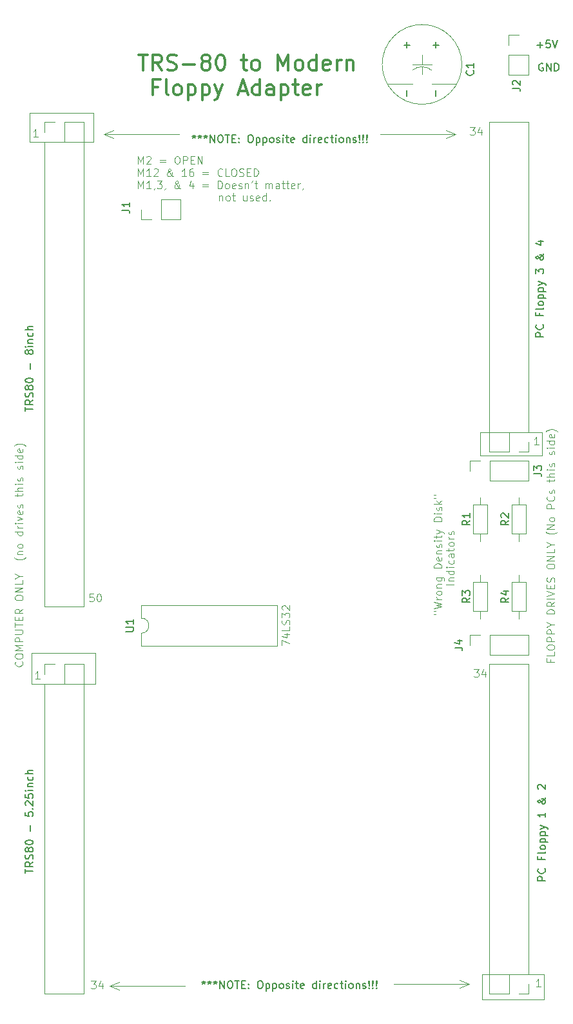
<source format=gbr>
%TF.GenerationSoftware,KiCad,Pcbnew,8.0.4*%
%TF.CreationDate,2024-09-04T22:50:35-05:00*%
%TF.ProjectId,TRS80_Floppy_Adapter,54525338-305f-4466-9c6f-7070795f4164,rev?*%
%TF.SameCoordinates,Original*%
%TF.FileFunction,Legend,Top*%
%TF.FilePolarity,Positive*%
%FSLAX46Y46*%
G04 Gerber Fmt 4.6, Leading zero omitted, Abs format (unit mm)*
G04 Created by KiCad (PCBNEW 8.0.4) date 2024-09-04 22:50:35*
%MOMM*%
%LPD*%
G01*
G04 APERTURE LIST*
%ADD10C,0.100000*%
%ADD11C,0.200000*%
%ADD12C,0.300000*%
%ADD13C,0.150000*%
%ADD14C,0.120000*%
G04 APERTURE END LIST*
D10*
X149225000Y-40894000D02*
X147955000Y-40386000D01*
X147955000Y-40386000D02*
X149225000Y-40894000D01*
X112903000Y-40894000D02*
X102997000Y-40894000D01*
X105029000Y-152146000D02*
X103759000Y-152654000D01*
X149733000Y-151892000D02*
X151003000Y-152400000D01*
X104267000Y-40386000D02*
X102997000Y-40894000D01*
X152400000Y-80010000D02*
X160528000Y-80010000D01*
X160528000Y-83058000D01*
X152400000Y-83058000D01*
X152400000Y-80010000D01*
X151003000Y-152400000D02*
X149733000Y-152908000D01*
X103759000Y-152654000D02*
X105029000Y-153162000D01*
X93472000Y-108966000D02*
X101854000Y-108966000D01*
X101854000Y-113030000D01*
X93472000Y-113030000D01*
X93472000Y-108966000D01*
X149225000Y-40894000D02*
X147955000Y-41402000D01*
X151003000Y-152400000D02*
X149733000Y-151892000D01*
X102997000Y-40894000D02*
X104267000Y-41402000D01*
X102997000Y-40894000D02*
X104267000Y-40386000D01*
X93218000Y-38100000D02*
X101600000Y-38100000D01*
X101600000Y-41910000D01*
X93218000Y-41910000D01*
X93218000Y-38100000D01*
X141097000Y-152400000D02*
X151003000Y-152400000D01*
X152654000Y-151130000D02*
X160782000Y-151130000D01*
X160782000Y-154432000D01*
X152654000Y-154432000D01*
X152654000Y-151130000D01*
X139319000Y-40894000D02*
X149225000Y-40894000D01*
X103759000Y-152654000D02*
X105029000Y-152146000D01*
X113665000Y-152654000D02*
X103759000Y-152654000D01*
X151084646Y-40020419D02*
X151703693Y-40020419D01*
X151703693Y-40020419D02*
X151370360Y-40401371D01*
X151370360Y-40401371D02*
X151513217Y-40401371D01*
X151513217Y-40401371D02*
X151608455Y-40448990D01*
X151608455Y-40448990D02*
X151656074Y-40496609D01*
X151656074Y-40496609D02*
X151703693Y-40591847D01*
X151703693Y-40591847D02*
X151703693Y-40829942D01*
X151703693Y-40829942D02*
X151656074Y-40925180D01*
X151656074Y-40925180D02*
X151608455Y-40972800D01*
X151608455Y-40972800D02*
X151513217Y-41020419D01*
X151513217Y-41020419D02*
X151227503Y-41020419D01*
X151227503Y-41020419D02*
X151132265Y-40972800D01*
X151132265Y-40972800D02*
X151084646Y-40925180D01*
X152560836Y-40353752D02*
X152560836Y-41020419D01*
X152322741Y-39972800D02*
X152084646Y-40687085D01*
X152084646Y-40687085D02*
X152703693Y-40687085D01*
D11*
X116082530Y-152029219D02*
X116082530Y-152267314D01*
X115844435Y-152172076D02*
X116082530Y-152267314D01*
X116082530Y-152267314D02*
X116320625Y-152172076D01*
X115939673Y-152457790D02*
X116082530Y-152267314D01*
X116082530Y-152267314D02*
X116225387Y-152457790D01*
X116844435Y-152029219D02*
X116844435Y-152267314D01*
X116606340Y-152172076D02*
X116844435Y-152267314D01*
X116844435Y-152267314D02*
X117082530Y-152172076D01*
X116701578Y-152457790D02*
X116844435Y-152267314D01*
X116844435Y-152267314D02*
X116987292Y-152457790D01*
X117606340Y-152029219D02*
X117606340Y-152267314D01*
X117368245Y-152172076D02*
X117606340Y-152267314D01*
X117606340Y-152267314D02*
X117844435Y-152172076D01*
X117463483Y-152457790D02*
X117606340Y-152267314D01*
X117606340Y-152267314D02*
X117749197Y-152457790D01*
X118225388Y-153029219D02*
X118225388Y-152029219D01*
X118225388Y-152029219D02*
X118796816Y-153029219D01*
X118796816Y-153029219D02*
X118796816Y-152029219D01*
X119463483Y-152029219D02*
X119653959Y-152029219D01*
X119653959Y-152029219D02*
X119749197Y-152076838D01*
X119749197Y-152076838D02*
X119844435Y-152172076D01*
X119844435Y-152172076D02*
X119892054Y-152362552D01*
X119892054Y-152362552D02*
X119892054Y-152695885D01*
X119892054Y-152695885D02*
X119844435Y-152886361D01*
X119844435Y-152886361D02*
X119749197Y-152981600D01*
X119749197Y-152981600D02*
X119653959Y-153029219D01*
X119653959Y-153029219D02*
X119463483Y-153029219D01*
X119463483Y-153029219D02*
X119368245Y-152981600D01*
X119368245Y-152981600D02*
X119273007Y-152886361D01*
X119273007Y-152886361D02*
X119225388Y-152695885D01*
X119225388Y-152695885D02*
X119225388Y-152362552D01*
X119225388Y-152362552D02*
X119273007Y-152172076D01*
X119273007Y-152172076D02*
X119368245Y-152076838D01*
X119368245Y-152076838D02*
X119463483Y-152029219D01*
X120177769Y-152029219D02*
X120749197Y-152029219D01*
X120463483Y-153029219D02*
X120463483Y-152029219D01*
X121082531Y-152505409D02*
X121415864Y-152505409D01*
X121558721Y-153029219D02*
X121082531Y-153029219D01*
X121082531Y-153029219D02*
X121082531Y-152029219D01*
X121082531Y-152029219D02*
X121558721Y-152029219D01*
X121987293Y-152933980D02*
X122034912Y-152981600D01*
X122034912Y-152981600D02*
X121987293Y-153029219D01*
X121987293Y-153029219D02*
X121939674Y-152981600D01*
X121939674Y-152981600D02*
X121987293Y-152933980D01*
X121987293Y-152933980D02*
X121987293Y-153029219D01*
X121987293Y-152410171D02*
X122034912Y-152457790D01*
X122034912Y-152457790D02*
X121987293Y-152505409D01*
X121987293Y-152505409D02*
X121939674Y-152457790D01*
X121939674Y-152457790D02*
X121987293Y-152410171D01*
X121987293Y-152410171D02*
X121987293Y-152505409D01*
X123415864Y-152029219D02*
X123606340Y-152029219D01*
X123606340Y-152029219D02*
X123701578Y-152076838D01*
X123701578Y-152076838D02*
X123796816Y-152172076D01*
X123796816Y-152172076D02*
X123844435Y-152362552D01*
X123844435Y-152362552D02*
X123844435Y-152695885D01*
X123844435Y-152695885D02*
X123796816Y-152886361D01*
X123796816Y-152886361D02*
X123701578Y-152981600D01*
X123701578Y-152981600D02*
X123606340Y-153029219D01*
X123606340Y-153029219D02*
X123415864Y-153029219D01*
X123415864Y-153029219D02*
X123320626Y-152981600D01*
X123320626Y-152981600D02*
X123225388Y-152886361D01*
X123225388Y-152886361D02*
X123177769Y-152695885D01*
X123177769Y-152695885D02*
X123177769Y-152362552D01*
X123177769Y-152362552D02*
X123225388Y-152172076D01*
X123225388Y-152172076D02*
X123320626Y-152076838D01*
X123320626Y-152076838D02*
X123415864Y-152029219D01*
X124273007Y-152362552D02*
X124273007Y-153362552D01*
X124273007Y-152410171D02*
X124368245Y-152362552D01*
X124368245Y-152362552D02*
X124558721Y-152362552D01*
X124558721Y-152362552D02*
X124653959Y-152410171D01*
X124653959Y-152410171D02*
X124701578Y-152457790D01*
X124701578Y-152457790D02*
X124749197Y-152553028D01*
X124749197Y-152553028D02*
X124749197Y-152838742D01*
X124749197Y-152838742D02*
X124701578Y-152933980D01*
X124701578Y-152933980D02*
X124653959Y-152981600D01*
X124653959Y-152981600D02*
X124558721Y-153029219D01*
X124558721Y-153029219D02*
X124368245Y-153029219D01*
X124368245Y-153029219D02*
X124273007Y-152981600D01*
X125177769Y-152362552D02*
X125177769Y-153362552D01*
X125177769Y-152410171D02*
X125273007Y-152362552D01*
X125273007Y-152362552D02*
X125463483Y-152362552D01*
X125463483Y-152362552D02*
X125558721Y-152410171D01*
X125558721Y-152410171D02*
X125606340Y-152457790D01*
X125606340Y-152457790D02*
X125653959Y-152553028D01*
X125653959Y-152553028D02*
X125653959Y-152838742D01*
X125653959Y-152838742D02*
X125606340Y-152933980D01*
X125606340Y-152933980D02*
X125558721Y-152981600D01*
X125558721Y-152981600D02*
X125463483Y-153029219D01*
X125463483Y-153029219D02*
X125273007Y-153029219D01*
X125273007Y-153029219D02*
X125177769Y-152981600D01*
X126225388Y-153029219D02*
X126130150Y-152981600D01*
X126130150Y-152981600D02*
X126082531Y-152933980D01*
X126082531Y-152933980D02*
X126034912Y-152838742D01*
X126034912Y-152838742D02*
X126034912Y-152553028D01*
X126034912Y-152553028D02*
X126082531Y-152457790D01*
X126082531Y-152457790D02*
X126130150Y-152410171D01*
X126130150Y-152410171D02*
X126225388Y-152362552D01*
X126225388Y-152362552D02*
X126368245Y-152362552D01*
X126368245Y-152362552D02*
X126463483Y-152410171D01*
X126463483Y-152410171D02*
X126511102Y-152457790D01*
X126511102Y-152457790D02*
X126558721Y-152553028D01*
X126558721Y-152553028D02*
X126558721Y-152838742D01*
X126558721Y-152838742D02*
X126511102Y-152933980D01*
X126511102Y-152933980D02*
X126463483Y-152981600D01*
X126463483Y-152981600D02*
X126368245Y-153029219D01*
X126368245Y-153029219D02*
X126225388Y-153029219D01*
X126939674Y-152981600D02*
X127034912Y-153029219D01*
X127034912Y-153029219D02*
X127225388Y-153029219D01*
X127225388Y-153029219D02*
X127320626Y-152981600D01*
X127320626Y-152981600D02*
X127368245Y-152886361D01*
X127368245Y-152886361D02*
X127368245Y-152838742D01*
X127368245Y-152838742D02*
X127320626Y-152743504D01*
X127320626Y-152743504D02*
X127225388Y-152695885D01*
X127225388Y-152695885D02*
X127082531Y-152695885D01*
X127082531Y-152695885D02*
X126987293Y-152648266D01*
X126987293Y-152648266D02*
X126939674Y-152553028D01*
X126939674Y-152553028D02*
X126939674Y-152505409D01*
X126939674Y-152505409D02*
X126987293Y-152410171D01*
X126987293Y-152410171D02*
X127082531Y-152362552D01*
X127082531Y-152362552D02*
X127225388Y-152362552D01*
X127225388Y-152362552D02*
X127320626Y-152410171D01*
X127796817Y-153029219D02*
X127796817Y-152362552D01*
X127796817Y-152029219D02*
X127749198Y-152076838D01*
X127749198Y-152076838D02*
X127796817Y-152124457D01*
X127796817Y-152124457D02*
X127844436Y-152076838D01*
X127844436Y-152076838D02*
X127796817Y-152029219D01*
X127796817Y-152029219D02*
X127796817Y-152124457D01*
X128130150Y-152362552D02*
X128511102Y-152362552D01*
X128273007Y-152029219D02*
X128273007Y-152886361D01*
X128273007Y-152886361D02*
X128320626Y-152981600D01*
X128320626Y-152981600D02*
X128415864Y-153029219D01*
X128415864Y-153029219D02*
X128511102Y-153029219D01*
X129225388Y-152981600D02*
X129130150Y-153029219D01*
X129130150Y-153029219D02*
X128939674Y-153029219D01*
X128939674Y-153029219D02*
X128844436Y-152981600D01*
X128844436Y-152981600D02*
X128796817Y-152886361D01*
X128796817Y-152886361D02*
X128796817Y-152505409D01*
X128796817Y-152505409D02*
X128844436Y-152410171D01*
X128844436Y-152410171D02*
X128939674Y-152362552D01*
X128939674Y-152362552D02*
X129130150Y-152362552D01*
X129130150Y-152362552D02*
X129225388Y-152410171D01*
X129225388Y-152410171D02*
X129273007Y-152505409D01*
X129273007Y-152505409D02*
X129273007Y-152600647D01*
X129273007Y-152600647D02*
X128796817Y-152695885D01*
X130892055Y-153029219D02*
X130892055Y-152029219D01*
X130892055Y-152981600D02*
X130796817Y-153029219D01*
X130796817Y-153029219D02*
X130606341Y-153029219D01*
X130606341Y-153029219D02*
X130511103Y-152981600D01*
X130511103Y-152981600D02*
X130463484Y-152933980D01*
X130463484Y-152933980D02*
X130415865Y-152838742D01*
X130415865Y-152838742D02*
X130415865Y-152553028D01*
X130415865Y-152553028D02*
X130463484Y-152457790D01*
X130463484Y-152457790D02*
X130511103Y-152410171D01*
X130511103Y-152410171D02*
X130606341Y-152362552D01*
X130606341Y-152362552D02*
X130796817Y-152362552D01*
X130796817Y-152362552D02*
X130892055Y-152410171D01*
X131368246Y-153029219D02*
X131368246Y-152362552D01*
X131368246Y-152029219D02*
X131320627Y-152076838D01*
X131320627Y-152076838D02*
X131368246Y-152124457D01*
X131368246Y-152124457D02*
X131415865Y-152076838D01*
X131415865Y-152076838D02*
X131368246Y-152029219D01*
X131368246Y-152029219D02*
X131368246Y-152124457D01*
X131844436Y-153029219D02*
X131844436Y-152362552D01*
X131844436Y-152553028D02*
X131892055Y-152457790D01*
X131892055Y-152457790D02*
X131939674Y-152410171D01*
X131939674Y-152410171D02*
X132034912Y-152362552D01*
X132034912Y-152362552D02*
X132130150Y-152362552D01*
X132844436Y-152981600D02*
X132749198Y-153029219D01*
X132749198Y-153029219D02*
X132558722Y-153029219D01*
X132558722Y-153029219D02*
X132463484Y-152981600D01*
X132463484Y-152981600D02*
X132415865Y-152886361D01*
X132415865Y-152886361D02*
X132415865Y-152505409D01*
X132415865Y-152505409D02*
X132463484Y-152410171D01*
X132463484Y-152410171D02*
X132558722Y-152362552D01*
X132558722Y-152362552D02*
X132749198Y-152362552D01*
X132749198Y-152362552D02*
X132844436Y-152410171D01*
X132844436Y-152410171D02*
X132892055Y-152505409D01*
X132892055Y-152505409D02*
X132892055Y-152600647D01*
X132892055Y-152600647D02*
X132415865Y-152695885D01*
X133749198Y-152981600D02*
X133653960Y-153029219D01*
X133653960Y-153029219D02*
X133463484Y-153029219D01*
X133463484Y-153029219D02*
X133368246Y-152981600D01*
X133368246Y-152981600D02*
X133320627Y-152933980D01*
X133320627Y-152933980D02*
X133273008Y-152838742D01*
X133273008Y-152838742D02*
X133273008Y-152553028D01*
X133273008Y-152553028D02*
X133320627Y-152457790D01*
X133320627Y-152457790D02*
X133368246Y-152410171D01*
X133368246Y-152410171D02*
X133463484Y-152362552D01*
X133463484Y-152362552D02*
X133653960Y-152362552D01*
X133653960Y-152362552D02*
X133749198Y-152410171D01*
X134034913Y-152362552D02*
X134415865Y-152362552D01*
X134177770Y-152029219D02*
X134177770Y-152886361D01*
X134177770Y-152886361D02*
X134225389Y-152981600D01*
X134225389Y-152981600D02*
X134320627Y-153029219D01*
X134320627Y-153029219D02*
X134415865Y-153029219D01*
X134749199Y-153029219D02*
X134749199Y-152362552D01*
X134749199Y-152029219D02*
X134701580Y-152076838D01*
X134701580Y-152076838D02*
X134749199Y-152124457D01*
X134749199Y-152124457D02*
X134796818Y-152076838D01*
X134796818Y-152076838D02*
X134749199Y-152029219D01*
X134749199Y-152029219D02*
X134749199Y-152124457D01*
X135368246Y-153029219D02*
X135273008Y-152981600D01*
X135273008Y-152981600D02*
X135225389Y-152933980D01*
X135225389Y-152933980D02*
X135177770Y-152838742D01*
X135177770Y-152838742D02*
X135177770Y-152553028D01*
X135177770Y-152553028D02*
X135225389Y-152457790D01*
X135225389Y-152457790D02*
X135273008Y-152410171D01*
X135273008Y-152410171D02*
X135368246Y-152362552D01*
X135368246Y-152362552D02*
X135511103Y-152362552D01*
X135511103Y-152362552D02*
X135606341Y-152410171D01*
X135606341Y-152410171D02*
X135653960Y-152457790D01*
X135653960Y-152457790D02*
X135701579Y-152553028D01*
X135701579Y-152553028D02*
X135701579Y-152838742D01*
X135701579Y-152838742D02*
X135653960Y-152933980D01*
X135653960Y-152933980D02*
X135606341Y-152981600D01*
X135606341Y-152981600D02*
X135511103Y-153029219D01*
X135511103Y-153029219D02*
X135368246Y-153029219D01*
X136130151Y-152362552D02*
X136130151Y-153029219D01*
X136130151Y-152457790D02*
X136177770Y-152410171D01*
X136177770Y-152410171D02*
X136273008Y-152362552D01*
X136273008Y-152362552D02*
X136415865Y-152362552D01*
X136415865Y-152362552D02*
X136511103Y-152410171D01*
X136511103Y-152410171D02*
X136558722Y-152505409D01*
X136558722Y-152505409D02*
X136558722Y-153029219D01*
X136987294Y-152981600D02*
X137082532Y-153029219D01*
X137082532Y-153029219D02*
X137273008Y-153029219D01*
X137273008Y-153029219D02*
X137368246Y-152981600D01*
X137368246Y-152981600D02*
X137415865Y-152886361D01*
X137415865Y-152886361D02*
X137415865Y-152838742D01*
X137415865Y-152838742D02*
X137368246Y-152743504D01*
X137368246Y-152743504D02*
X137273008Y-152695885D01*
X137273008Y-152695885D02*
X137130151Y-152695885D01*
X137130151Y-152695885D02*
X137034913Y-152648266D01*
X137034913Y-152648266D02*
X136987294Y-152553028D01*
X136987294Y-152553028D02*
X136987294Y-152505409D01*
X136987294Y-152505409D02*
X137034913Y-152410171D01*
X137034913Y-152410171D02*
X137130151Y-152362552D01*
X137130151Y-152362552D02*
X137273008Y-152362552D01*
X137273008Y-152362552D02*
X137368246Y-152410171D01*
X137844437Y-152933980D02*
X137892056Y-152981600D01*
X137892056Y-152981600D02*
X137844437Y-153029219D01*
X137844437Y-153029219D02*
X137796818Y-152981600D01*
X137796818Y-152981600D02*
X137844437Y-152933980D01*
X137844437Y-152933980D02*
X137844437Y-153029219D01*
X137844437Y-152648266D02*
X137796818Y-152076838D01*
X137796818Y-152076838D02*
X137844437Y-152029219D01*
X137844437Y-152029219D02*
X137892056Y-152076838D01*
X137892056Y-152076838D02*
X137844437Y-152648266D01*
X137844437Y-152648266D02*
X137844437Y-152029219D01*
X138320627Y-152933980D02*
X138368246Y-152981600D01*
X138368246Y-152981600D02*
X138320627Y-153029219D01*
X138320627Y-153029219D02*
X138273008Y-152981600D01*
X138273008Y-152981600D02*
X138320627Y-152933980D01*
X138320627Y-152933980D02*
X138320627Y-153029219D01*
X138320627Y-152648266D02*
X138273008Y-152076838D01*
X138273008Y-152076838D02*
X138320627Y-152029219D01*
X138320627Y-152029219D02*
X138368246Y-152076838D01*
X138368246Y-152076838D02*
X138320627Y-152648266D01*
X138320627Y-152648266D02*
X138320627Y-152029219D01*
X138796817Y-152933980D02*
X138844436Y-152981600D01*
X138844436Y-152981600D02*
X138796817Y-153029219D01*
X138796817Y-153029219D02*
X138749198Y-152981600D01*
X138749198Y-152981600D02*
X138796817Y-152933980D01*
X138796817Y-152933980D02*
X138796817Y-153029219D01*
X138796817Y-152648266D02*
X138749198Y-152076838D01*
X138749198Y-152076838D02*
X138796817Y-152029219D01*
X138796817Y-152029219D02*
X138844436Y-152076838D01*
X138844436Y-152076838D02*
X138796817Y-152648266D01*
X138796817Y-152648266D02*
X138796817Y-152029219D01*
D10*
X107491884Y-44826587D02*
X107491884Y-43826587D01*
X107491884Y-43826587D02*
X107825217Y-44540872D01*
X107825217Y-44540872D02*
X108158550Y-43826587D01*
X108158550Y-43826587D02*
X108158550Y-44826587D01*
X108587122Y-43921825D02*
X108634741Y-43874206D01*
X108634741Y-43874206D02*
X108729979Y-43826587D01*
X108729979Y-43826587D02*
X108968074Y-43826587D01*
X108968074Y-43826587D02*
X109063312Y-43874206D01*
X109063312Y-43874206D02*
X109110931Y-43921825D01*
X109110931Y-43921825D02*
X109158550Y-44017063D01*
X109158550Y-44017063D02*
X109158550Y-44112301D01*
X109158550Y-44112301D02*
X109110931Y-44255158D01*
X109110931Y-44255158D02*
X108539503Y-44826587D01*
X108539503Y-44826587D02*
X109158550Y-44826587D01*
X110349027Y-44302777D02*
X111110932Y-44302777D01*
X111110932Y-44588491D02*
X110349027Y-44588491D01*
X112539503Y-43826587D02*
X112729979Y-43826587D01*
X112729979Y-43826587D02*
X112825217Y-43874206D01*
X112825217Y-43874206D02*
X112920455Y-43969444D01*
X112920455Y-43969444D02*
X112968074Y-44159920D01*
X112968074Y-44159920D02*
X112968074Y-44493253D01*
X112968074Y-44493253D02*
X112920455Y-44683729D01*
X112920455Y-44683729D02*
X112825217Y-44778968D01*
X112825217Y-44778968D02*
X112729979Y-44826587D01*
X112729979Y-44826587D02*
X112539503Y-44826587D01*
X112539503Y-44826587D02*
X112444265Y-44778968D01*
X112444265Y-44778968D02*
X112349027Y-44683729D01*
X112349027Y-44683729D02*
X112301408Y-44493253D01*
X112301408Y-44493253D02*
X112301408Y-44159920D01*
X112301408Y-44159920D02*
X112349027Y-43969444D01*
X112349027Y-43969444D02*
X112444265Y-43874206D01*
X112444265Y-43874206D02*
X112539503Y-43826587D01*
X113396646Y-44826587D02*
X113396646Y-43826587D01*
X113396646Y-43826587D02*
X113777598Y-43826587D01*
X113777598Y-43826587D02*
X113872836Y-43874206D01*
X113872836Y-43874206D02*
X113920455Y-43921825D01*
X113920455Y-43921825D02*
X113968074Y-44017063D01*
X113968074Y-44017063D02*
X113968074Y-44159920D01*
X113968074Y-44159920D02*
X113920455Y-44255158D01*
X113920455Y-44255158D02*
X113872836Y-44302777D01*
X113872836Y-44302777D02*
X113777598Y-44350396D01*
X113777598Y-44350396D02*
X113396646Y-44350396D01*
X114396646Y-44302777D02*
X114729979Y-44302777D01*
X114872836Y-44826587D02*
X114396646Y-44826587D01*
X114396646Y-44826587D02*
X114396646Y-43826587D01*
X114396646Y-43826587D02*
X114872836Y-43826587D01*
X115301408Y-44826587D02*
X115301408Y-43826587D01*
X115301408Y-43826587D02*
X115872836Y-44826587D01*
X115872836Y-44826587D02*
X115872836Y-43826587D01*
X107491884Y-46436531D02*
X107491884Y-45436531D01*
X107491884Y-45436531D02*
X107825217Y-46150816D01*
X107825217Y-46150816D02*
X108158550Y-45436531D01*
X108158550Y-45436531D02*
X108158550Y-46436531D01*
X109158550Y-46436531D02*
X108587122Y-46436531D01*
X108872836Y-46436531D02*
X108872836Y-45436531D01*
X108872836Y-45436531D02*
X108777598Y-45579388D01*
X108777598Y-45579388D02*
X108682360Y-45674626D01*
X108682360Y-45674626D02*
X108587122Y-45722245D01*
X109539503Y-45531769D02*
X109587122Y-45484150D01*
X109587122Y-45484150D02*
X109682360Y-45436531D01*
X109682360Y-45436531D02*
X109920455Y-45436531D01*
X109920455Y-45436531D02*
X110015693Y-45484150D01*
X110015693Y-45484150D02*
X110063312Y-45531769D01*
X110063312Y-45531769D02*
X110110931Y-45627007D01*
X110110931Y-45627007D02*
X110110931Y-45722245D01*
X110110931Y-45722245D02*
X110063312Y-45865102D01*
X110063312Y-45865102D02*
X109491884Y-46436531D01*
X109491884Y-46436531D02*
X110110931Y-46436531D01*
X112110932Y-46436531D02*
X112063313Y-46436531D01*
X112063313Y-46436531D02*
X111968074Y-46388912D01*
X111968074Y-46388912D02*
X111825217Y-46246054D01*
X111825217Y-46246054D02*
X111587122Y-45960340D01*
X111587122Y-45960340D02*
X111491884Y-45817483D01*
X111491884Y-45817483D02*
X111444265Y-45674626D01*
X111444265Y-45674626D02*
X111444265Y-45579388D01*
X111444265Y-45579388D02*
X111491884Y-45484150D01*
X111491884Y-45484150D02*
X111587122Y-45436531D01*
X111587122Y-45436531D02*
X111634741Y-45436531D01*
X111634741Y-45436531D02*
X111729979Y-45484150D01*
X111729979Y-45484150D02*
X111777598Y-45579388D01*
X111777598Y-45579388D02*
X111777598Y-45627007D01*
X111777598Y-45627007D02*
X111729979Y-45722245D01*
X111729979Y-45722245D02*
X111682360Y-45769864D01*
X111682360Y-45769864D02*
X111396646Y-45960340D01*
X111396646Y-45960340D02*
X111349027Y-46007959D01*
X111349027Y-46007959D02*
X111301408Y-46103197D01*
X111301408Y-46103197D02*
X111301408Y-46246054D01*
X111301408Y-46246054D02*
X111349027Y-46341292D01*
X111349027Y-46341292D02*
X111396646Y-46388912D01*
X111396646Y-46388912D02*
X111491884Y-46436531D01*
X111491884Y-46436531D02*
X111634741Y-46436531D01*
X111634741Y-46436531D02*
X111729979Y-46388912D01*
X111729979Y-46388912D02*
X111777598Y-46341292D01*
X111777598Y-46341292D02*
X111920455Y-46150816D01*
X111920455Y-46150816D02*
X111968074Y-46007959D01*
X111968074Y-46007959D02*
X111968074Y-45912721D01*
X113825217Y-46436531D02*
X113253789Y-46436531D01*
X113539503Y-46436531D02*
X113539503Y-45436531D01*
X113539503Y-45436531D02*
X113444265Y-45579388D01*
X113444265Y-45579388D02*
X113349027Y-45674626D01*
X113349027Y-45674626D02*
X113253789Y-45722245D01*
X114682360Y-45436531D02*
X114491884Y-45436531D01*
X114491884Y-45436531D02*
X114396646Y-45484150D01*
X114396646Y-45484150D02*
X114349027Y-45531769D01*
X114349027Y-45531769D02*
X114253789Y-45674626D01*
X114253789Y-45674626D02*
X114206170Y-45865102D01*
X114206170Y-45865102D02*
X114206170Y-46246054D01*
X114206170Y-46246054D02*
X114253789Y-46341292D01*
X114253789Y-46341292D02*
X114301408Y-46388912D01*
X114301408Y-46388912D02*
X114396646Y-46436531D01*
X114396646Y-46436531D02*
X114587122Y-46436531D01*
X114587122Y-46436531D02*
X114682360Y-46388912D01*
X114682360Y-46388912D02*
X114729979Y-46341292D01*
X114729979Y-46341292D02*
X114777598Y-46246054D01*
X114777598Y-46246054D02*
X114777598Y-46007959D01*
X114777598Y-46007959D02*
X114729979Y-45912721D01*
X114729979Y-45912721D02*
X114682360Y-45865102D01*
X114682360Y-45865102D02*
X114587122Y-45817483D01*
X114587122Y-45817483D02*
X114396646Y-45817483D01*
X114396646Y-45817483D02*
X114301408Y-45865102D01*
X114301408Y-45865102D02*
X114253789Y-45912721D01*
X114253789Y-45912721D02*
X114206170Y-46007959D01*
X115968075Y-45912721D02*
X116729980Y-45912721D01*
X116729980Y-46198435D02*
X115968075Y-46198435D01*
X118539503Y-46341292D02*
X118491884Y-46388912D01*
X118491884Y-46388912D02*
X118349027Y-46436531D01*
X118349027Y-46436531D02*
X118253789Y-46436531D01*
X118253789Y-46436531D02*
X118110932Y-46388912D01*
X118110932Y-46388912D02*
X118015694Y-46293673D01*
X118015694Y-46293673D02*
X117968075Y-46198435D01*
X117968075Y-46198435D02*
X117920456Y-46007959D01*
X117920456Y-46007959D02*
X117920456Y-45865102D01*
X117920456Y-45865102D02*
X117968075Y-45674626D01*
X117968075Y-45674626D02*
X118015694Y-45579388D01*
X118015694Y-45579388D02*
X118110932Y-45484150D01*
X118110932Y-45484150D02*
X118253789Y-45436531D01*
X118253789Y-45436531D02*
X118349027Y-45436531D01*
X118349027Y-45436531D02*
X118491884Y-45484150D01*
X118491884Y-45484150D02*
X118539503Y-45531769D01*
X119444265Y-46436531D02*
X118968075Y-46436531D01*
X118968075Y-46436531D02*
X118968075Y-45436531D01*
X119968075Y-45436531D02*
X120158551Y-45436531D01*
X120158551Y-45436531D02*
X120253789Y-45484150D01*
X120253789Y-45484150D02*
X120349027Y-45579388D01*
X120349027Y-45579388D02*
X120396646Y-45769864D01*
X120396646Y-45769864D02*
X120396646Y-46103197D01*
X120396646Y-46103197D02*
X120349027Y-46293673D01*
X120349027Y-46293673D02*
X120253789Y-46388912D01*
X120253789Y-46388912D02*
X120158551Y-46436531D01*
X120158551Y-46436531D02*
X119968075Y-46436531D01*
X119968075Y-46436531D02*
X119872837Y-46388912D01*
X119872837Y-46388912D02*
X119777599Y-46293673D01*
X119777599Y-46293673D02*
X119729980Y-46103197D01*
X119729980Y-46103197D02*
X119729980Y-45769864D01*
X119729980Y-45769864D02*
X119777599Y-45579388D01*
X119777599Y-45579388D02*
X119872837Y-45484150D01*
X119872837Y-45484150D02*
X119968075Y-45436531D01*
X120777599Y-46388912D02*
X120920456Y-46436531D01*
X120920456Y-46436531D02*
X121158551Y-46436531D01*
X121158551Y-46436531D02*
X121253789Y-46388912D01*
X121253789Y-46388912D02*
X121301408Y-46341292D01*
X121301408Y-46341292D02*
X121349027Y-46246054D01*
X121349027Y-46246054D02*
X121349027Y-46150816D01*
X121349027Y-46150816D02*
X121301408Y-46055578D01*
X121301408Y-46055578D02*
X121253789Y-46007959D01*
X121253789Y-46007959D02*
X121158551Y-45960340D01*
X121158551Y-45960340D02*
X120968075Y-45912721D01*
X120968075Y-45912721D02*
X120872837Y-45865102D01*
X120872837Y-45865102D02*
X120825218Y-45817483D01*
X120825218Y-45817483D02*
X120777599Y-45722245D01*
X120777599Y-45722245D02*
X120777599Y-45627007D01*
X120777599Y-45627007D02*
X120825218Y-45531769D01*
X120825218Y-45531769D02*
X120872837Y-45484150D01*
X120872837Y-45484150D02*
X120968075Y-45436531D01*
X120968075Y-45436531D02*
X121206170Y-45436531D01*
X121206170Y-45436531D02*
X121349027Y-45484150D01*
X121777599Y-45912721D02*
X122110932Y-45912721D01*
X122253789Y-46436531D02*
X121777599Y-46436531D01*
X121777599Y-46436531D02*
X121777599Y-45436531D01*
X121777599Y-45436531D02*
X122253789Y-45436531D01*
X122682361Y-46436531D02*
X122682361Y-45436531D01*
X122682361Y-45436531D02*
X122920456Y-45436531D01*
X122920456Y-45436531D02*
X123063313Y-45484150D01*
X123063313Y-45484150D02*
X123158551Y-45579388D01*
X123158551Y-45579388D02*
X123206170Y-45674626D01*
X123206170Y-45674626D02*
X123253789Y-45865102D01*
X123253789Y-45865102D02*
X123253789Y-46007959D01*
X123253789Y-46007959D02*
X123206170Y-46198435D01*
X123206170Y-46198435D02*
X123158551Y-46293673D01*
X123158551Y-46293673D02*
X123063313Y-46388912D01*
X123063313Y-46388912D02*
X122920456Y-46436531D01*
X122920456Y-46436531D02*
X122682361Y-46436531D01*
X107491884Y-48046475D02*
X107491884Y-47046475D01*
X107491884Y-47046475D02*
X107825217Y-47760760D01*
X107825217Y-47760760D02*
X108158550Y-47046475D01*
X108158550Y-47046475D02*
X108158550Y-48046475D01*
X109158550Y-48046475D02*
X108587122Y-48046475D01*
X108872836Y-48046475D02*
X108872836Y-47046475D01*
X108872836Y-47046475D02*
X108777598Y-47189332D01*
X108777598Y-47189332D02*
X108682360Y-47284570D01*
X108682360Y-47284570D02*
X108587122Y-47332189D01*
X109634741Y-47998856D02*
X109634741Y-48046475D01*
X109634741Y-48046475D02*
X109587122Y-48141713D01*
X109587122Y-48141713D02*
X109539503Y-48189332D01*
X109968074Y-47046475D02*
X110587121Y-47046475D01*
X110587121Y-47046475D02*
X110253788Y-47427427D01*
X110253788Y-47427427D02*
X110396645Y-47427427D01*
X110396645Y-47427427D02*
X110491883Y-47475046D01*
X110491883Y-47475046D02*
X110539502Y-47522665D01*
X110539502Y-47522665D02*
X110587121Y-47617903D01*
X110587121Y-47617903D02*
X110587121Y-47855998D01*
X110587121Y-47855998D02*
X110539502Y-47951236D01*
X110539502Y-47951236D02*
X110491883Y-47998856D01*
X110491883Y-47998856D02*
X110396645Y-48046475D01*
X110396645Y-48046475D02*
X110110931Y-48046475D01*
X110110931Y-48046475D02*
X110015693Y-47998856D01*
X110015693Y-47998856D02*
X109968074Y-47951236D01*
X111063312Y-47998856D02*
X111063312Y-48046475D01*
X111063312Y-48046475D02*
X111015693Y-48141713D01*
X111015693Y-48141713D02*
X110968074Y-48189332D01*
X113063312Y-48046475D02*
X113015693Y-48046475D01*
X113015693Y-48046475D02*
X112920454Y-47998856D01*
X112920454Y-47998856D02*
X112777597Y-47855998D01*
X112777597Y-47855998D02*
X112539502Y-47570284D01*
X112539502Y-47570284D02*
X112444264Y-47427427D01*
X112444264Y-47427427D02*
X112396645Y-47284570D01*
X112396645Y-47284570D02*
X112396645Y-47189332D01*
X112396645Y-47189332D02*
X112444264Y-47094094D01*
X112444264Y-47094094D02*
X112539502Y-47046475D01*
X112539502Y-47046475D02*
X112587121Y-47046475D01*
X112587121Y-47046475D02*
X112682359Y-47094094D01*
X112682359Y-47094094D02*
X112729978Y-47189332D01*
X112729978Y-47189332D02*
X112729978Y-47236951D01*
X112729978Y-47236951D02*
X112682359Y-47332189D01*
X112682359Y-47332189D02*
X112634740Y-47379808D01*
X112634740Y-47379808D02*
X112349026Y-47570284D01*
X112349026Y-47570284D02*
X112301407Y-47617903D01*
X112301407Y-47617903D02*
X112253788Y-47713141D01*
X112253788Y-47713141D02*
X112253788Y-47855998D01*
X112253788Y-47855998D02*
X112301407Y-47951236D01*
X112301407Y-47951236D02*
X112349026Y-47998856D01*
X112349026Y-47998856D02*
X112444264Y-48046475D01*
X112444264Y-48046475D02*
X112587121Y-48046475D01*
X112587121Y-48046475D02*
X112682359Y-47998856D01*
X112682359Y-47998856D02*
X112729978Y-47951236D01*
X112729978Y-47951236D02*
X112872835Y-47760760D01*
X112872835Y-47760760D02*
X112920454Y-47617903D01*
X112920454Y-47617903D02*
X112920454Y-47522665D01*
X114682359Y-47379808D02*
X114682359Y-48046475D01*
X114444264Y-46998856D02*
X114206169Y-47713141D01*
X114206169Y-47713141D02*
X114825216Y-47713141D01*
X115968074Y-47522665D02*
X116729979Y-47522665D01*
X116729979Y-47808379D02*
X115968074Y-47808379D01*
X117968074Y-48046475D02*
X117968074Y-47046475D01*
X117968074Y-47046475D02*
X118206169Y-47046475D01*
X118206169Y-47046475D02*
X118349026Y-47094094D01*
X118349026Y-47094094D02*
X118444264Y-47189332D01*
X118444264Y-47189332D02*
X118491883Y-47284570D01*
X118491883Y-47284570D02*
X118539502Y-47475046D01*
X118539502Y-47475046D02*
X118539502Y-47617903D01*
X118539502Y-47617903D02*
X118491883Y-47808379D01*
X118491883Y-47808379D02*
X118444264Y-47903617D01*
X118444264Y-47903617D02*
X118349026Y-47998856D01*
X118349026Y-47998856D02*
X118206169Y-48046475D01*
X118206169Y-48046475D02*
X117968074Y-48046475D01*
X119110931Y-48046475D02*
X119015693Y-47998856D01*
X119015693Y-47998856D02*
X118968074Y-47951236D01*
X118968074Y-47951236D02*
X118920455Y-47855998D01*
X118920455Y-47855998D02*
X118920455Y-47570284D01*
X118920455Y-47570284D02*
X118968074Y-47475046D01*
X118968074Y-47475046D02*
X119015693Y-47427427D01*
X119015693Y-47427427D02*
X119110931Y-47379808D01*
X119110931Y-47379808D02*
X119253788Y-47379808D01*
X119253788Y-47379808D02*
X119349026Y-47427427D01*
X119349026Y-47427427D02*
X119396645Y-47475046D01*
X119396645Y-47475046D02*
X119444264Y-47570284D01*
X119444264Y-47570284D02*
X119444264Y-47855998D01*
X119444264Y-47855998D02*
X119396645Y-47951236D01*
X119396645Y-47951236D02*
X119349026Y-47998856D01*
X119349026Y-47998856D02*
X119253788Y-48046475D01*
X119253788Y-48046475D02*
X119110931Y-48046475D01*
X120253788Y-47998856D02*
X120158550Y-48046475D01*
X120158550Y-48046475D02*
X119968074Y-48046475D01*
X119968074Y-48046475D02*
X119872836Y-47998856D01*
X119872836Y-47998856D02*
X119825217Y-47903617D01*
X119825217Y-47903617D02*
X119825217Y-47522665D01*
X119825217Y-47522665D02*
X119872836Y-47427427D01*
X119872836Y-47427427D02*
X119968074Y-47379808D01*
X119968074Y-47379808D02*
X120158550Y-47379808D01*
X120158550Y-47379808D02*
X120253788Y-47427427D01*
X120253788Y-47427427D02*
X120301407Y-47522665D01*
X120301407Y-47522665D02*
X120301407Y-47617903D01*
X120301407Y-47617903D02*
X119825217Y-47713141D01*
X120682360Y-47998856D02*
X120777598Y-48046475D01*
X120777598Y-48046475D02*
X120968074Y-48046475D01*
X120968074Y-48046475D02*
X121063312Y-47998856D01*
X121063312Y-47998856D02*
X121110931Y-47903617D01*
X121110931Y-47903617D02*
X121110931Y-47855998D01*
X121110931Y-47855998D02*
X121063312Y-47760760D01*
X121063312Y-47760760D02*
X120968074Y-47713141D01*
X120968074Y-47713141D02*
X120825217Y-47713141D01*
X120825217Y-47713141D02*
X120729979Y-47665522D01*
X120729979Y-47665522D02*
X120682360Y-47570284D01*
X120682360Y-47570284D02*
X120682360Y-47522665D01*
X120682360Y-47522665D02*
X120729979Y-47427427D01*
X120729979Y-47427427D02*
X120825217Y-47379808D01*
X120825217Y-47379808D02*
X120968074Y-47379808D01*
X120968074Y-47379808D02*
X121063312Y-47427427D01*
X121539503Y-47379808D02*
X121539503Y-48046475D01*
X121539503Y-47475046D02*
X121587122Y-47427427D01*
X121587122Y-47427427D02*
X121682360Y-47379808D01*
X121682360Y-47379808D02*
X121825217Y-47379808D01*
X121825217Y-47379808D02*
X121920455Y-47427427D01*
X121920455Y-47427427D02*
X121968074Y-47522665D01*
X121968074Y-47522665D02*
X121968074Y-48046475D01*
X122491884Y-47046475D02*
X122396646Y-47236951D01*
X122777598Y-47379808D02*
X123158550Y-47379808D01*
X122920455Y-47046475D02*
X122920455Y-47903617D01*
X122920455Y-47903617D02*
X122968074Y-47998856D01*
X122968074Y-47998856D02*
X123063312Y-48046475D01*
X123063312Y-48046475D02*
X123158550Y-48046475D01*
X124253789Y-48046475D02*
X124253789Y-47379808D01*
X124253789Y-47475046D02*
X124301408Y-47427427D01*
X124301408Y-47427427D02*
X124396646Y-47379808D01*
X124396646Y-47379808D02*
X124539503Y-47379808D01*
X124539503Y-47379808D02*
X124634741Y-47427427D01*
X124634741Y-47427427D02*
X124682360Y-47522665D01*
X124682360Y-47522665D02*
X124682360Y-48046475D01*
X124682360Y-47522665D02*
X124729979Y-47427427D01*
X124729979Y-47427427D02*
X124825217Y-47379808D01*
X124825217Y-47379808D02*
X124968074Y-47379808D01*
X124968074Y-47379808D02*
X125063313Y-47427427D01*
X125063313Y-47427427D02*
X125110932Y-47522665D01*
X125110932Y-47522665D02*
X125110932Y-48046475D01*
X126015693Y-48046475D02*
X126015693Y-47522665D01*
X126015693Y-47522665D02*
X125968074Y-47427427D01*
X125968074Y-47427427D02*
X125872836Y-47379808D01*
X125872836Y-47379808D02*
X125682360Y-47379808D01*
X125682360Y-47379808D02*
X125587122Y-47427427D01*
X126015693Y-47998856D02*
X125920455Y-48046475D01*
X125920455Y-48046475D02*
X125682360Y-48046475D01*
X125682360Y-48046475D02*
X125587122Y-47998856D01*
X125587122Y-47998856D02*
X125539503Y-47903617D01*
X125539503Y-47903617D02*
X125539503Y-47808379D01*
X125539503Y-47808379D02*
X125587122Y-47713141D01*
X125587122Y-47713141D02*
X125682360Y-47665522D01*
X125682360Y-47665522D02*
X125920455Y-47665522D01*
X125920455Y-47665522D02*
X126015693Y-47617903D01*
X126349027Y-47379808D02*
X126729979Y-47379808D01*
X126491884Y-47046475D02*
X126491884Y-47903617D01*
X126491884Y-47903617D02*
X126539503Y-47998856D01*
X126539503Y-47998856D02*
X126634741Y-48046475D01*
X126634741Y-48046475D02*
X126729979Y-48046475D01*
X126920456Y-47379808D02*
X127301408Y-47379808D01*
X127063313Y-47046475D02*
X127063313Y-47903617D01*
X127063313Y-47903617D02*
X127110932Y-47998856D01*
X127110932Y-47998856D02*
X127206170Y-48046475D01*
X127206170Y-48046475D02*
X127301408Y-48046475D01*
X128015694Y-47998856D02*
X127920456Y-48046475D01*
X127920456Y-48046475D02*
X127729980Y-48046475D01*
X127729980Y-48046475D02*
X127634742Y-47998856D01*
X127634742Y-47998856D02*
X127587123Y-47903617D01*
X127587123Y-47903617D02*
X127587123Y-47522665D01*
X127587123Y-47522665D02*
X127634742Y-47427427D01*
X127634742Y-47427427D02*
X127729980Y-47379808D01*
X127729980Y-47379808D02*
X127920456Y-47379808D01*
X127920456Y-47379808D02*
X128015694Y-47427427D01*
X128015694Y-47427427D02*
X128063313Y-47522665D01*
X128063313Y-47522665D02*
X128063313Y-47617903D01*
X128063313Y-47617903D02*
X127587123Y-47713141D01*
X128491885Y-48046475D02*
X128491885Y-47379808D01*
X128491885Y-47570284D02*
X128539504Y-47475046D01*
X128539504Y-47475046D02*
X128587123Y-47427427D01*
X128587123Y-47427427D02*
X128682361Y-47379808D01*
X128682361Y-47379808D02*
X128777599Y-47379808D01*
X129158552Y-47998856D02*
X129158552Y-48046475D01*
X129158552Y-48046475D02*
X129110933Y-48141713D01*
X129110933Y-48141713D02*
X129063314Y-48189332D01*
X118158554Y-48989752D02*
X118158554Y-49656419D01*
X118158554Y-49084990D02*
X118206173Y-49037371D01*
X118206173Y-49037371D02*
X118301411Y-48989752D01*
X118301411Y-48989752D02*
X118444268Y-48989752D01*
X118444268Y-48989752D02*
X118539506Y-49037371D01*
X118539506Y-49037371D02*
X118587125Y-49132609D01*
X118587125Y-49132609D02*
X118587125Y-49656419D01*
X119206173Y-49656419D02*
X119110935Y-49608800D01*
X119110935Y-49608800D02*
X119063316Y-49561180D01*
X119063316Y-49561180D02*
X119015697Y-49465942D01*
X119015697Y-49465942D02*
X119015697Y-49180228D01*
X119015697Y-49180228D02*
X119063316Y-49084990D01*
X119063316Y-49084990D02*
X119110935Y-49037371D01*
X119110935Y-49037371D02*
X119206173Y-48989752D01*
X119206173Y-48989752D02*
X119349030Y-48989752D01*
X119349030Y-48989752D02*
X119444268Y-49037371D01*
X119444268Y-49037371D02*
X119491887Y-49084990D01*
X119491887Y-49084990D02*
X119539506Y-49180228D01*
X119539506Y-49180228D02*
X119539506Y-49465942D01*
X119539506Y-49465942D02*
X119491887Y-49561180D01*
X119491887Y-49561180D02*
X119444268Y-49608800D01*
X119444268Y-49608800D02*
X119349030Y-49656419D01*
X119349030Y-49656419D02*
X119206173Y-49656419D01*
X119825221Y-48989752D02*
X120206173Y-48989752D01*
X119968078Y-48656419D02*
X119968078Y-49513561D01*
X119968078Y-49513561D02*
X120015697Y-49608800D01*
X120015697Y-49608800D02*
X120110935Y-49656419D01*
X120110935Y-49656419D02*
X120206173Y-49656419D01*
X121729983Y-48989752D02*
X121729983Y-49656419D01*
X121301412Y-48989752D02*
X121301412Y-49513561D01*
X121301412Y-49513561D02*
X121349031Y-49608800D01*
X121349031Y-49608800D02*
X121444269Y-49656419D01*
X121444269Y-49656419D02*
X121587126Y-49656419D01*
X121587126Y-49656419D02*
X121682364Y-49608800D01*
X121682364Y-49608800D02*
X121729983Y-49561180D01*
X122158555Y-49608800D02*
X122253793Y-49656419D01*
X122253793Y-49656419D02*
X122444269Y-49656419D01*
X122444269Y-49656419D02*
X122539507Y-49608800D01*
X122539507Y-49608800D02*
X122587126Y-49513561D01*
X122587126Y-49513561D02*
X122587126Y-49465942D01*
X122587126Y-49465942D02*
X122539507Y-49370704D01*
X122539507Y-49370704D02*
X122444269Y-49323085D01*
X122444269Y-49323085D02*
X122301412Y-49323085D01*
X122301412Y-49323085D02*
X122206174Y-49275466D01*
X122206174Y-49275466D02*
X122158555Y-49180228D01*
X122158555Y-49180228D02*
X122158555Y-49132609D01*
X122158555Y-49132609D02*
X122206174Y-49037371D01*
X122206174Y-49037371D02*
X122301412Y-48989752D01*
X122301412Y-48989752D02*
X122444269Y-48989752D01*
X122444269Y-48989752D02*
X122539507Y-49037371D01*
X123396650Y-49608800D02*
X123301412Y-49656419D01*
X123301412Y-49656419D02*
X123110936Y-49656419D01*
X123110936Y-49656419D02*
X123015698Y-49608800D01*
X123015698Y-49608800D02*
X122968079Y-49513561D01*
X122968079Y-49513561D02*
X122968079Y-49132609D01*
X122968079Y-49132609D02*
X123015698Y-49037371D01*
X123015698Y-49037371D02*
X123110936Y-48989752D01*
X123110936Y-48989752D02*
X123301412Y-48989752D01*
X123301412Y-48989752D02*
X123396650Y-49037371D01*
X123396650Y-49037371D02*
X123444269Y-49132609D01*
X123444269Y-49132609D02*
X123444269Y-49227847D01*
X123444269Y-49227847D02*
X122968079Y-49323085D01*
X124301412Y-49656419D02*
X124301412Y-48656419D01*
X124301412Y-49608800D02*
X124206174Y-49656419D01*
X124206174Y-49656419D02*
X124015698Y-49656419D01*
X124015698Y-49656419D02*
X123920460Y-49608800D01*
X123920460Y-49608800D02*
X123872841Y-49561180D01*
X123872841Y-49561180D02*
X123825222Y-49465942D01*
X123825222Y-49465942D02*
X123825222Y-49180228D01*
X123825222Y-49180228D02*
X123872841Y-49084990D01*
X123872841Y-49084990D02*
X123920460Y-49037371D01*
X123920460Y-49037371D02*
X124015698Y-48989752D01*
X124015698Y-48989752D02*
X124206174Y-48989752D01*
X124206174Y-48989752D02*
X124301412Y-49037371D01*
X124777603Y-49561180D02*
X124825222Y-49608800D01*
X124825222Y-49608800D02*
X124777603Y-49656419D01*
X124777603Y-49656419D02*
X124729984Y-49608800D01*
X124729984Y-49608800D02*
X124777603Y-49561180D01*
X124777603Y-49561180D02*
X124777603Y-49656419D01*
X94299693Y-41274419D02*
X93728265Y-41274419D01*
X94013979Y-41274419D02*
X94013979Y-40274419D01*
X94013979Y-40274419D02*
X93918741Y-40417276D01*
X93918741Y-40417276D02*
X93823503Y-40512514D01*
X93823503Y-40512514D02*
X93728265Y-40560133D01*
X101300646Y-152034419D02*
X101919693Y-152034419D01*
X101919693Y-152034419D02*
X101586360Y-152415371D01*
X101586360Y-152415371D02*
X101729217Y-152415371D01*
X101729217Y-152415371D02*
X101824455Y-152462990D01*
X101824455Y-152462990D02*
X101872074Y-152510609D01*
X101872074Y-152510609D02*
X101919693Y-152605847D01*
X101919693Y-152605847D02*
X101919693Y-152843942D01*
X101919693Y-152843942D02*
X101872074Y-152939180D01*
X101872074Y-152939180D02*
X101824455Y-152986800D01*
X101824455Y-152986800D02*
X101729217Y-153034419D01*
X101729217Y-153034419D02*
X101443503Y-153034419D01*
X101443503Y-153034419D02*
X101348265Y-152986800D01*
X101348265Y-152986800D02*
X101300646Y-152939180D01*
X102776836Y-152367752D02*
X102776836Y-153034419D01*
X102538741Y-151986800D02*
X102300646Y-152701085D01*
X102300646Y-152701085D02*
X102919693Y-152701085D01*
X161654609Y-109852782D02*
X161654609Y-110186115D01*
X162178419Y-110186115D02*
X161178419Y-110186115D01*
X161178419Y-110186115D02*
X161178419Y-109709925D01*
X162178419Y-108852782D02*
X162178419Y-109328972D01*
X162178419Y-109328972D02*
X161178419Y-109328972D01*
X161178419Y-108328972D02*
X161178419Y-108138496D01*
X161178419Y-108138496D02*
X161226038Y-108043258D01*
X161226038Y-108043258D02*
X161321276Y-107948020D01*
X161321276Y-107948020D02*
X161511752Y-107900401D01*
X161511752Y-107900401D02*
X161845085Y-107900401D01*
X161845085Y-107900401D02*
X162035561Y-107948020D01*
X162035561Y-107948020D02*
X162130800Y-108043258D01*
X162130800Y-108043258D02*
X162178419Y-108138496D01*
X162178419Y-108138496D02*
X162178419Y-108328972D01*
X162178419Y-108328972D02*
X162130800Y-108424210D01*
X162130800Y-108424210D02*
X162035561Y-108519448D01*
X162035561Y-108519448D02*
X161845085Y-108567067D01*
X161845085Y-108567067D02*
X161511752Y-108567067D01*
X161511752Y-108567067D02*
X161321276Y-108519448D01*
X161321276Y-108519448D02*
X161226038Y-108424210D01*
X161226038Y-108424210D02*
X161178419Y-108328972D01*
X162178419Y-107471829D02*
X161178419Y-107471829D01*
X161178419Y-107471829D02*
X161178419Y-107090877D01*
X161178419Y-107090877D02*
X161226038Y-106995639D01*
X161226038Y-106995639D02*
X161273657Y-106948020D01*
X161273657Y-106948020D02*
X161368895Y-106900401D01*
X161368895Y-106900401D02*
X161511752Y-106900401D01*
X161511752Y-106900401D02*
X161606990Y-106948020D01*
X161606990Y-106948020D02*
X161654609Y-106995639D01*
X161654609Y-106995639D02*
X161702228Y-107090877D01*
X161702228Y-107090877D02*
X161702228Y-107471829D01*
X162178419Y-106471829D02*
X161178419Y-106471829D01*
X161178419Y-106471829D02*
X161178419Y-106090877D01*
X161178419Y-106090877D02*
X161226038Y-105995639D01*
X161226038Y-105995639D02*
X161273657Y-105948020D01*
X161273657Y-105948020D02*
X161368895Y-105900401D01*
X161368895Y-105900401D02*
X161511752Y-105900401D01*
X161511752Y-105900401D02*
X161606990Y-105948020D01*
X161606990Y-105948020D02*
X161654609Y-105995639D01*
X161654609Y-105995639D02*
X161702228Y-106090877D01*
X161702228Y-106090877D02*
X161702228Y-106471829D01*
X161702228Y-105281353D02*
X162178419Y-105281353D01*
X161178419Y-105614686D02*
X161702228Y-105281353D01*
X161702228Y-105281353D02*
X161178419Y-104948020D01*
X162178419Y-103852781D02*
X161178419Y-103852781D01*
X161178419Y-103852781D02*
X161178419Y-103614686D01*
X161178419Y-103614686D02*
X161226038Y-103471829D01*
X161226038Y-103471829D02*
X161321276Y-103376591D01*
X161321276Y-103376591D02*
X161416514Y-103328972D01*
X161416514Y-103328972D02*
X161606990Y-103281353D01*
X161606990Y-103281353D02*
X161749847Y-103281353D01*
X161749847Y-103281353D02*
X161940323Y-103328972D01*
X161940323Y-103328972D02*
X162035561Y-103376591D01*
X162035561Y-103376591D02*
X162130800Y-103471829D01*
X162130800Y-103471829D02*
X162178419Y-103614686D01*
X162178419Y-103614686D02*
X162178419Y-103852781D01*
X162178419Y-102281353D02*
X161702228Y-102614686D01*
X162178419Y-102852781D02*
X161178419Y-102852781D01*
X161178419Y-102852781D02*
X161178419Y-102471829D01*
X161178419Y-102471829D02*
X161226038Y-102376591D01*
X161226038Y-102376591D02*
X161273657Y-102328972D01*
X161273657Y-102328972D02*
X161368895Y-102281353D01*
X161368895Y-102281353D02*
X161511752Y-102281353D01*
X161511752Y-102281353D02*
X161606990Y-102328972D01*
X161606990Y-102328972D02*
X161654609Y-102376591D01*
X161654609Y-102376591D02*
X161702228Y-102471829D01*
X161702228Y-102471829D02*
X161702228Y-102852781D01*
X162178419Y-101852781D02*
X161178419Y-101852781D01*
X161178419Y-101519448D02*
X162178419Y-101186115D01*
X162178419Y-101186115D02*
X161178419Y-100852782D01*
X161654609Y-100519448D02*
X161654609Y-100186115D01*
X162178419Y-100043258D02*
X162178419Y-100519448D01*
X162178419Y-100519448D02*
X161178419Y-100519448D01*
X161178419Y-100519448D02*
X161178419Y-100043258D01*
X162130800Y-99662305D02*
X162178419Y-99519448D01*
X162178419Y-99519448D02*
X162178419Y-99281353D01*
X162178419Y-99281353D02*
X162130800Y-99186115D01*
X162130800Y-99186115D02*
X162083180Y-99138496D01*
X162083180Y-99138496D02*
X161987942Y-99090877D01*
X161987942Y-99090877D02*
X161892704Y-99090877D01*
X161892704Y-99090877D02*
X161797466Y-99138496D01*
X161797466Y-99138496D02*
X161749847Y-99186115D01*
X161749847Y-99186115D02*
X161702228Y-99281353D01*
X161702228Y-99281353D02*
X161654609Y-99471829D01*
X161654609Y-99471829D02*
X161606990Y-99567067D01*
X161606990Y-99567067D02*
X161559371Y-99614686D01*
X161559371Y-99614686D02*
X161464133Y-99662305D01*
X161464133Y-99662305D02*
X161368895Y-99662305D01*
X161368895Y-99662305D02*
X161273657Y-99614686D01*
X161273657Y-99614686D02*
X161226038Y-99567067D01*
X161226038Y-99567067D02*
X161178419Y-99471829D01*
X161178419Y-99471829D02*
X161178419Y-99233734D01*
X161178419Y-99233734D02*
X161226038Y-99090877D01*
X161178419Y-97709924D02*
X161178419Y-97519448D01*
X161178419Y-97519448D02*
X161226038Y-97424210D01*
X161226038Y-97424210D02*
X161321276Y-97328972D01*
X161321276Y-97328972D02*
X161511752Y-97281353D01*
X161511752Y-97281353D02*
X161845085Y-97281353D01*
X161845085Y-97281353D02*
X162035561Y-97328972D01*
X162035561Y-97328972D02*
X162130800Y-97424210D01*
X162130800Y-97424210D02*
X162178419Y-97519448D01*
X162178419Y-97519448D02*
X162178419Y-97709924D01*
X162178419Y-97709924D02*
X162130800Y-97805162D01*
X162130800Y-97805162D02*
X162035561Y-97900400D01*
X162035561Y-97900400D02*
X161845085Y-97948019D01*
X161845085Y-97948019D02*
X161511752Y-97948019D01*
X161511752Y-97948019D02*
X161321276Y-97900400D01*
X161321276Y-97900400D02*
X161226038Y-97805162D01*
X161226038Y-97805162D02*
X161178419Y-97709924D01*
X162178419Y-96852781D02*
X161178419Y-96852781D01*
X161178419Y-96852781D02*
X162178419Y-96281353D01*
X162178419Y-96281353D02*
X161178419Y-96281353D01*
X162178419Y-95328972D02*
X162178419Y-95805162D01*
X162178419Y-95805162D02*
X161178419Y-95805162D01*
X161702228Y-94805162D02*
X162178419Y-94805162D01*
X161178419Y-95138495D02*
X161702228Y-94805162D01*
X161702228Y-94805162D02*
X161178419Y-94471829D01*
X162559371Y-93090876D02*
X162511752Y-93138495D01*
X162511752Y-93138495D02*
X162368895Y-93233733D01*
X162368895Y-93233733D02*
X162273657Y-93281352D01*
X162273657Y-93281352D02*
X162130800Y-93328971D01*
X162130800Y-93328971D02*
X161892704Y-93376590D01*
X161892704Y-93376590D02*
X161702228Y-93376590D01*
X161702228Y-93376590D02*
X161464133Y-93328971D01*
X161464133Y-93328971D02*
X161321276Y-93281352D01*
X161321276Y-93281352D02*
X161226038Y-93233733D01*
X161226038Y-93233733D02*
X161083180Y-93138495D01*
X161083180Y-93138495D02*
X161035561Y-93090876D01*
X162178419Y-92709923D02*
X161178419Y-92709923D01*
X161178419Y-92709923D02*
X162178419Y-92138495D01*
X162178419Y-92138495D02*
X161178419Y-92138495D01*
X162178419Y-91519447D02*
X162130800Y-91614685D01*
X162130800Y-91614685D02*
X162083180Y-91662304D01*
X162083180Y-91662304D02*
X161987942Y-91709923D01*
X161987942Y-91709923D02*
X161702228Y-91709923D01*
X161702228Y-91709923D02*
X161606990Y-91662304D01*
X161606990Y-91662304D02*
X161559371Y-91614685D01*
X161559371Y-91614685D02*
X161511752Y-91519447D01*
X161511752Y-91519447D02*
X161511752Y-91376590D01*
X161511752Y-91376590D02*
X161559371Y-91281352D01*
X161559371Y-91281352D02*
X161606990Y-91233733D01*
X161606990Y-91233733D02*
X161702228Y-91186114D01*
X161702228Y-91186114D02*
X161987942Y-91186114D01*
X161987942Y-91186114D02*
X162083180Y-91233733D01*
X162083180Y-91233733D02*
X162130800Y-91281352D01*
X162130800Y-91281352D02*
X162178419Y-91376590D01*
X162178419Y-91376590D02*
X162178419Y-91519447D01*
X162178419Y-89995637D02*
X161178419Y-89995637D01*
X161178419Y-89995637D02*
X161178419Y-89614685D01*
X161178419Y-89614685D02*
X161226038Y-89519447D01*
X161226038Y-89519447D02*
X161273657Y-89471828D01*
X161273657Y-89471828D02*
X161368895Y-89424209D01*
X161368895Y-89424209D02*
X161511752Y-89424209D01*
X161511752Y-89424209D02*
X161606990Y-89471828D01*
X161606990Y-89471828D02*
X161654609Y-89519447D01*
X161654609Y-89519447D02*
X161702228Y-89614685D01*
X161702228Y-89614685D02*
X161702228Y-89995637D01*
X162083180Y-88424209D02*
X162130800Y-88471828D01*
X162130800Y-88471828D02*
X162178419Y-88614685D01*
X162178419Y-88614685D02*
X162178419Y-88709923D01*
X162178419Y-88709923D02*
X162130800Y-88852780D01*
X162130800Y-88852780D02*
X162035561Y-88948018D01*
X162035561Y-88948018D02*
X161940323Y-88995637D01*
X161940323Y-88995637D02*
X161749847Y-89043256D01*
X161749847Y-89043256D02*
X161606990Y-89043256D01*
X161606990Y-89043256D02*
X161416514Y-88995637D01*
X161416514Y-88995637D02*
X161321276Y-88948018D01*
X161321276Y-88948018D02*
X161226038Y-88852780D01*
X161226038Y-88852780D02*
X161178419Y-88709923D01*
X161178419Y-88709923D02*
X161178419Y-88614685D01*
X161178419Y-88614685D02*
X161226038Y-88471828D01*
X161226038Y-88471828D02*
X161273657Y-88424209D01*
X162130800Y-88043256D02*
X162178419Y-87948018D01*
X162178419Y-87948018D02*
X162178419Y-87757542D01*
X162178419Y-87757542D02*
X162130800Y-87662304D01*
X162130800Y-87662304D02*
X162035561Y-87614685D01*
X162035561Y-87614685D02*
X161987942Y-87614685D01*
X161987942Y-87614685D02*
X161892704Y-87662304D01*
X161892704Y-87662304D02*
X161845085Y-87757542D01*
X161845085Y-87757542D02*
X161845085Y-87900399D01*
X161845085Y-87900399D02*
X161797466Y-87995637D01*
X161797466Y-87995637D02*
X161702228Y-88043256D01*
X161702228Y-88043256D02*
X161654609Y-88043256D01*
X161654609Y-88043256D02*
X161559371Y-87995637D01*
X161559371Y-87995637D02*
X161511752Y-87900399D01*
X161511752Y-87900399D02*
X161511752Y-87757542D01*
X161511752Y-87757542D02*
X161559371Y-87662304D01*
X161511752Y-86567065D02*
X161511752Y-86186113D01*
X161178419Y-86424208D02*
X162035561Y-86424208D01*
X162035561Y-86424208D02*
X162130800Y-86376589D01*
X162130800Y-86376589D02*
X162178419Y-86281351D01*
X162178419Y-86281351D02*
X162178419Y-86186113D01*
X162178419Y-85852779D02*
X161178419Y-85852779D01*
X162178419Y-85424208D02*
X161654609Y-85424208D01*
X161654609Y-85424208D02*
X161559371Y-85471827D01*
X161559371Y-85471827D02*
X161511752Y-85567065D01*
X161511752Y-85567065D02*
X161511752Y-85709922D01*
X161511752Y-85709922D02*
X161559371Y-85805160D01*
X161559371Y-85805160D02*
X161606990Y-85852779D01*
X162178419Y-84948017D02*
X161511752Y-84948017D01*
X161178419Y-84948017D02*
X161226038Y-84995636D01*
X161226038Y-84995636D02*
X161273657Y-84948017D01*
X161273657Y-84948017D02*
X161226038Y-84900398D01*
X161226038Y-84900398D02*
X161178419Y-84948017D01*
X161178419Y-84948017D02*
X161273657Y-84948017D01*
X162130800Y-84519446D02*
X162178419Y-84424208D01*
X162178419Y-84424208D02*
X162178419Y-84233732D01*
X162178419Y-84233732D02*
X162130800Y-84138494D01*
X162130800Y-84138494D02*
X162035561Y-84090875D01*
X162035561Y-84090875D02*
X161987942Y-84090875D01*
X161987942Y-84090875D02*
X161892704Y-84138494D01*
X161892704Y-84138494D02*
X161845085Y-84233732D01*
X161845085Y-84233732D02*
X161845085Y-84376589D01*
X161845085Y-84376589D02*
X161797466Y-84471827D01*
X161797466Y-84471827D02*
X161702228Y-84519446D01*
X161702228Y-84519446D02*
X161654609Y-84519446D01*
X161654609Y-84519446D02*
X161559371Y-84471827D01*
X161559371Y-84471827D02*
X161511752Y-84376589D01*
X161511752Y-84376589D02*
X161511752Y-84233732D01*
X161511752Y-84233732D02*
X161559371Y-84138494D01*
X162130800Y-82948017D02*
X162178419Y-82852779D01*
X162178419Y-82852779D02*
X162178419Y-82662303D01*
X162178419Y-82662303D02*
X162130800Y-82567065D01*
X162130800Y-82567065D02*
X162035561Y-82519446D01*
X162035561Y-82519446D02*
X161987942Y-82519446D01*
X161987942Y-82519446D02*
X161892704Y-82567065D01*
X161892704Y-82567065D02*
X161845085Y-82662303D01*
X161845085Y-82662303D02*
X161845085Y-82805160D01*
X161845085Y-82805160D02*
X161797466Y-82900398D01*
X161797466Y-82900398D02*
X161702228Y-82948017D01*
X161702228Y-82948017D02*
X161654609Y-82948017D01*
X161654609Y-82948017D02*
X161559371Y-82900398D01*
X161559371Y-82900398D02*
X161511752Y-82805160D01*
X161511752Y-82805160D02*
X161511752Y-82662303D01*
X161511752Y-82662303D02*
X161559371Y-82567065D01*
X162178419Y-82090874D02*
X161511752Y-82090874D01*
X161178419Y-82090874D02*
X161226038Y-82138493D01*
X161226038Y-82138493D02*
X161273657Y-82090874D01*
X161273657Y-82090874D02*
X161226038Y-82043255D01*
X161226038Y-82043255D02*
X161178419Y-82090874D01*
X161178419Y-82090874D02*
X161273657Y-82090874D01*
X162178419Y-81186113D02*
X161178419Y-81186113D01*
X162130800Y-81186113D02*
X162178419Y-81281351D01*
X162178419Y-81281351D02*
X162178419Y-81471827D01*
X162178419Y-81471827D02*
X162130800Y-81567065D01*
X162130800Y-81567065D02*
X162083180Y-81614684D01*
X162083180Y-81614684D02*
X161987942Y-81662303D01*
X161987942Y-81662303D02*
X161702228Y-81662303D01*
X161702228Y-81662303D02*
X161606990Y-81614684D01*
X161606990Y-81614684D02*
X161559371Y-81567065D01*
X161559371Y-81567065D02*
X161511752Y-81471827D01*
X161511752Y-81471827D02*
X161511752Y-81281351D01*
X161511752Y-81281351D02*
X161559371Y-81186113D01*
X162130800Y-80328970D02*
X162178419Y-80424208D01*
X162178419Y-80424208D02*
X162178419Y-80614684D01*
X162178419Y-80614684D02*
X162130800Y-80709922D01*
X162130800Y-80709922D02*
X162035561Y-80757541D01*
X162035561Y-80757541D02*
X161654609Y-80757541D01*
X161654609Y-80757541D02*
X161559371Y-80709922D01*
X161559371Y-80709922D02*
X161511752Y-80614684D01*
X161511752Y-80614684D02*
X161511752Y-80424208D01*
X161511752Y-80424208D02*
X161559371Y-80328970D01*
X161559371Y-80328970D02*
X161654609Y-80281351D01*
X161654609Y-80281351D02*
X161749847Y-80281351D01*
X161749847Y-80281351D02*
X161845085Y-80757541D01*
X162559371Y-79948017D02*
X162511752Y-79900398D01*
X162511752Y-79900398D02*
X162368895Y-79805160D01*
X162368895Y-79805160D02*
X162273657Y-79757541D01*
X162273657Y-79757541D02*
X162130800Y-79709922D01*
X162130800Y-79709922D02*
X161892704Y-79662303D01*
X161892704Y-79662303D02*
X161702228Y-79662303D01*
X161702228Y-79662303D02*
X161464133Y-79709922D01*
X161464133Y-79709922D02*
X161321276Y-79757541D01*
X161321276Y-79757541D02*
X161226038Y-79805160D01*
X161226038Y-79805160D02*
X161083180Y-79900398D01*
X161083180Y-79900398D02*
X161035561Y-79948017D01*
X92233180Y-110122687D02*
X92280800Y-110170306D01*
X92280800Y-110170306D02*
X92328419Y-110313163D01*
X92328419Y-110313163D02*
X92328419Y-110408401D01*
X92328419Y-110408401D02*
X92280800Y-110551258D01*
X92280800Y-110551258D02*
X92185561Y-110646496D01*
X92185561Y-110646496D02*
X92090323Y-110694115D01*
X92090323Y-110694115D02*
X91899847Y-110741734D01*
X91899847Y-110741734D02*
X91756990Y-110741734D01*
X91756990Y-110741734D02*
X91566514Y-110694115D01*
X91566514Y-110694115D02*
X91471276Y-110646496D01*
X91471276Y-110646496D02*
X91376038Y-110551258D01*
X91376038Y-110551258D02*
X91328419Y-110408401D01*
X91328419Y-110408401D02*
X91328419Y-110313163D01*
X91328419Y-110313163D02*
X91376038Y-110170306D01*
X91376038Y-110170306D02*
X91423657Y-110122687D01*
X91328419Y-109503639D02*
X91328419Y-109313163D01*
X91328419Y-109313163D02*
X91376038Y-109217925D01*
X91376038Y-109217925D02*
X91471276Y-109122687D01*
X91471276Y-109122687D02*
X91661752Y-109075068D01*
X91661752Y-109075068D02*
X91995085Y-109075068D01*
X91995085Y-109075068D02*
X92185561Y-109122687D01*
X92185561Y-109122687D02*
X92280800Y-109217925D01*
X92280800Y-109217925D02*
X92328419Y-109313163D01*
X92328419Y-109313163D02*
X92328419Y-109503639D01*
X92328419Y-109503639D02*
X92280800Y-109598877D01*
X92280800Y-109598877D02*
X92185561Y-109694115D01*
X92185561Y-109694115D02*
X91995085Y-109741734D01*
X91995085Y-109741734D02*
X91661752Y-109741734D01*
X91661752Y-109741734D02*
X91471276Y-109694115D01*
X91471276Y-109694115D02*
X91376038Y-109598877D01*
X91376038Y-109598877D02*
X91328419Y-109503639D01*
X92328419Y-108646496D02*
X91328419Y-108646496D01*
X91328419Y-108646496D02*
X92042704Y-108313163D01*
X92042704Y-108313163D02*
X91328419Y-107979830D01*
X91328419Y-107979830D02*
X92328419Y-107979830D01*
X92328419Y-107503639D02*
X91328419Y-107503639D01*
X91328419Y-107503639D02*
X91328419Y-107122687D01*
X91328419Y-107122687D02*
X91376038Y-107027449D01*
X91376038Y-107027449D02*
X91423657Y-106979830D01*
X91423657Y-106979830D02*
X91518895Y-106932211D01*
X91518895Y-106932211D02*
X91661752Y-106932211D01*
X91661752Y-106932211D02*
X91756990Y-106979830D01*
X91756990Y-106979830D02*
X91804609Y-107027449D01*
X91804609Y-107027449D02*
X91852228Y-107122687D01*
X91852228Y-107122687D02*
X91852228Y-107503639D01*
X91328419Y-106503639D02*
X92137942Y-106503639D01*
X92137942Y-106503639D02*
X92233180Y-106456020D01*
X92233180Y-106456020D02*
X92280800Y-106408401D01*
X92280800Y-106408401D02*
X92328419Y-106313163D01*
X92328419Y-106313163D02*
X92328419Y-106122687D01*
X92328419Y-106122687D02*
X92280800Y-106027449D01*
X92280800Y-106027449D02*
X92233180Y-105979830D01*
X92233180Y-105979830D02*
X92137942Y-105932211D01*
X92137942Y-105932211D02*
X91328419Y-105932211D01*
X91328419Y-105598877D02*
X91328419Y-105027449D01*
X92328419Y-105313163D02*
X91328419Y-105313163D01*
X91804609Y-104694115D02*
X91804609Y-104360782D01*
X92328419Y-104217925D02*
X92328419Y-104694115D01*
X92328419Y-104694115D02*
X91328419Y-104694115D01*
X91328419Y-104694115D02*
X91328419Y-104217925D01*
X92328419Y-103217925D02*
X91852228Y-103551258D01*
X92328419Y-103789353D02*
X91328419Y-103789353D01*
X91328419Y-103789353D02*
X91328419Y-103408401D01*
X91328419Y-103408401D02*
X91376038Y-103313163D01*
X91376038Y-103313163D02*
X91423657Y-103265544D01*
X91423657Y-103265544D02*
X91518895Y-103217925D01*
X91518895Y-103217925D02*
X91661752Y-103217925D01*
X91661752Y-103217925D02*
X91756990Y-103265544D01*
X91756990Y-103265544D02*
X91804609Y-103313163D01*
X91804609Y-103313163D02*
X91852228Y-103408401D01*
X91852228Y-103408401D02*
X91852228Y-103789353D01*
X91328419Y-101836972D02*
X91328419Y-101646496D01*
X91328419Y-101646496D02*
X91376038Y-101551258D01*
X91376038Y-101551258D02*
X91471276Y-101456020D01*
X91471276Y-101456020D02*
X91661752Y-101408401D01*
X91661752Y-101408401D02*
X91995085Y-101408401D01*
X91995085Y-101408401D02*
X92185561Y-101456020D01*
X92185561Y-101456020D02*
X92280800Y-101551258D01*
X92280800Y-101551258D02*
X92328419Y-101646496D01*
X92328419Y-101646496D02*
X92328419Y-101836972D01*
X92328419Y-101836972D02*
X92280800Y-101932210D01*
X92280800Y-101932210D02*
X92185561Y-102027448D01*
X92185561Y-102027448D02*
X91995085Y-102075067D01*
X91995085Y-102075067D02*
X91661752Y-102075067D01*
X91661752Y-102075067D02*
X91471276Y-102027448D01*
X91471276Y-102027448D02*
X91376038Y-101932210D01*
X91376038Y-101932210D02*
X91328419Y-101836972D01*
X92328419Y-100979829D02*
X91328419Y-100979829D01*
X91328419Y-100979829D02*
X92328419Y-100408401D01*
X92328419Y-100408401D02*
X91328419Y-100408401D01*
X92328419Y-99456020D02*
X92328419Y-99932210D01*
X92328419Y-99932210D02*
X91328419Y-99932210D01*
X91852228Y-98932210D02*
X92328419Y-98932210D01*
X91328419Y-99265543D02*
X91852228Y-98932210D01*
X91852228Y-98932210D02*
X91328419Y-98598877D01*
X92709371Y-96456019D02*
X92661752Y-96503638D01*
X92661752Y-96503638D02*
X92518895Y-96598876D01*
X92518895Y-96598876D02*
X92423657Y-96646495D01*
X92423657Y-96646495D02*
X92280800Y-96694114D01*
X92280800Y-96694114D02*
X92042704Y-96741733D01*
X92042704Y-96741733D02*
X91852228Y-96741733D01*
X91852228Y-96741733D02*
X91614133Y-96694114D01*
X91614133Y-96694114D02*
X91471276Y-96646495D01*
X91471276Y-96646495D02*
X91376038Y-96598876D01*
X91376038Y-96598876D02*
X91233180Y-96503638D01*
X91233180Y-96503638D02*
X91185561Y-96456019D01*
X91661752Y-96075066D02*
X92328419Y-96075066D01*
X91756990Y-96075066D02*
X91709371Y-96027447D01*
X91709371Y-96027447D02*
X91661752Y-95932209D01*
X91661752Y-95932209D02*
X91661752Y-95789352D01*
X91661752Y-95789352D02*
X91709371Y-95694114D01*
X91709371Y-95694114D02*
X91804609Y-95646495D01*
X91804609Y-95646495D02*
X92328419Y-95646495D01*
X92328419Y-95027447D02*
X92280800Y-95122685D01*
X92280800Y-95122685D02*
X92233180Y-95170304D01*
X92233180Y-95170304D02*
X92137942Y-95217923D01*
X92137942Y-95217923D02*
X91852228Y-95217923D01*
X91852228Y-95217923D02*
X91756990Y-95170304D01*
X91756990Y-95170304D02*
X91709371Y-95122685D01*
X91709371Y-95122685D02*
X91661752Y-95027447D01*
X91661752Y-95027447D02*
X91661752Y-94884590D01*
X91661752Y-94884590D02*
X91709371Y-94789352D01*
X91709371Y-94789352D02*
X91756990Y-94741733D01*
X91756990Y-94741733D02*
X91852228Y-94694114D01*
X91852228Y-94694114D02*
X92137942Y-94694114D01*
X92137942Y-94694114D02*
X92233180Y-94741733D01*
X92233180Y-94741733D02*
X92280800Y-94789352D01*
X92280800Y-94789352D02*
X92328419Y-94884590D01*
X92328419Y-94884590D02*
X92328419Y-95027447D01*
X92328419Y-93075066D02*
X91328419Y-93075066D01*
X92280800Y-93075066D02*
X92328419Y-93170304D01*
X92328419Y-93170304D02*
X92328419Y-93360780D01*
X92328419Y-93360780D02*
X92280800Y-93456018D01*
X92280800Y-93456018D02*
X92233180Y-93503637D01*
X92233180Y-93503637D02*
X92137942Y-93551256D01*
X92137942Y-93551256D02*
X91852228Y-93551256D01*
X91852228Y-93551256D02*
X91756990Y-93503637D01*
X91756990Y-93503637D02*
X91709371Y-93456018D01*
X91709371Y-93456018D02*
X91661752Y-93360780D01*
X91661752Y-93360780D02*
X91661752Y-93170304D01*
X91661752Y-93170304D02*
X91709371Y-93075066D01*
X92328419Y-92598875D02*
X91661752Y-92598875D01*
X91852228Y-92598875D02*
X91756990Y-92551256D01*
X91756990Y-92551256D02*
X91709371Y-92503637D01*
X91709371Y-92503637D02*
X91661752Y-92408399D01*
X91661752Y-92408399D02*
X91661752Y-92313161D01*
X92328419Y-91979827D02*
X91661752Y-91979827D01*
X91328419Y-91979827D02*
X91376038Y-92027446D01*
X91376038Y-92027446D02*
X91423657Y-91979827D01*
X91423657Y-91979827D02*
X91376038Y-91932208D01*
X91376038Y-91932208D02*
X91328419Y-91979827D01*
X91328419Y-91979827D02*
X91423657Y-91979827D01*
X91661752Y-91598875D02*
X92328419Y-91360780D01*
X92328419Y-91360780D02*
X91661752Y-91122685D01*
X92280800Y-90360780D02*
X92328419Y-90456018D01*
X92328419Y-90456018D02*
X92328419Y-90646494D01*
X92328419Y-90646494D02*
X92280800Y-90741732D01*
X92280800Y-90741732D02*
X92185561Y-90789351D01*
X92185561Y-90789351D02*
X91804609Y-90789351D01*
X91804609Y-90789351D02*
X91709371Y-90741732D01*
X91709371Y-90741732D02*
X91661752Y-90646494D01*
X91661752Y-90646494D02*
X91661752Y-90456018D01*
X91661752Y-90456018D02*
X91709371Y-90360780D01*
X91709371Y-90360780D02*
X91804609Y-90313161D01*
X91804609Y-90313161D02*
X91899847Y-90313161D01*
X91899847Y-90313161D02*
X91995085Y-90789351D01*
X92280800Y-89932208D02*
X92328419Y-89836970D01*
X92328419Y-89836970D02*
X92328419Y-89646494D01*
X92328419Y-89646494D02*
X92280800Y-89551256D01*
X92280800Y-89551256D02*
X92185561Y-89503637D01*
X92185561Y-89503637D02*
X92137942Y-89503637D01*
X92137942Y-89503637D02*
X92042704Y-89551256D01*
X92042704Y-89551256D02*
X91995085Y-89646494D01*
X91995085Y-89646494D02*
X91995085Y-89789351D01*
X91995085Y-89789351D02*
X91947466Y-89884589D01*
X91947466Y-89884589D02*
X91852228Y-89932208D01*
X91852228Y-89932208D02*
X91804609Y-89932208D01*
X91804609Y-89932208D02*
X91709371Y-89884589D01*
X91709371Y-89884589D02*
X91661752Y-89789351D01*
X91661752Y-89789351D02*
X91661752Y-89646494D01*
X91661752Y-89646494D02*
X91709371Y-89551256D01*
X91661752Y-88456017D02*
X91661752Y-88075065D01*
X91328419Y-88313160D02*
X92185561Y-88313160D01*
X92185561Y-88313160D02*
X92280800Y-88265541D01*
X92280800Y-88265541D02*
X92328419Y-88170303D01*
X92328419Y-88170303D02*
X92328419Y-88075065D01*
X92328419Y-87741731D02*
X91328419Y-87741731D01*
X92328419Y-87313160D02*
X91804609Y-87313160D01*
X91804609Y-87313160D02*
X91709371Y-87360779D01*
X91709371Y-87360779D02*
X91661752Y-87456017D01*
X91661752Y-87456017D02*
X91661752Y-87598874D01*
X91661752Y-87598874D02*
X91709371Y-87694112D01*
X91709371Y-87694112D02*
X91756990Y-87741731D01*
X92328419Y-86836969D02*
X91661752Y-86836969D01*
X91328419Y-86836969D02*
X91376038Y-86884588D01*
X91376038Y-86884588D02*
X91423657Y-86836969D01*
X91423657Y-86836969D02*
X91376038Y-86789350D01*
X91376038Y-86789350D02*
X91328419Y-86836969D01*
X91328419Y-86836969D02*
X91423657Y-86836969D01*
X92280800Y-86408398D02*
X92328419Y-86313160D01*
X92328419Y-86313160D02*
X92328419Y-86122684D01*
X92328419Y-86122684D02*
X92280800Y-86027446D01*
X92280800Y-86027446D02*
X92185561Y-85979827D01*
X92185561Y-85979827D02*
X92137942Y-85979827D01*
X92137942Y-85979827D02*
X92042704Y-86027446D01*
X92042704Y-86027446D02*
X91995085Y-86122684D01*
X91995085Y-86122684D02*
X91995085Y-86265541D01*
X91995085Y-86265541D02*
X91947466Y-86360779D01*
X91947466Y-86360779D02*
X91852228Y-86408398D01*
X91852228Y-86408398D02*
X91804609Y-86408398D01*
X91804609Y-86408398D02*
X91709371Y-86360779D01*
X91709371Y-86360779D02*
X91661752Y-86265541D01*
X91661752Y-86265541D02*
X91661752Y-86122684D01*
X91661752Y-86122684D02*
X91709371Y-86027446D01*
X92280800Y-84836969D02*
X92328419Y-84741731D01*
X92328419Y-84741731D02*
X92328419Y-84551255D01*
X92328419Y-84551255D02*
X92280800Y-84456017D01*
X92280800Y-84456017D02*
X92185561Y-84408398D01*
X92185561Y-84408398D02*
X92137942Y-84408398D01*
X92137942Y-84408398D02*
X92042704Y-84456017D01*
X92042704Y-84456017D02*
X91995085Y-84551255D01*
X91995085Y-84551255D02*
X91995085Y-84694112D01*
X91995085Y-84694112D02*
X91947466Y-84789350D01*
X91947466Y-84789350D02*
X91852228Y-84836969D01*
X91852228Y-84836969D02*
X91804609Y-84836969D01*
X91804609Y-84836969D02*
X91709371Y-84789350D01*
X91709371Y-84789350D02*
X91661752Y-84694112D01*
X91661752Y-84694112D02*
X91661752Y-84551255D01*
X91661752Y-84551255D02*
X91709371Y-84456017D01*
X92328419Y-83979826D02*
X91661752Y-83979826D01*
X91328419Y-83979826D02*
X91376038Y-84027445D01*
X91376038Y-84027445D02*
X91423657Y-83979826D01*
X91423657Y-83979826D02*
X91376038Y-83932207D01*
X91376038Y-83932207D02*
X91328419Y-83979826D01*
X91328419Y-83979826D02*
X91423657Y-83979826D01*
X92328419Y-83075065D02*
X91328419Y-83075065D01*
X92280800Y-83075065D02*
X92328419Y-83170303D01*
X92328419Y-83170303D02*
X92328419Y-83360779D01*
X92328419Y-83360779D02*
X92280800Y-83456017D01*
X92280800Y-83456017D02*
X92233180Y-83503636D01*
X92233180Y-83503636D02*
X92137942Y-83551255D01*
X92137942Y-83551255D02*
X91852228Y-83551255D01*
X91852228Y-83551255D02*
X91756990Y-83503636D01*
X91756990Y-83503636D02*
X91709371Y-83456017D01*
X91709371Y-83456017D02*
X91661752Y-83360779D01*
X91661752Y-83360779D02*
X91661752Y-83170303D01*
X91661752Y-83170303D02*
X91709371Y-83075065D01*
X92280800Y-82217922D02*
X92328419Y-82313160D01*
X92328419Y-82313160D02*
X92328419Y-82503636D01*
X92328419Y-82503636D02*
X92280800Y-82598874D01*
X92280800Y-82598874D02*
X92185561Y-82646493D01*
X92185561Y-82646493D02*
X91804609Y-82646493D01*
X91804609Y-82646493D02*
X91709371Y-82598874D01*
X91709371Y-82598874D02*
X91661752Y-82503636D01*
X91661752Y-82503636D02*
X91661752Y-82313160D01*
X91661752Y-82313160D02*
X91709371Y-82217922D01*
X91709371Y-82217922D02*
X91804609Y-82170303D01*
X91804609Y-82170303D02*
X91899847Y-82170303D01*
X91899847Y-82170303D02*
X91995085Y-82646493D01*
X92709371Y-81836969D02*
X92661752Y-81789350D01*
X92661752Y-81789350D02*
X92518895Y-81694112D01*
X92518895Y-81694112D02*
X92423657Y-81646493D01*
X92423657Y-81646493D02*
X92280800Y-81598874D01*
X92280800Y-81598874D02*
X92042704Y-81551255D01*
X92042704Y-81551255D02*
X91852228Y-81551255D01*
X91852228Y-81551255D02*
X91614133Y-81598874D01*
X91614133Y-81598874D02*
X91471276Y-81646493D01*
X91471276Y-81646493D02*
X91376038Y-81694112D01*
X91376038Y-81694112D02*
X91233180Y-81789350D01*
X91233180Y-81789350D02*
X91185561Y-81836969D01*
X126380419Y-107995353D02*
X126380419Y-107328687D01*
X126380419Y-107328687D02*
X127380419Y-107757258D01*
X126713752Y-106519163D02*
X127380419Y-106519163D01*
X126332800Y-106757258D02*
X127047085Y-106995353D01*
X127047085Y-106995353D02*
X127047085Y-106376306D01*
X127380419Y-105519163D02*
X127380419Y-105995353D01*
X127380419Y-105995353D02*
X126380419Y-105995353D01*
X127332800Y-105233448D02*
X127380419Y-105090591D01*
X127380419Y-105090591D02*
X127380419Y-104852496D01*
X127380419Y-104852496D02*
X127332800Y-104757258D01*
X127332800Y-104757258D02*
X127285180Y-104709639D01*
X127285180Y-104709639D02*
X127189942Y-104662020D01*
X127189942Y-104662020D02*
X127094704Y-104662020D01*
X127094704Y-104662020D02*
X126999466Y-104709639D01*
X126999466Y-104709639D02*
X126951847Y-104757258D01*
X126951847Y-104757258D02*
X126904228Y-104852496D01*
X126904228Y-104852496D02*
X126856609Y-105042972D01*
X126856609Y-105042972D02*
X126808990Y-105138210D01*
X126808990Y-105138210D02*
X126761371Y-105185829D01*
X126761371Y-105185829D02*
X126666133Y-105233448D01*
X126666133Y-105233448D02*
X126570895Y-105233448D01*
X126570895Y-105233448D02*
X126475657Y-105185829D01*
X126475657Y-105185829D02*
X126428038Y-105138210D01*
X126428038Y-105138210D02*
X126380419Y-105042972D01*
X126380419Y-105042972D02*
X126380419Y-104804877D01*
X126380419Y-104804877D02*
X126428038Y-104662020D01*
X126380419Y-104328686D02*
X126380419Y-103709639D01*
X126380419Y-103709639D02*
X126761371Y-104042972D01*
X126761371Y-104042972D02*
X126761371Y-103900115D01*
X126761371Y-103900115D02*
X126808990Y-103804877D01*
X126808990Y-103804877D02*
X126856609Y-103757258D01*
X126856609Y-103757258D02*
X126951847Y-103709639D01*
X126951847Y-103709639D02*
X127189942Y-103709639D01*
X127189942Y-103709639D02*
X127285180Y-103757258D01*
X127285180Y-103757258D02*
X127332800Y-103804877D01*
X127332800Y-103804877D02*
X127380419Y-103900115D01*
X127380419Y-103900115D02*
X127380419Y-104185829D01*
X127380419Y-104185829D02*
X127332800Y-104281067D01*
X127332800Y-104281067D02*
X127285180Y-104328686D01*
X126475657Y-103328686D02*
X126428038Y-103281067D01*
X126428038Y-103281067D02*
X126380419Y-103185829D01*
X126380419Y-103185829D02*
X126380419Y-102947734D01*
X126380419Y-102947734D02*
X126428038Y-102852496D01*
X126428038Y-102852496D02*
X126475657Y-102804877D01*
X126475657Y-102804877D02*
X126570895Y-102757258D01*
X126570895Y-102757258D02*
X126666133Y-102757258D01*
X126666133Y-102757258D02*
X126808990Y-102804877D01*
X126808990Y-102804877D02*
X127380419Y-103376305D01*
X127380419Y-103376305D02*
X127380419Y-102757258D01*
D11*
X114812530Y-41031219D02*
X114812530Y-41269314D01*
X114574435Y-41174076D02*
X114812530Y-41269314D01*
X114812530Y-41269314D02*
X115050625Y-41174076D01*
X114669673Y-41459790D02*
X114812530Y-41269314D01*
X114812530Y-41269314D02*
X114955387Y-41459790D01*
X115574435Y-41031219D02*
X115574435Y-41269314D01*
X115336340Y-41174076D02*
X115574435Y-41269314D01*
X115574435Y-41269314D02*
X115812530Y-41174076D01*
X115431578Y-41459790D02*
X115574435Y-41269314D01*
X115574435Y-41269314D02*
X115717292Y-41459790D01*
X116336340Y-41031219D02*
X116336340Y-41269314D01*
X116098245Y-41174076D02*
X116336340Y-41269314D01*
X116336340Y-41269314D02*
X116574435Y-41174076D01*
X116193483Y-41459790D02*
X116336340Y-41269314D01*
X116336340Y-41269314D02*
X116479197Y-41459790D01*
X116955388Y-42031219D02*
X116955388Y-41031219D01*
X116955388Y-41031219D02*
X117526816Y-42031219D01*
X117526816Y-42031219D02*
X117526816Y-41031219D01*
X118193483Y-41031219D02*
X118383959Y-41031219D01*
X118383959Y-41031219D02*
X118479197Y-41078838D01*
X118479197Y-41078838D02*
X118574435Y-41174076D01*
X118574435Y-41174076D02*
X118622054Y-41364552D01*
X118622054Y-41364552D02*
X118622054Y-41697885D01*
X118622054Y-41697885D02*
X118574435Y-41888361D01*
X118574435Y-41888361D02*
X118479197Y-41983600D01*
X118479197Y-41983600D02*
X118383959Y-42031219D01*
X118383959Y-42031219D02*
X118193483Y-42031219D01*
X118193483Y-42031219D02*
X118098245Y-41983600D01*
X118098245Y-41983600D02*
X118003007Y-41888361D01*
X118003007Y-41888361D02*
X117955388Y-41697885D01*
X117955388Y-41697885D02*
X117955388Y-41364552D01*
X117955388Y-41364552D02*
X118003007Y-41174076D01*
X118003007Y-41174076D02*
X118098245Y-41078838D01*
X118098245Y-41078838D02*
X118193483Y-41031219D01*
X118907769Y-41031219D02*
X119479197Y-41031219D01*
X119193483Y-42031219D02*
X119193483Y-41031219D01*
X119812531Y-41507409D02*
X120145864Y-41507409D01*
X120288721Y-42031219D02*
X119812531Y-42031219D01*
X119812531Y-42031219D02*
X119812531Y-41031219D01*
X119812531Y-41031219D02*
X120288721Y-41031219D01*
X120717293Y-41935980D02*
X120764912Y-41983600D01*
X120764912Y-41983600D02*
X120717293Y-42031219D01*
X120717293Y-42031219D02*
X120669674Y-41983600D01*
X120669674Y-41983600D02*
X120717293Y-41935980D01*
X120717293Y-41935980D02*
X120717293Y-42031219D01*
X120717293Y-41412171D02*
X120764912Y-41459790D01*
X120764912Y-41459790D02*
X120717293Y-41507409D01*
X120717293Y-41507409D02*
X120669674Y-41459790D01*
X120669674Y-41459790D02*
X120717293Y-41412171D01*
X120717293Y-41412171D02*
X120717293Y-41507409D01*
X122145864Y-41031219D02*
X122336340Y-41031219D01*
X122336340Y-41031219D02*
X122431578Y-41078838D01*
X122431578Y-41078838D02*
X122526816Y-41174076D01*
X122526816Y-41174076D02*
X122574435Y-41364552D01*
X122574435Y-41364552D02*
X122574435Y-41697885D01*
X122574435Y-41697885D02*
X122526816Y-41888361D01*
X122526816Y-41888361D02*
X122431578Y-41983600D01*
X122431578Y-41983600D02*
X122336340Y-42031219D01*
X122336340Y-42031219D02*
X122145864Y-42031219D01*
X122145864Y-42031219D02*
X122050626Y-41983600D01*
X122050626Y-41983600D02*
X121955388Y-41888361D01*
X121955388Y-41888361D02*
X121907769Y-41697885D01*
X121907769Y-41697885D02*
X121907769Y-41364552D01*
X121907769Y-41364552D02*
X121955388Y-41174076D01*
X121955388Y-41174076D02*
X122050626Y-41078838D01*
X122050626Y-41078838D02*
X122145864Y-41031219D01*
X123003007Y-41364552D02*
X123003007Y-42364552D01*
X123003007Y-41412171D02*
X123098245Y-41364552D01*
X123098245Y-41364552D02*
X123288721Y-41364552D01*
X123288721Y-41364552D02*
X123383959Y-41412171D01*
X123383959Y-41412171D02*
X123431578Y-41459790D01*
X123431578Y-41459790D02*
X123479197Y-41555028D01*
X123479197Y-41555028D02*
X123479197Y-41840742D01*
X123479197Y-41840742D02*
X123431578Y-41935980D01*
X123431578Y-41935980D02*
X123383959Y-41983600D01*
X123383959Y-41983600D02*
X123288721Y-42031219D01*
X123288721Y-42031219D02*
X123098245Y-42031219D01*
X123098245Y-42031219D02*
X123003007Y-41983600D01*
X123907769Y-41364552D02*
X123907769Y-42364552D01*
X123907769Y-41412171D02*
X124003007Y-41364552D01*
X124003007Y-41364552D02*
X124193483Y-41364552D01*
X124193483Y-41364552D02*
X124288721Y-41412171D01*
X124288721Y-41412171D02*
X124336340Y-41459790D01*
X124336340Y-41459790D02*
X124383959Y-41555028D01*
X124383959Y-41555028D02*
X124383959Y-41840742D01*
X124383959Y-41840742D02*
X124336340Y-41935980D01*
X124336340Y-41935980D02*
X124288721Y-41983600D01*
X124288721Y-41983600D02*
X124193483Y-42031219D01*
X124193483Y-42031219D02*
X124003007Y-42031219D01*
X124003007Y-42031219D02*
X123907769Y-41983600D01*
X124955388Y-42031219D02*
X124860150Y-41983600D01*
X124860150Y-41983600D02*
X124812531Y-41935980D01*
X124812531Y-41935980D02*
X124764912Y-41840742D01*
X124764912Y-41840742D02*
X124764912Y-41555028D01*
X124764912Y-41555028D02*
X124812531Y-41459790D01*
X124812531Y-41459790D02*
X124860150Y-41412171D01*
X124860150Y-41412171D02*
X124955388Y-41364552D01*
X124955388Y-41364552D02*
X125098245Y-41364552D01*
X125098245Y-41364552D02*
X125193483Y-41412171D01*
X125193483Y-41412171D02*
X125241102Y-41459790D01*
X125241102Y-41459790D02*
X125288721Y-41555028D01*
X125288721Y-41555028D02*
X125288721Y-41840742D01*
X125288721Y-41840742D02*
X125241102Y-41935980D01*
X125241102Y-41935980D02*
X125193483Y-41983600D01*
X125193483Y-41983600D02*
X125098245Y-42031219D01*
X125098245Y-42031219D02*
X124955388Y-42031219D01*
X125669674Y-41983600D02*
X125764912Y-42031219D01*
X125764912Y-42031219D02*
X125955388Y-42031219D01*
X125955388Y-42031219D02*
X126050626Y-41983600D01*
X126050626Y-41983600D02*
X126098245Y-41888361D01*
X126098245Y-41888361D02*
X126098245Y-41840742D01*
X126098245Y-41840742D02*
X126050626Y-41745504D01*
X126050626Y-41745504D02*
X125955388Y-41697885D01*
X125955388Y-41697885D02*
X125812531Y-41697885D01*
X125812531Y-41697885D02*
X125717293Y-41650266D01*
X125717293Y-41650266D02*
X125669674Y-41555028D01*
X125669674Y-41555028D02*
X125669674Y-41507409D01*
X125669674Y-41507409D02*
X125717293Y-41412171D01*
X125717293Y-41412171D02*
X125812531Y-41364552D01*
X125812531Y-41364552D02*
X125955388Y-41364552D01*
X125955388Y-41364552D02*
X126050626Y-41412171D01*
X126526817Y-42031219D02*
X126526817Y-41364552D01*
X126526817Y-41031219D02*
X126479198Y-41078838D01*
X126479198Y-41078838D02*
X126526817Y-41126457D01*
X126526817Y-41126457D02*
X126574436Y-41078838D01*
X126574436Y-41078838D02*
X126526817Y-41031219D01*
X126526817Y-41031219D02*
X126526817Y-41126457D01*
X126860150Y-41364552D02*
X127241102Y-41364552D01*
X127003007Y-41031219D02*
X127003007Y-41888361D01*
X127003007Y-41888361D02*
X127050626Y-41983600D01*
X127050626Y-41983600D02*
X127145864Y-42031219D01*
X127145864Y-42031219D02*
X127241102Y-42031219D01*
X127955388Y-41983600D02*
X127860150Y-42031219D01*
X127860150Y-42031219D02*
X127669674Y-42031219D01*
X127669674Y-42031219D02*
X127574436Y-41983600D01*
X127574436Y-41983600D02*
X127526817Y-41888361D01*
X127526817Y-41888361D02*
X127526817Y-41507409D01*
X127526817Y-41507409D02*
X127574436Y-41412171D01*
X127574436Y-41412171D02*
X127669674Y-41364552D01*
X127669674Y-41364552D02*
X127860150Y-41364552D01*
X127860150Y-41364552D02*
X127955388Y-41412171D01*
X127955388Y-41412171D02*
X128003007Y-41507409D01*
X128003007Y-41507409D02*
X128003007Y-41602647D01*
X128003007Y-41602647D02*
X127526817Y-41697885D01*
X129622055Y-42031219D02*
X129622055Y-41031219D01*
X129622055Y-41983600D02*
X129526817Y-42031219D01*
X129526817Y-42031219D02*
X129336341Y-42031219D01*
X129336341Y-42031219D02*
X129241103Y-41983600D01*
X129241103Y-41983600D02*
X129193484Y-41935980D01*
X129193484Y-41935980D02*
X129145865Y-41840742D01*
X129145865Y-41840742D02*
X129145865Y-41555028D01*
X129145865Y-41555028D02*
X129193484Y-41459790D01*
X129193484Y-41459790D02*
X129241103Y-41412171D01*
X129241103Y-41412171D02*
X129336341Y-41364552D01*
X129336341Y-41364552D02*
X129526817Y-41364552D01*
X129526817Y-41364552D02*
X129622055Y-41412171D01*
X130098246Y-42031219D02*
X130098246Y-41364552D01*
X130098246Y-41031219D02*
X130050627Y-41078838D01*
X130050627Y-41078838D02*
X130098246Y-41126457D01*
X130098246Y-41126457D02*
X130145865Y-41078838D01*
X130145865Y-41078838D02*
X130098246Y-41031219D01*
X130098246Y-41031219D02*
X130098246Y-41126457D01*
X130574436Y-42031219D02*
X130574436Y-41364552D01*
X130574436Y-41555028D02*
X130622055Y-41459790D01*
X130622055Y-41459790D02*
X130669674Y-41412171D01*
X130669674Y-41412171D02*
X130764912Y-41364552D01*
X130764912Y-41364552D02*
X130860150Y-41364552D01*
X131574436Y-41983600D02*
X131479198Y-42031219D01*
X131479198Y-42031219D02*
X131288722Y-42031219D01*
X131288722Y-42031219D02*
X131193484Y-41983600D01*
X131193484Y-41983600D02*
X131145865Y-41888361D01*
X131145865Y-41888361D02*
X131145865Y-41507409D01*
X131145865Y-41507409D02*
X131193484Y-41412171D01*
X131193484Y-41412171D02*
X131288722Y-41364552D01*
X131288722Y-41364552D02*
X131479198Y-41364552D01*
X131479198Y-41364552D02*
X131574436Y-41412171D01*
X131574436Y-41412171D02*
X131622055Y-41507409D01*
X131622055Y-41507409D02*
X131622055Y-41602647D01*
X131622055Y-41602647D02*
X131145865Y-41697885D01*
X132479198Y-41983600D02*
X132383960Y-42031219D01*
X132383960Y-42031219D02*
X132193484Y-42031219D01*
X132193484Y-42031219D02*
X132098246Y-41983600D01*
X132098246Y-41983600D02*
X132050627Y-41935980D01*
X132050627Y-41935980D02*
X132003008Y-41840742D01*
X132003008Y-41840742D02*
X132003008Y-41555028D01*
X132003008Y-41555028D02*
X132050627Y-41459790D01*
X132050627Y-41459790D02*
X132098246Y-41412171D01*
X132098246Y-41412171D02*
X132193484Y-41364552D01*
X132193484Y-41364552D02*
X132383960Y-41364552D01*
X132383960Y-41364552D02*
X132479198Y-41412171D01*
X132764913Y-41364552D02*
X133145865Y-41364552D01*
X132907770Y-41031219D02*
X132907770Y-41888361D01*
X132907770Y-41888361D02*
X132955389Y-41983600D01*
X132955389Y-41983600D02*
X133050627Y-42031219D01*
X133050627Y-42031219D02*
X133145865Y-42031219D01*
X133479199Y-42031219D02*
X133479199Y-41364552D01*
X133479199Y-41031219D02*
X133431580Y-41078838D01*
X133431580Y-41078838D02*
X133479199Y-41126457D01*
X133479199Y-41126457D02*
X133526818Y-41078838D01*
X133526818Y-41078838D02*
X133479199Y-41031219D01*
X133479199Y-41031219D02*
X133479199Y-41126457D01*
X134098246Y-42031219D02*
X134003008Y-41983600D01*
X134003008Y-41983600D02*
X133955389Y-41935980D01*
X133955389Y-41935980D02*
X133907770Y-41840742D01*
X133907770Y-41840742D02*
X133907770Y-41555028D01*
X133907770Y-41555028D02*
X133955389Y-41459790D01*
X133955389Y-41459790D02*
X134003008Y-41412171D01*
X134003008Y-41412171D02*
X134098246Y-41364552D01*
X134098246Y-41364552D02*
X134241103Y-41364552D01*
X134241103Y-41364552D02*
X134336341Y-41412171D01*
X134336341Y-41412171D02*
X134383960Y-41459790D01*
X134383960Y-41459790D02*
X134431579Y-41555028D01*
X134431579Y-41555028D02*
X134431579Y-41840742D01*
X134431579Y-41840742D02*
X134383960Y-41935980D01*
X134383960Y-41935980D02*
X134336341Y-41983600D01*
X134336341Y-41983600D02*
X134241103Y-42031219D01*
X134241103Y-42031219D02*
X134098246Y-42031219D01*
X134860151Y-41364552D02*
X134860151Y-42031219D01*
X134860151Y-41459790D02*
X134907770Y-41412171D01*
X134907770Y-41412171D02*
X135003008Y-41364552D01*
X135003008Y-41364552D02*
X135145865Y-41364552D01*
X135145865Y-41364552D02*
X135241103Y-41412171D01*
X135241103Y-41412171D02*
X135288722Y-41507409D01*
X135288722Y-41507409D02*
X135288722Y-42031219D01*
X135717294Y-41983600D02*
X135812532Y-42031219D01*
X135812532Y-42031219D02*
X136003008Y-42031219D01*
X136003008Y-42031219D02*
X136098246Y-41983600D01*
X136098246Y-41983600D02*
X136145865Y-41888361D01*
X136145865Y-41888361D02*
X136145865Y-41840742D01*
X136145865Y-41840742D02*
X136098246Y-41745504D01*
X136098246Y-41745504D02*
X136003008Y-41697885D01*
X136003008Y-41697885D02*
X135860151Y-41697885D01*
X135860151Y-41697885D02*
X135764913Y-41650266D01*
X135764913Y-41650266D02*
X135717294Y-41555028D01*
X135717294Y-41555028D02*
X135717294Y-41507409D01*
X135717294Y-41507409D02*
X135764913Y-41412171D01*
X135764913Y-41412171D02*
X135860151Y-41364552D01*
X135860151Y-41364552D02*
X136003008Y-41364552D01*
X136003008Y-41364552D02*
X136098246Y-41412171D01*
X136574437Y-41935980D02*
X136622056Y-41983600D01*
X136622056Y-41983600D02*
X136574437Y-42031219D01*
X136574437Y-42031219D02*
X136526818Y-41983600D01*
X136526818Y-41983600D02*
X136574437Y-41935980D01*
X136574437Y-41935980D02*
X136574437Y-42031219D01*
X136574437Y-41650266D02*
X136526818Y-41078838D01*
X136526818Y-41078838D02*
X136574437Y-41031219D01*
X136574437Y-41031219D02*
X136622056Y-41078838D01*
X136622056Y-41078838D02*
X136574437Y-41650266D01*
X136574437Y-41650266D02*
X136574437Y-41031219D01*
X137050627Y-41935980D02*
X137098246Y-41983600D01*
X137098246Y-41983600D02*
X137050627Y-42031219D01*
X137050627Y-42031219D02*
X137003008Y-41983600D01*
X137003008Y-41983600D02*
X137050627Y-41935980D01*
X137050627Y-41935980D02*
X137050627Y-42031219D01*
X137050627Y-41650266D02*
X137003008Y-41078838D01*
X137003008Y-41078838D02*
X137050627Y-41031219D01*
X137050627Y-41031219D02*
X137098246Y-41078838D01*
X137098246Y-41078838D02*
X137050627Y-41650266D01*
X137050627Y-41650266D02*
X137050627Y-41031219D01*
X137526817Y-41935980D02*
X137574436Y-41983600D01*
X137574436Y-41983600D02*
X137526817Y-42031219D01*
X137526817Y-42031219D02*
X137479198Y-41983600D01*
X137479198Y-41983600D02*
X137526817Y-41935980D01*
X137526817Y-41935980D02*
X137526817Y-42031219D01*
X137526817Y-41650266D02*
X137479198Y-41078838D01*
X137479198Y-41078838D02*
X137526817Y-41031219D01*
X137526817Y-41031219D02*
X137574436Y-41078838D01*
X137574436Y-41078838D02*
X137526817Y-41650266D01*
X137526817Y-41650266D02*
X137526817Y-41031219D01*
D10*
X101618074Y-101234419D02*
X101141884Y-101234419D01*
X101141884Y-101234419D02*
X101094265Y-101710609D01*
X101094265Y-101710609D02*
X101141884Y-101662990D01*
X101141884Y-101662990D02*
X101237122Y-101615371D01*
X101237122Y-101615371D02*
X101475217Y-101615371D01*
X101475217Y-101615371D02*
X101570455Y-101662990D01*
X101570455Y-101662990D02*
X101618074Y-101710609D01*
X101618074Y-101710609D02*
X101665693Y-101805847D01*
X101665693Y-101805847D02*
X101665693Y-102043942D01*
X101665693Y-102043942D02*
X101618074Y-102139180D01*
X101618074Y-102139180D02*
X101570455Y-102186800D01*
X101570455Y-102186800D02*
X101475217Y-102234419D01*
X101475217Y-102234419D02*
X101237122Y-102234419D01*
X101237122Y-102234419D02*
X101141884Y-102186800D01*
X101141884Y-102186800D02*
X101094265Y-102139180D01*
X102284741Y-101234419D02*
X102379979Y-101234419D01*
X102379979Y-101234419D02*
X102475217Y-101282038D01*
X102475217Y-101282038D02*
X102522836Y-101329657D01*
X102522836Y-101329657D02*
X102570455Y-101424895D01*
X102570455Y-101424895D02*
X102618074Y-101615371D01*
X102618074Y-101615371D02*
X102618074Y-101853466D01*
X102618074Y-101853466D02*
X102570455Y-102043942D01*
X102570455Y-102043942D02*
X102522836Y-102139180D01*
X102522836Y-102139180D02*
X102475217Y-102186800D01*
X102475217Y-102186800D02*
X102379979Y-102234419D01*
X102379979Y-102234419D02*
X102284741Y-102234419D01*
X102284741Y-102234419D02*
X102189503Y-102186800D01*
X102189503Y-102186800D02*
X102141884Y-102139180D01*
X102141884Y-102139180D02*
X102094265Y-102043942D01*
X102094265Y-102043942D02*
X102046646Y-101853466D01*
X102046646Y-101853466D02*
X102046646Y-101615371D01*
X102046646Y-101615371D02*
X102094265Y-101424895D01*
X102094265Y-101424895D02*
X102141884Y-101329657D01*
X102141884Y-101329657D02*
X102189503Y-101282038D01*
X102189503Y-101282038D02*
X102284741Y-101234419D01*
X94553693Y-112394419D02*
X93982265Y-112394419D01*
X94267979Y-112394419D02*
X94267979Y-111394419D01*
X94267979Y-111394419D02*
X94172741Y-111537276D01*
X94172741Y-111537276D02*
X94077503Y-111632514D01*
X94077503Y-111632514D02*
X93982265Y-111680133D01*
X146360475Y-103883734D02*
X146550951Y-103883734D01*
X146360475Y-103502782D02*
X146550951Y-103502782D01*
X146360475Y-103169448D02*
X147360475Y-102931353D01*
X147360475Y-102931353D02*
X146646189Y-102740877D01*
X146646189Y-102740877D02*
X147360475Y-102550401D01*
X147360475Y-102550401D02*
X146360475Y-102312306D01*
X147360475Y-101931353D02*
X146693808Y-101931353D01*
X146884284Y-101931353D02*
X146789046Y-101883734D01*
X146789046Y-101883734D02*
X146741427Y-101836115D01*
X146741427Y-101836115D02*
X146693808Y-101740877D01*
X146693808Y-101740877D02*
X146693808Y-101645639D01*
X147360475Y-101169448D02*
X147312856Y-101264686D01*
X147312856Y-101264686D02*
X147265236Y-101312305D01*
X147265236Y-101312305D02*
X147169998Y-101359924D01*
X147169998Y-101359924D02*
X146884284Y-101359924D01*
X146884284Y-101359924D02*
X146789046Y-101312305D01*
X146789046Y-101312305D02*
X146741427Y-101264686D01*
X146741427Y-101264686D02*
X146693808Y-101169448D01*
X146693808Y-101169448D02*
X146693808Y-101026591D01*
X146693808Y-101026591D02*
X146741427Y-100931353D01*
X146741427Y-100931353D02*
X146789046Y-100883734D01*
X146789046Y-100883734D02*
X146884284Y-100836115D01*
X146884284Y-100836115D02*
X147169998Y-100836115D01*
X147169998Y-100836115D02*
X147265236Y-100883734D01*
X147265236Y-100883734D02*
X147312856Y-100931353D01*
X147312856Y-100931353D02*
X147360475Y-101026591D01*
X147360475Y-101026591D02*
X147360475Y-101169448D01*
X146693808Y-100407543D02*
X147360475Y-100407543D01*
X146789046Y-100407543D02*
X146741427Y-100359924D01*
X146741427Y-100359924D02*
X146693808Y-100264686D01*
X146693808Y-100264686D02*
X146693808Y-100121829D01*
X146693808Y-100121829D02*
X146741427Y-100026591D01*
X146741427Y-100026591D02*
X146836665Y-99978972D01*
X146836665Y-99978972D02*
X147360475Y-99978972D01*
X146693808Y-99074210D02*
X147503332Y-99074210D01*
X147503332Y-99074210D02*
X147598570Y-99121829D01*
X147598570Y-99121829D02*
X147646189Y-99169448D01*
X147646189Y-99169448D02*
X147693808Y-99264686D01*
X147693808Y-99264686D02*
X147693808Y-99407543D01*
X147693808Y-99407543D02*
X147646189Y-99502781D01*
X147312856Y-99074210D02*
X147360475Y-99169448D01*
X147360475Y-99169448D02*
X147360475Y-99359924D01*
X147360475Y-99359924D02*
X147312856Y-99455162D01*
X147312856Y-99455162D02*
X147265236Y-99502781D01*
X147265236Y-99502781D02*
X147169998Y-99550400D01*
X147169998Y-99550400D02*
X146884284Y-99550400D01*
X146884284Y-99550400D02*
X146789046Y-99502781D01*
X146789046Y-99502781D02*
X146741427Y-99455162D01*
X146741427Y-99455162D02*
X146693808Y-99359924D01*
X146693808Y-99359924D02*
X146693808Y-99169448D01*
X146693808Y-99169448D02*
X146741427Y-99074210D01*
X147360475Y-97836114D02*
X146360475Y-97836114D01*
X146360475Y-97836114D02*
X146360475Y-97598019D01*
X146360475Y-97598019D02*
X146408094Y-97455162D01*
X146408094Y-97455162D02*
X146503332Y-97359924D01*
X146503332Y-97359924D02*
X146598570Y-97312305D01*
X146598570Y-97312305D02*
X146789046Y-97264686D01*
X146789046Y-97264686D02*
X146931903Y-97264686D01*
X146931903Y-97264686D02*
X147122379Y-97312305D01*
X147122379Y-97312305D02*
X147217617Y-97359924D01*
X147217617Y-97359924D02*
X147312856Y-97455162D01*
X147312856Y-97455162D02*
X147360475Y-97598019D01*
X147360475Y-97598019D02*
X147360475Y-97836114D01*
X147312856Y-96455162D02*
X147360475Y-96550400D01*
X147360475Y-96550400D02*
X147360475Y-96740876D01*
X147360475Y-96740876D02*
X147312856Y-96836114D01*
X147312856Y-96836114D02*
X147217617Y-96883733D01*
X147217617Y-96883733D02*
X146836665Y-96883733D01*
X146836665Y-96883733D02*
X146741427Y-96836114D01*
X146741427Y-96836114D02*
X146693808Y-96740876D01*
X146693808Y-96740876D02*
X146693808Y-96550400D01*
X146693808Y-96550400D02*
X146741427Y-96455162D01*
X146741427Y-96455162D02*
X146836665Y-96407543D01*
X146836665Y-96407543D02*
X146931903Y-96407543D01*
X146931903Y-96407543D02*
X147027141Y-96883733D01*
X146693808Y-95978971D02*
X147360475Y-95978971D01*
X146789046Y-95978971D02*
X146741427Y-95931352D01*
X146741427Y-95931352D02*
X146693808Y-95836114D01*
X146693808Y-95836114D02*
X146693808Y-95693257D01*
X146693808Y-95693257D02*
X146741427Y-95598019D01*
X146741427Y-95598019D02*
X146836665Y-95550400D01*
X146836665Y-95550400D02*
X147360475Y-95550400D01*
X147312856Y-95121828D02*
X147360475Y-95026590D01*
X147360475Y-95026590D02*
X147360475Y-94836114D01*
X147360475Y-94836114D02*
X147312856Y-94740876D01*
X147312856Y-94740876D02*
X147217617Y-94693257D01*
X147217617Y-94693257D02*
X147169998Y-94693257D01*
X147169998Y-94693257D02*
X147074760Y-94740876D01*
X147074760Y-94740876D02*
X147027141Y-94836114D01*
X147027141Y-94836114D02*
X147027141Y-94978971D01*
X147027141Y-94978971D02*
X146979522Y-95074209D01*
X146979522Y-95074209D02*
X146884284Y-95121828D01*
X146884284Y-95121828D02*
X146836665Y-95121828D01*
X146836665Y-95121828D02*
X146741427Y-95074209D01*
X146741427Y-95074209D02*
X146693808Y-94978971D01*
X146693808Y-94978971D02*
X146693808Y-94836114D01*
X146693808Y-94836114D02*
X146741427Y-94740876D01*
X147360475Y-94264685D02*
X146693808Y-94264685D01*
X146360475Y-94264685D02*
X146408094Y-94312304D01*
X146408094Y-94312304D02*
X146455713Y-94264685D01*
X146455713Y-94264685D02*
X146408094Y-94217066D01*
X146408094Y-94217066D02*
X146360475Y-94264685D01*
X146360475Y-94264685D02*
X146455713Y-94264685D01*
X146693808Y-93931352D02*
X146693808Y-93550400D01*
X146360475Y-93788495D02*
X147217617Y-93788495D01*
X147217617Y-93788495D02*
X147312856Y-93740876D01*
X147312856Y-93740876D02*
X147360475Y-93645638D01*
X147360475Y-93645638D02*
X147360475Y-93550400D01*
X146693808Y-93312304D02*
X147360475Y-93074209D01*
X146693808Y-92836114D02*
X147360475Y-93074209D01*
X147360475Y-93074209D02*
X147598570Y-93169447D01*
X147598570Y-93169447D02*
X147646189Y-93217066D01*
X147646189Y-93217066D02*
X147693808Y-93312304D01*
X147360475Y-91693256D02*
X146360475Y-91693256D01*
X146360475Y-91693256D02*
X146360475Y-91455161D01*
X146360475Y-91455161D02*
X146408094Y-91312304D01*
X146408094Y-91312304D02*
X146503332Y-91217066D01*
X146503332Y-91217066D02*
X146598570Y-91169447D01*
X146598570Y-91169447D02*
X146789046Y-91121828D01*
X146789046Y-91121828D02*
X146931903Y-91121828D01*
X146931903Y-91121828D02*
X147122379Y-91169447D01*
X147122379Y-91169447D02*
X147217617Y-91217066D01*
X147217617Y-91217066D02*
X147312856Y-91312304D01*
X147312856Y-91312304D02*
X147360475Y-91455161D01*
X147360475Y-91455161D02*
X147360475Y-91693256D01*
X147360475Y-90693256D02*
X146693808Y-90693256D01*
X146360475Y-90693256D02*
X146408094Y-90740875D01*
X146408094Y-90740875D02*
X146455713Y-90693256D01*
X146455713Y-90693256D02*
X146408094Y-90645637D01*
X146408094Y-90645637D02*
X146360475Y-90693256D01*
X146360475Y-90693256D02*
X146455713Y-90693256D01*
X147312856Y-90264685D02*
X147360475Y-90169447D01*
X147360475Y-90169447D02*
X147360475Y-89978971D01*
X147360475Y-89978971D02*
X147312856Y-89883733D01*
X147312856Y-89883733D02*
X147217617Y-89836114D01*
X147217617Y-89836114D02*
X147169998Y-89836114D01*
X147169998Y-89836114D02*
X147074760Y-89883733D01*
X147074760Y-89883733D02*
X147027141Y-89978971D01*
X147027141Y-89978971D02*
X147027141Y-90121828D01*
X147027141Y-90121828D02*
X146979522Y-90217066D01*
X146979522Y-90217066D02*
X146884284Y-90264685D01*
X146884284Y-90264685D02*
X146836665Y-90264685D01*
X146836665Y-90264685D02*
X146741427Y-90217066D01*
X146741427Y-90217066D02*
X146693808Y-90121828D01*
X146693808Y-90121828D02*
X146693808Y-89978971D01*
X146693808Y-89978971D02*
X146741427Y-89883733D01*
X147360475Y-89407542D02*
X146360475Y-89407542D01*
X146979522Y-89312304D02*
X147360475Y-89026590D01*
X146693808Y-89026590D02*
X147074760Y-89407542D01*
X146360475Y-88645637D02*
X146550951Y-88645637D01*
X146360475Y-88264685D02*
X146550951Y-88264685D01*
X148970419Y-100026590D02*
X147970419Y-100026590D01*
X148303752Y-99550400D02*
X148970419Y-99550400D01*
X148398990Y-99550400D02*
X148351371Y-99502781D01*
X148351371Y-99502781D02*
X148303752Y-99407543D01*
X148303752Y-99407543D02*
X148303752Y-99264686D01*
X148303752Y-99264686D02*
X148351371Y-99169448D01*
X148351371Y-99169448D02*
X148446609Y-99121829D01*
X148446609Y-99121829D02*
X148970419Y-99121829D01*
X148970419Y-98217067D02*
X147970419Y-98217067D01*
X148922800Y-98217067D02*
X148970419Y-98312305D01*
X148970419Y-98312305D02*
X148970419Y-98502781D01*
X148970419Y-98502781D02*
X148922800Y-98598019D01*
X148922800Y-98598019D02*
X148875180Y-98645638D01*
X148875180Y-98645638D02*
X148779942Y-98693257D01*
X148779942Y-98693257D02*
X148494228Y-98693257D01*
X148494228Y-98693257D02*
X148398990Y-98645638D01*
X148398990Y-98645638D02*
X148351371Y-98598019D01*
X148351371Y-98598019D02*
X148303752Y-98502781D01*
X148303752Y-98502781D02*
X148303752Y-98312305D01*
X148303752Y-98312305D02*
X148351371Y-98217067D01*
X148970419Y-97740876D02*
X148303752Y-97740876D01*
X147970419Y-97740876D02*
X148018038Y-97788495D01*
X148018038Y-97788495D02*
X148065657Y-97740876D01*
X148065657Y-97740876D02*
X148018038Y-97693257D01*
X148018038Y-97693257D02*
X147970419Y-97740876D01*
X147970419Y-97740876D02*
X148065657Y-97740876D01*
X148922800Y-96836115D02*
X148970419Y-96931353D01*
X148970419Y-96931353D02*
X148970419Y-97121829D01*
X148970419Y-97121829D02*
X148922800Y-97217067D01*
X148922800Y-97217067D02*
X148875180Y-97264686D01*
X148875180Y-97264686D02*
X148779942Y-97312305D01*
X148779942Y-97312305D02*
X148494228Y-97312305D01*
X148494228Y-97312305D02*
X148398990Y-97264686D01*
X148398990Y-97264686D02*
X148351371Y-97217067D01*
X148351371Y-97217067D02*
X148303752Y-97121829D01*
X148303752Y-97121829D02*
X148303752Y-96931353D01*
X148303752Y-96931353D02*
X148351371Y-96836115D01*
X148970419Y-95978972D02*
X148446609Y-95978972D01*
X148446609Y-95978972D02*
X148351371Y-96026591D01*
X148351371Y-96026591D02*
X148303752Y-96121829D01*
X148303752Y-96121829D02*
X148303752Y-96312305D01*
X148303752Y-96312305D02*
X148351371Y-96407543D01*
X148922800Y-95978972D02*
X148970419Y-96074210D01*
X148970419Y-96074210D02*
X148970419Y-96312305D01*
X148970419Y-96312305D02*
X148922800Y-96407543D01*
X148922800Y-96407543D02*
X148827561Y-96455162D01*
X148827561Y-96455162D02*
X148732323Y-96455162D01*
X148732323Y-96455162D02*
X148637085Y-96407543D01*
X148637085Y-96407543D02*
X148589466Y-96312305D01*
X148589466Y-96312305D02*
X148589466Y-96074210D01*
X148589466Y-96074210D02*
X148541847Y-95978972D01*
X148303752Y-95645638D02*
X148303752Y-95264686D01*
X147970419Y-95502781D02*
X148827561Y-95502781D01*
X148827561Y-95502781D02*
X148922800Y-95455162D01*
X148922800Y-95455162D02*
X148970419Y-95359924D01*
X148970419Y-95359924D02*
X148970419Y-95264686D01*
X148970419Y-94788495D02*
X148922800Y-94883733D01*
X148922800Y-94883733D02*
X148875180Y-94931352D01*
X148875180Y-94931352D02*
X148779942Y-94978971D01*
X148779942Y-94978971D02*
X148494228Y-94978971D01*
X148494228Y-94978971D02*
X148398990Y-94931352D01*
X148398990Y-94931352D02*
X148351371Y-94883733D01*
X148351371Y-94883733D02*
X148303752Y-94788495D01*
X148303752Y-94788495D02*
X148303752Y-94645638D01*
X148303752Y-94645638D02*
X148351371Y-94550400D01*
X148351371Y-94550400D02*
X148398990Y-94502781D01*
X148398990Y-94502781D02*
X148494228Y-94455162D01*
X148494228Y-94455162D02*
X148779942Y-94455162D01*
X148779942Y-94455162D02*
X148875180Y-94502781D01*
X148875180Y-94502781D02*
X148922800Y-94550400D01*
X148922800Y-94550400D02*
X148970419Y-94645638D01*
X148970419Y-94645638D02*
X148970419Y-94788495D01*
X148970419Y-94026590D02*
X148303752Y-94026590D01*
X148494228Y-94026590D02*
X148398990Y-93978971D01*
X148398990Y-93978971D02*
X148351371Y-93931352D01*
X148351371Y-93931352D02*
X148303752Y-93836114D01*
X148303752Y-93836114D02*
X148303752Y-93740876D01*
X148922800Y-93455161D02*
X148970419Y-93359923D01*
X148970419Y-93359923D02*
X148970419Y-93169447D01*
X148970419Y-93169447D02*
X148922800Y-93074209D01*
X148922800Y-93074209D02*
X148827561Y-93026590D01*
X148827561Y-93026590D02*
X148779942Y-93026590D01*
X148779942Y-93026590D02*
X148684704Y-93074209D01*
X148684704Y-93074209D02*
X148637085Y-93169447D01*
X148637085Y-93169447D02*
X148637085Y-93312304D01*
X148637085Y-93312304D02*
X148589466Y-93407542D01*
X148589466Y-93407542D02*
X148494228Y-93455161D01*
X148494228Y-93455161D02*
X148446609Y-93455161D01*
X148446609Y-93455161D02*
X148351371Y-93407542D01*
X148351371Y-93407542D02*
X148303752Y-93312304D01*
X148303752Y-93312304D02*
X148303752Y-93169447D01*
X148303752Y-93169447D02*
X148351371Y-93074209D01*
D11*
X160659482Y-31680838D02*
X160564244Y-31633219D01*
X160564244Y-31633219D02*
X160421387Y-31633219D01*
X160421387Y-31633219D02*
X160278530Y-31680838D01*
X160278530Y-31680838D02*
X160183292Y-31776076D01*
X160183292Y-31776076D02*
X160135673Y-31871314D01*
X160135673Y-31871314D02*
X160088054Y-32061790D01*
X160088054Y-32061790D02*
X160088054Y-32204647D01*
X160088054Y-32204647D02*
X160135673Y-32395123D01*
X160135673Y-32395123D02*
X160183292Y-32490361D01*
X160183292Y-32490361D02*
X160278530Y-32585600D01*
X160278530Y-32585600D02*
X160421387Y-32633219D01*
X160421387Y-32633219D02*
X160516625Y-32633219D01*
X160516625Y-32633219D02*
X160659482Y-32585600D01*
X160659482Y-32585600D02*
X160707101Y-32537980D01*
X160707101Y-32537980D02*
X160707101Y-32204647D01*
X160707101Y-32204647D02*
X160516625Y-32204647D01*
X161135673Y-32633219D02*
X161135673Y-31633219D01*
X161135673Y-31633219D02*
X161707101Y-32633219D01*
X161707101Y-32633219D02*
X161707101Y-31633219D01*
X162183292Y-32633219D02*
X162183292Y-31633219D01*
X162183292Y-31633219D02*
X162421387Y-31633219D01*
X162421387Y-31633219D02*
X162564244Y-31680838D01*
X162564244Y-31680838D02*
X162659482Y-31776076D01*
X162659482Y-31776076D02*
X162707101Y-31871314D01*
X162707101Y-31871314D02*
X162754720Y-32061790D01*
X162754720Y-32061790D02*
X162754720Y-32204647D01*
X162754720Y-32204647D02*
X162707101Y-32395123D01*
X162707101Y-32395123D02*
X162659482Y-32490361D01*
X162659482Y-32490361D02*
X162564244Y-32585600D01*
X162564244Y-32585600D02*
X162421387Y-32633219D01*
X162421387Y-32633219D02*
X162183292Y-32633219D01*
D10*
X151592646Y-111140419D02*
X152211693Y-111140419D01*
X152211693Y-111140419D02*
X151878360Y-111521371D01*
X151878360Y-111521371D02*
X152021217Y-111521371D01*
X152021217Y-111521371D02*
X152116455Y-111568990D01*
X152116455Y-111568990D02*
X152164074Y-111616609D01*
X152164074Y-111616609D02*
X152211693Y-111711847D01*
X152211693Y-111711847D02*
X152211693Y-111949942D01*
X152211693Y-111949942D02*
X152164074Y-112045180D01*
X152164074Y-112045180D02*
X152116455Y-112092800D01*
X152116455Y-112092800D02*
X152021217Y-112140419D01*
X152021217Y-112140419D02*
X151735503Y-112140419D01*
X151735503Y-112140419D02*
X151640265Y-112092800D01*
X151640265Y-112092800D02*
X151592646Y-112045180D01*
X153068836Y-111473752D02*
X153068836Y-112140419D01*
X152830741Y-111092800D02*
X152592646Y-111807085D01*
X152592646Y-111807085D02*
X153211693Y-111807085D01*
X160085693Y-81660419D02*
X159514265Y-81660419D01*
X159799979Y-81660419D02*
X159799979Y-80660419D01*
X159799979Y-80660419D02*
X159704741Y-80803276D01*
X159704741Y-80803276D02*
X159609503Y-80898514D01*
X159609503Y-80898514D02*
X159514265Y-80946133D01*
X160339693Y-152780419D02*
X159768265Y-152780419D01*
X160053979Y-152780419D02*
X160053979Y-151780419D01*
X160053979Y-151780419D02*
X159958741Y-151923276D01*
X159958741Y-151923276D02*
X159863503Y-152018514D01*
X159863503Y-152018514D02*
X159768265Y-152066133D01*
D11*
X159881673Y-29204266D02*
X160643578Y-29204266D01*
X160262625Y-29585219D02*
X160262625Y-28823314D01*
X161595958Y-28585219D02*
X161119768Y-28585219D01*
X161119768Y-28585219D02*
X161072149Y-29061409D01*
X161072149Y-29061409D02*
X161119768Y-29013790D01*
X161119768Y-29013790D02*
X161215006Y-28966171D01*
X161215006Y-28966171D02*
X161453101Y-28966171D01*
X161453101Y-28966171D02*
X161548339Y-29013790D01*
X161548339Y-29013790D02*
X161595958Y-29061409D01*
X161595958Y-29061409D02*
X161643577Y-29156647D01*
X161643577Y-29156647D02*
X161643577Y-29394742D01*
X161643577Y-29394742D02*
X161595958Y-29489980D01*
X161595958Y-29489980D02*
X161548339Y-29537600D01*
X161548339Y-29537600D02*
X161453101Y-29585219D01*
X161453101Y-29585219D02*
X161215006Y-29585219D01*
X161215006Y-29585219D02*
X161119768Y-29537600D01*
X161119768Y-29537600D02*
X161072149Y-29489980D01*
X161929292Y-28585219D02*
X162262625Y-29585219D01*
X162262625Y-29585219D02*
X162595958Y-28585219D01*
D12*
X107578891Y-30500315D02*
X108740034Y-30500315D01*
X108159463Y-32532315D02*
X108159463Y-30500315D01*
X110578510Y-32532315D02*
X109901177Y-31564696D01*
X109417367Y-32532315D02*
X109417367Y-30500315D01*
X109417367Y-30500315D02*
X110191462Y-30500315D01*
X110191462Y-30500315D02*
X110384986Y-30597077D01*
X110384986Y-30597077D02*
X110481748Y-30693839D01*
X110481748Y-30693839D02*
X110578510Y-30887363D01*
X110578510Y-30887363D02*
X110578510Y-31177649D01*
X110578510Y-31177649D02*
X110481748Y-31371173D01*
X110481748Y-31371173D02*
X110384986Y-31467934D01*
X110384986Y-31467934D02*
X110191462Y-31564696D01*
X110191462Y-31564696D02*
X109417367Y-31564696D01*
X111352605Y-32435554D02*
X111642891Y-32532315D01*
X111642891Y-32532315D02*
X112126700Y-32532315D01*
X112126700Y-32532315D02*
X112320224Y-32435554D01*
X112320224Y-32435554D02*
X112416986Y-32338792D01*
X112416986Y-32338792D02*
X112513748Y-32145268D01*
X112513748Y-32145268D02*
X112513748Y-31951744D01*
X112513748Y-31951744D02*
X112416986Y-31758220D01*
X112416986Y-31758220D02*
X112320224Y-31661458D01*
X112320224Y-31661458D02*
X112126700Y-31564696D01*
X112126700Y-31564696D02*
X111739653Y-31467934D01*
X111739653Y-31467934D02*
X111546129Y-31371173D01*
X111546129Y-31371173D02*
X111449367Y-31274411D01*
X111449367Y-31274411D02*
X111352605Y-31080887D01*
X111352605Y-31080887D02*
X111352605Y-30887363D01*
X111352605Y-30887363D02*
X111449367Y-30693839D01*
X111449367Y-30693839D02*
X111546129Y-30597077D01*
X111546129Y-30597077D02*
X111739653Y-30500315D01*
X111739653Y-30500315D02*
X112223462Y-30500315D01*
X112223462Y-30500315D02*
X112513748Y-30597077D01*
X113384605Y-31758220D02*
X114932796Y-31758220D01*
X116190701Y-31371173D02*
X115997177Y-31274411D01*
X115997177Y-31274411D02*
X115900415Y-31177649D01*
X115900415Y-31177649D02*
X115803653Y-30984125D01*
X115803653Y-30984125D02*
X115803653Y-30887363D01*
X115803653Y-30887363D02*
X115900415Y-30693839D01*
X115900415Y-30693839D02*
X115997177Y-30597077D01*
X115997177Y-30597077D02*
X116190701Y-30500315D01*
X116190701Y-30500315D02*
X116577748Y-30500315D01*
X116577748Y-30500315D02*
X116771272Y-30597077D01*
X116771272Y-30597077D02*
X116868034Y-30693839D01*
X116868034Y-30693839D02*
X116964796Y-30887363D01*
X116964796Y-30887363D02*
X116964796Y-30984125D01*
X116964796Y-30984125D02*
X116868034Y-31177649D01*
X116868034Y-31177649D02*
X116771272Y-31274411D01*
X116771272Y-31274411D02*
X116577748Y-31371173D01*
X116577748Y-31371173D02*
X116190701Y-31371173D01*
X116190701Y-31371173D02*
X115997177Y-31467934D01*
X115997177Y-31467934D02*
X115900415Y-31564696D01*
X115900415Y-31564696D02*
X115803653Y-31758220D01*
X115803653Y-31758220D02*
X115803653Y-32145268D01*
X115803653Y-32145268D02*
X115900415Y-32338792D01*
X115900415Y-32338792D02*
X115997177Y-32435554D01*
X115997177Y-32435554D02*
X116190701Y-32532315D01*
X116190701Y-32532315D02*
X116577748Y-32532315D01*
X116577748Y-32532315D02*
X116771272Y-32435554D01*
X116771272Y-32435554D02*
X116868034Y-32338792D01*
X116868034Y-32338792D02*
X116964796Y-32145268D01*
X116964796Y-32145268D02*
X116964796Y-31758220D01*
X116964796Y-31758220D02*
X116868034Y-31564696D01*
X116868034Y-31564696D02*
X116771272Y-31467934D01*
X116771272Y-31467934D02*
X116577748Y-31371173D01*
X118222701Y-30500315D02*
X118416224Y-30500315D01*
X118416224Y-30500315D02*
X118609748Y-30597077D01*
X118609748Y-30597077D02*
X118706510Y-30693839D01*
X118706510Y-30693839D02*
X118803272Y-30887363D01*
X118803272Y-30887363D02*
X118900034Y-31274411D01*
X118900034Y-31274411D02*
X118900034Y-31758220D01*
X118900034Y-31758220D02*
X118803272Y-32145268D01*
X118803272Y-32145268D02*
X118706510Y-32338792D01*
X118706510Y-32338792D02*
X118609748Y-32435554D01*
X118609748Y-32435554D02*
X118416224Y-32532315D01*
X118416224Y-32532315D02*
X118222701Y-32532315D01*
X118222701Y-32532315D02*
X118029177Y-32435554D01*
X118029177Y-32435554D02*
X117932415Y-32338792D01*
X117932415Y-32338792D02*
X117835653Y-32145268D01*
X117835653Y-32145268D02*
X117738891Y-31758220D01*
X117738891Y-31758220D02*
X117738891Y-31274411D01*
X117738891Y-31274411D02*
X117835653Y-30887363D01*
X117835653Y-30887363D02*
X117932415Y-30693839D01*
X117932415Y-30693839D02*
X118029177Y-30597077D01*
X118029177Y-30597077D02*
X118222701Y-30500315D01*
X121028795Y-31177649D02*
X121802891Y-31177649D01*
X121319081Y-30500315D02*
X121319081Y-32242030D01*
X121319081Y-32242030D02*
X121415843Y-32435554D01*
X121415843Y-32435554D02*
X121609367Y-32532315D01*
X121609367Y-32532315D02*
X121802891Y-32532315D01*
X122770510Y-32532315D02*
X122576986Y-32435554D01*
X122576986Y-32435554D02*
X122480224Y-32338792D01*
X122480224Y-32338792D02*
X122383462Y-32145268D01*
X122383462Y-32145268D02*
X122383462Y-31564696D01*
X122383462Y-31564696D02*
X122480224Y-31371173D01*
X122480224Y-31371173D02*
X122576986Y-31274411D01*
X122576986Y-31274411D02*
X122770510Y-31177649D01*
X122770510Y-31177649D02*
X123060795Y-31177649D01*
X123060795Y-31177649D02*
X123254319Y-31274411D01*
X123254319Y-31274411D02*
X123351081Y-31371173D01*
X123351081Y-31371173D02*
X123447843Y-31564696D01*
X123447843Y-31564696D02*
X123447843Y-32145268D01*
X123447843Y-32145268D02*
X123351081Y-32338792D01*
X123351081Y-32338792D02*
X123254319Y-32435554D01*
X123254319Y-32435554D02*
X123060795Y-32532315D01*
X123060795Y-32532315D02*
X122770510Y-32532315D01*
X125866890Y-32532315D02*
X125866890Y-30500315D01*
X125866890Y-30500315D02*
X126544223Y-31951744D01*
X126544223Y-31951744D02*
X127221557Y-30500315D01*
X127221557Y-30500315D02*
X127221557Y-32532315D01*
X128479462Y-32532315D02*
X128285938Y-32435554D01*
X128285938Y-32435554D02*
X128189176Y-32338792D01*
X128189176Y-32338792D02*
X128092414Y-32145268D01*
X128092414Y-32145268D02*
X128092414Y-31564696D01*
X128092414Y-31564696D02*
X128189176Y-31371173D01*
X128189176Y-31371173D02*
X128285938Y-31274411D01*
X128285938Y-31274411D02*
X128479462Y-31177649D01*
X128479462Y-31177649D02*
X128769747Y-31177649D01*
X128769747Y-31177649D02*
X128963271Y-31274411D01*
X128963271Y-31274411D02*
X129060033Y-31371173D01*
X129060033Y-31371173D02*
X129156795Y-31564696D01*
X129156795Y-31564696D02*
X129156795Y-32145268D01*
X129156795Y-32145268D02*
X129060033Y-32338792D01*
X129060033Y-32338792D02*
X128963271Y-32435554D01*
X128963271Y-32435554D02*
X128769747Y-32532315D01*
X128769747Y-32532315D02*
X128479462Y-32532315D01*
X130898509Y-32532315D02*
X130898509Y-30500315D01*
X130898509Y-32435554D02*
X130704985Y-32532315D01*
X130704985Y-32532315D02*
X130317938Y-32532315D01*
X130317938Y-32532315D02*
X130124414Y-32435554D01*
X130124414Y-32435554D02*
X130027652Y-32338792D01*
X130027652Y-32338792D02*
X129930890Y-32145268D01*
X129930890Y-32145268D02*
X129930890Y-31564696D01*
X129930890Y-31564696D02*
X130027652Y-31371173D01*
X130027652Y-31371173D02*
X130124414Y-31274411D01*
X130124414Y-31274411D02*
X130317938Y-31177649D01*
X130317938Y-31177649D02*
X130704985Y-31177649D01*
X130704985Y-31177649D02*
X130898509Y-31274411D01*
X132640223Y-32435554D02*
X132446699Y-32532315D01*
X132446699Y-32532315D02*
X132059652Y-32532315D01*
X132059652Y-32532315D02*
X131866128Y-32435554D01*
X131866128Y-32435554D02*
X131769366Y-32242030D01*
X131769366Y-32242030D02*
X131769366Y-31467934D01*
X131769366Y-31467934D02*
X131866128Y-31274411D01*
X131866128Y-31274411D02*
X132059652Y-31177649D01*
X132059652Y-31177649D02*
X132446699Y-31177649D01*
X132446699Y-31177649D02*
X132640223Y-31274411D01*
X132640223Y-31274411D02*
X132736985Y-31467934D01*
X132736985Y-31467934D02*
X132736985Y-31661458D01*
X132736985Y-31661458D02*
X131769366Y-31854982D01*
X133607842Y-32532315D02*
X133607842Y-31177649D01*
X133607842Y-31564696D02*
X133704604Y-31371173D01*
X133704604Y-31371173D02*
X133801366Y-31274411D01*
X133801366Y-31274411D02*
X133994890Y-31177649D01*
X133994890Y-31177649D02*
X134188413Y-31177649D01*
X134865747Y-31177649D02*
X134865747Y-32532315D01*
X134865747Y-31371173D02*
X134962509Y-31274411D01*
X134962509Y-31274411D02*
X135156033Y-31177649D01*
X135156033Y-31177649D02*
X135446318Y-31177649D01*
X135446318Y-31177649D02*
X135639842Y-31274411D01*
X135639842Y-31274411D02*
X135736604Y-31467934D01*
X135736604Y-31467934D02*
X135736604Y-32532315D01*
X110094700Y-34739340D02*
X109417367Y-34739340D01*
X109417367Y-35803721D02*
X109417367Y-33771721D01*
X109417367Y-33771721D02*
X110384986Y-33771721D01*
X111449367Y-35803721D02*
X111255843Y-35706960D01*
X111255843Y-35706960D02*
X111159081Y-35513436D01*
X111159081Y-35513436D02*
X111159081Y-33771721D01*
X112513748Y-35803721D02*
X112320224Y-35706960D01*
X112320224Y-35706960D02*
X112223462Y-35610198D01*
X112223462Y-35610198D02*
X112126700Y-35416674D01*
X112126700Y-35416674D02*
X112126700Y-34836102D01*
X112126700Y-34836102D02*
X112223462Y-34642579D01*
X112223462Y-34642579D02*
X112320224Y-34545817D01*
X112320224Y-34545817D02*
X112513748Y-34449055D01*
X112513748Y-34449055D02*
X112804033Y-34449055D01*
X112804033Y-34449055D02*
X112997557Y-34545817D01*
X112997557Y-34545817D02*
X113094319Y-34642579D01*
X113094319Y-34642579D02*
X113191081Y-34836102D01*
X113191081Y-34836102D02*
X113191081Y-35416674D01*
X113191081Y-35416674D02*
X113094319Y-35610198D01*
X113094319Y-35610198D02*
X112997557Y-35706960D01*
X112997557Y-35706960D02*
X112804033Y-35803721D01*
X112804033Y-35803721D02*
X112513748Y-35803721D01*
X114061938Y-34449055D02*
X114061938Y-36481055D01*
X114061938Y-34545817D02*
X114255462Y-34449055D01*
X114255462Y-34449055D02*
X114642509Y-34449055D01*
X114642509Y-34449055D02*
X114836033Y-34545817D01*
X114836033Y-34545817D02*
X114932795Y-34642579D01*
X114932795Y-34642579D02*
X115029557Y-34836102D01*
X115029557Y-34836102D02*
X115029557Y-35416674D01*
X115029557Y-35416674D02*
X114932795Y-35610198D01*
X114932795Y-35610198D02*
X114836033Y-35706960D01*
X114836033Y-35706960D02*
X114642509Y-35803721D01*
X114642509Y-35803721D02*
X114255462Y-35803721D01*
X114255462Y-35803721D02*
X114061938Y-35706960D01*
X115900414Y-34449055D02*
X115900414Y-36481055D01*
X115900414Y-34545817D02*
X116093938Y-34449055D01*
X116093938Y-34449055D02*
X116480985Y-34449055D01*
X116480985Y-34449055D02*
X116674509Y-34545817D01*
X116674509Y-34545817D02*
X116771271Y-34642579D01*
X116771271Y-34642579D02*
X116868033Y-34836102D01*
X116868033Y-34836102D02*
X116868033Y-35416674D01*
X116868033Y-35416674D02*
X116771271Y-35610198D01*
X116771271Y-35610198D02*
X116674509Y-35706960D01*
X116674509Y-35706960D02*
X116480985Y-35803721D01*
X116480985Y-35803721D02*
X116093938Y-35803721D01*
X116093938Y-35803721D02*
X115900414Y-35706960D01*
X117545366Y-34449055D02*
X118029176Y-35803721D01*
X118512985Y-34449055D02*
X118029176Y-35803721D01*
X118029176Y-35803721D02*
X117835652Y-36287531D01*
X117835652Y-36287531D02*
X117738890Y-36384293D01*
X117738890Y-36384293D02*
X117545366Y-36481055D01*
X120738508Y-35223150D02*
X121706127Y-35223150D01*
X120544984Y-35803721D02*
X121222318Y-33771721D01*
X121222318Y-33771721D02*
X121899651Y-35803721D01*
X123447841Y-35803721D02*
X123447841Y-33771721D01*
X123447841Y-35706960D02*
X123254317Y-35803721D01*
X123254317Y-35803721D02*
X122867270Y-35803721D01*
X122867270Y-35803721D02*
X122673746Y-35706960D01*
X122673746Y-35706960D02*
X122576984Y-35610198D01*
X122576984Y-35610198D02*
X122480222Y-35416674D01*
X122480222Y-35416674D02*
X122480222Y-34836102D01*
X122480222Y-34836102D02*
X122576984Y-34642579D01*
X122576984Y-34642579D02*
X122673746Y-34545817D01*
X122673746Y-34545817D02*
X122867270Y-34449055D01*
X122867270Y-34449055D02*
X123254317Y-34449055D01*
X123254317Y-34449055D02*
X123447841Y-34545817D01*
X125286317Y-35803721D02*
X125286317Y-34739340D01*
X125286317Y-34739340D02*
X125189555Y-34545817D01*
X125189555Y-34545817D02*
X124996031Y-34449055D01*
X124996031Y-34449055D02*
X124608984Y-34449055D01*
X124608984Y-34449055D02*
X124415460Y-34545817D01*
X125286317Y-35706960D02*
X125092793Y-35803721D01*
X125092793Y-35803721D02*
X124608984Y-35803721D01*
X124608984Y-35803721D02*
X124415460Y-35706960D01*
X124415460Y-35706960D02*
X124318698Y-35513436D01*
X124318698Y-35513436D02*
X124318698Y-35319912D01*
X124318698Y-35319912D02*
X124415460Y-35126388D01*
X124415460Y-35126388D02*
X124608984Y-35029626D01*
X124608984Y-35029626D02*
X125092793Y-35029626D01*
X125092793Y-35029626D02*
X125286317Y-34932864D01*
X126253936Y-34449055D02*
X126253936Y-36481055D01*
X126253936Y-34545817D02*
X126447460Y-34449055D01*
X126447460Y-34449055D02*
X126834507Y-34449055D01*
X126834507Y-34449055D02*
X127028031Y-34545817D01*
X127028031Y-34545817D02*
X127124793Y-34642579D01*
X127124793Y-34642579D02*
X127221555Y-34836102D01*
X127221555Y-34836102D02*
X127221555Y-35416674D01*
X127221555Y-35416674D02*
X127124793Y-35610198D01*
X127124793Y-35610198D02*
X127028031Y-35706960D01*
X127028031Y-35706960D02*
X126834507Y-35803721D01*
X126834507Y-35803721D02*
X126447460Y-35803721D01*
X126447460Y-35803721D02*
X126253936Y-35706960D01*
X127802126Y-34449055D02*
X128576222Y-34449055D01*
X128092412Y-33771721D02*
X128092412Y-35513436D01*
X128092412Y-35513436D02*
X128189174Y-35706960D01*
X128189174Y-35706960D02*
X128382698Y-35803721D01*
X128382698Y-35803721D02*
X128576222Y-35803721D01*
X130027650Y-35706960D02*
X129834126Y-35803721D01*
X129834126Y-35803721D02*
X129447079Y-35803721D01*
X129447079Y-35803721D02*
X129253555Y-35706960D01*
X129253555Y-35706960D02*
X129156793Y-35513436D01*
X129156793Y-35513436D02*
X129156793Y-34739340D01*
X129156793Y-34739340D02*
X129253555Y-34545817D01*
X129253555Y-34545817D02*
X129447079Y-34449055D01*
X129447079Y-34449055D02*
X129834126Y-34449055D01*
X129834126Y-34449055D02*
X130027650Y-34545817D01*
X130027650Y-34545817D02*
X130124412Y-34739340D01*
X130124412Y-34739340D02*
X130124412Y-34932864D01*
X130124412Y-34932864D02*
X129156793Y-35126388D01*
X130995269Y-35803721D02*
X130995269Y-34449055D01*
X130995269Y-34836102D02*
X131092031Y-34642579D01*
X131092031Y-34642579D02*
X131188793Y-34545817D01*
X131188793Y-34545817D02*
X131382317Y-34449055D01*
X131382317Y-34449055D02*
X131575840Y-34449055D01*
D13*
X159474819Y-85423333D02*
X160189104Y-85423333D01*
X160189104Y-85423333D02*
X160331961Y-85470952D01*
X160331961Y-85470952D02*
X160427200Y-85566190D01*
X160427200Y-85566190D02*
X160474819Y-85709047D01*
X160474819Y-85709047D02*
X160474819Y-85804285D01*
X159474819Y-85042380D02*
X159474819Y-84423333D01*
X159474819Y-84423333D02*
X159855771Y-84756666D01*
X159855771Y-84756666D02*
X159855771Y-84613809D01*
X159855771Y-84613809D02*
X159903390Y-84518571D01*
X159903390Y-84518571D02*
X159951009Y-84470952D01*
X159951009Y-84470952D02*
X160046247Y-84423333D01*
X160046247Y-84423333D02*
X160284342Y-84423333D01*
X160284342Y-84423333D02*
X160379580Y-84470952D01*
X160379580Y-84470952D02*
X160427200Y-84518571D01*
X160427200Y-84518571D02*
X160474819Y-84613809D01*
X160474819Y-84613809D02*
X160474819Y-84899523D01*
X160474819Y-84899523D02*
X160427200Y-84994761D01*
X160427200Y-84994761D02*
X160379580Y-85042380D01*
X105880819Y-106171904D02*
X106690342Y-106171904D01*
X106690342Y-106171904D02*
X106785580Y-106124285D01*
X106785580Y-106124285D02*
X106833200Y-106076666D01*
X106833200Y-106076666D02*
X106880819Y-105981428D01*
X106880819Y-105981428D02*
X106880819Y-105790952D01*
X106880819Y-105790952D02*
X106833200Y-105695714D01*
X106833200Y-105695714D02*
X106785580Y-105648095D01*
X106785580Y-105648095D02*
X106690342Y-105600476D01*
X106690342Y-105600476D02*
X105880819Y-105600476D01*
X106880819Y-104600476D02*
X106880819Y-105171904D01*
X106880819Y-104886190D02*
X105880819Y-104886190D01*
X105880819Y-104886190D02*
X106023676Y-104981428D01*
X106023676Y-104981428D02*
X106118914Y-105076666D01*
X106118914Y-105076666D02*
X106166533Y-105171904D01*
X160982819Y-138873714D02*
X159982819Y-138873714D01*
X159982819Y-138873714D02*
X159982819Y-138492762D01*
X159982819Y-138492762D02*
X160030438Y-138397524D01*
X160030438Y-138397524D02*
X160078057Y-138349905D01*
X160078057Y-138349905D02*
X160173295Y-138302286D01*
X160173295Y-138302286D02*
X160316152Y-138302286D01*
X160316152Y-138302286D02*
X160411390Y-138349905D01*
X160411390Y-138349905D02*
X160459009Y-138397524D01*
X160459009Y-138397524D02*
X160506628Y-138492762D01*
X160506628Y-138492762D02*
X160506628Y-138873714D01*
X160887580Y-137302286D02*
X160935200Y-137349905D01*
X160935200Y-137349905D02*
X160982819Y-137492762D01*
X160982819Y-137492762D02*
X160982819Y-137588000D01*
X160982819Y-137588000D02*
X160935200Y-137730857D01*
X160935200Y-137730857D02*
X160839961Y-137826095D01*
X160839961Y-137826095D02*
X160744723Y-137873714D01*
X160744723Y-137873714D02*
X160554247Y-137921333D01*
X160554247Y-137921333D02*
X160411390Y-137921333D01*
X160411390Y-137921333D02*
X160220914Y-137873714D01*
X160220914Y-137873714D02*
X160125676Y-137826095D01*
X160125676Y-137826095D02*
X160030438Y-137730857D01*
X160030438Y-137730857D02*
X159982819Y-137588000D01*
X159982819Y-137588000D02*
X159982819Y-137492762D01*
X159982819Y-137492762D02*
X160030438Y-137349905D01*
X160030438Y-137349905D02*
X160078057Y-137302286D01*
X160459009Y-135778476D02*
X160459009Y-136111809D01*
X160982819Y-136111809D02*
X159982819Y-136111809D01*
X159982819Y-136111809D02*
X159982819Y-135635619D01*
X160982819Y-135111809D02*
X160935200Y-135207047D01*
X160935200Y-135207047D02*
X160839961Y-135254666D01*
X160839961Y-135254666D02*
X159982819Y-135254666D01*
X160982819Y-134587999D02*
X160935200Y-134683237D01*
X160935200Y-134683237D02*
X160887580Y-134730856D01*
X160887580Y-134730856D02*
X160792342Y-134778475D01*
X160792342Y-134778475D02*
X160506628Y-134778475D01*
X160506628Y-134778475D02*
X160411390Y-134730856D01*
X160411390Y-134730856D02*
X160363771Y-134683237D01*
X160363771Y-134683237D02*
X160316152Y-134587999D01*
X160316152Y-134587999D02*
X160316152Y-134445142D01*
X160316152Y-134445142D02*
X160363771Y-134349904D01*
X160363771Y-134349904D02*
X160411390Y-134302285D01*
X160411390Y-134302285D02*
X160506628Y-134254666D01*
X160506628Y-134254666D02*
X160792342Y-134254666D01*
X160792342Y-134254666D02*
X160887580Y-134302285D01*
X160887580Y-134302285D02*
X160935200Y-134349904D01*
X160935200Y-134349904D02*
X160982819Y-134445142D01*
X160982819Y-134445142D02*
X160982819Y-134587999D01*
X160316152Y-133826094D02*
X161316152Y-133826094D01*
X160363771Y-133826094D02*
X160316152Y-133730856D01*
X160316152Y-133730856D02*
X160316152Y-133540380D01*
X160316152Y-133540380D02*
X160363771Y-133445142D01*
X160363771Y-133445142D02*
X160411390Y-133397523D01*
X160411390Y-133397523D02*
X160506628Y-133349904D01*
X160506628Y-133349904D02*
X160792342Y-133349904D01*
X160792342Y-133349904D02*
X160887580Y-133397523D01*
X160887580Y-133397523D02*
X160935200Y-133445142D01*
X160935200Y-133445142D02*
X160982819Y-133540380D01*
X160982819Y-133540380D02*
X160982819Y-133730856D01*
X160982819Y-133730856D02*
X160935200Y-133826094D01*
X160316152Y-132921332D02*
X161316152Y-132921332D01*
X160363771Y-132921332D02*
X160316152Y-132826094D01*
X160316152Y-132826094D02*
X160316152Y-132635618D01*
X160316152Y-132635618D02*
X160363771Y-132540380D01*
X160363771Y-132540380D02*
X160411390Y-132492761D01*
X160411390Y-132492761D02*
X160506628Y-132445142D01*
X160506628Y-132445142D02*
X160792342Y-132445142D01*
X160792342Y-132445142D02*
X160887580Y-132492761D01*
X160887580Y-132492761D02*
X160935200Y-132540380D01*
X160935200Y-132540380D02*
X160982819Y-132635618D01*
X160982819Y-132635618D02*
X160982819Y-132826094D01*
X160982819Y-132826094D02*
X160935200Y-132921332D01*
X160316152Y-132111808D02*
X160982819Y-131873713D01*
X160316152Y-131635618D02*
X160982819Y-131873713D01*
X160982819Y-131873713D02*
X161220914Y-131968951D01*
X161220914Y-131968951D02*
X161268533Y-132016570D01*
X161268533Y-132016570D02*
X161316152Y-132111808D01*
X160982819Y-129968951D02*
X160982819Y-130540379D01*
X160982819Y-130254665D02*
X159982819Y-130254665D01*
X159982819Y-130254665D02*
X160125676Y-130349903D01*
X160125676Y-130349903D02*
X160220914Y-130445141D01*
X160220914Y-130445141D02*
X160268533Y-130540379D01*
X160982819Y-127968950D02*
X160982819Y-128016570D01*
X160982819Y-128016570D02*
X160935200Y-128111808D01*
X160935200Y-128111808D02*
X160792342Y-128254665D01*
X160792342Y-128254665D02*
X160506628Y-128492760D01*
X160506628Y-128492760D02*
X160363771Y-128587998D01*
X160363771Y-128587998D02*
X160220914Y-128635617D01*
X160220914Y-128635617D02*
X160125676Y-128635617D01*
X160125676Y-128635617D02*
X160030438Y-128587998D01*
X160030438Y-128587998D02*
X159982819Y-128492760D01*
X159982819Y-128492760D02*
X159982819Y-128445141D01*
X159982819Y-128445141D02*
X160030438Y-128349903D01*
X160030438Y-128349903D02*
X160125676Y-128302284D01*
X160125676Y-128302284D02*
X160173295Y-128302284D01*
X160173295Y-128302284D02*
X160268533Y-128349903D01*
X160268533Y-128349903D02*
X160316152Y-128397522D01*
X160316152Y-128397522D02*
X160506628Y-128683236D01*
X160506628Y-128683236D02*
X160554247Y-128730855D01*
X160554247Y-128730855D02*
X160649485Y-128778474D01*
X160649485Y-128778474D02*
X160792342Y-128778474D01*
X160792342Y-128778474D02*
X160887580Y-128730855D01*
X160887580Y-128730855D02*
X160935200Y-128683236D01*
X160935200Y-128683236D02*
X160982819Y-128587998D01*
X160982819Y-128587998D02*
X160982819Y-128445141D01*
X160982819Y-128445141D02*
X160935200Y-128349903D01*
X160935200Y-128349903D02*
X160887580Y-128302284D01*
X160887580Y-128302284D02*
X160697104Y-128159427D01*
X160697104Y-128159427D02*
X160554247Y-128111808D01*
X160554247Y-128111808D02*
X160459009Y-128111808D01*
X160078057Y-126826093D02*
X160030438Y-126778474D01*
X160030438Y-126778474D02*
X159982819Y-126683236D01*
X159982819Y-126683236D02*
X159982819Y-126445141D01*
X159982819Y-126445141D02*
X160030438Y-126349903D01*
X160030438Y-126349903D02*
X160078057Y-126302284D01*
X160078057Y-126302284D02*
X160173295Y-126254665D01*
X160173295Y-126254665D02*
X160268533Y-126254665D01*
X160268533Y-126254665D02*
X160411390Y-126302284D01*
X160411390Y-126302284D02*
X160982819Y-126873712D01*
X160982819Y-126873712D02*
X160982819Y-126254665D01*
X151076819Y-101766666D02*
X150600628Y-102099999D01*
X151076819Y-102338094D02*
X150076819Y-102338094D01*
X150076819Y-102338094D02*
X150076819Y-101957142D01*
X150076819Y-101957142D02*
X150124438Y-101861904D01*
X150124438Y-101861904D02*
X150172057Y-101814285D01*
X150172057Y-101814285D02*
X150267295Y-101766666D01*
X150267295Y-101766666D02*
X150410152Y-101766666D01*
X150410152Y-101766666D02*
X150505390Y-101814285D01*
X150505390Y-101814285D02*
X150553009Y-101861904D01*
X150553009Y-101861904D02*
X150600628Y-101957142D01*
X150600628Y-101957142D02*
X150600628Y-102338094D01*
X150076819Y-101433332D02*
X150076819Y-100814285D01*
X150076819Y-100814285D02*
X150457771Y-101147618D01*
X150457771Y-101147618D02*
X150457771Y-101004761D01*
X150457771Y-101004761D02*
X150505390Y-100909523D01*
X150505390Y-100909523D02*
X150553009Y-100861904D01*
X150553009Y-100861904D02*
X150648247Y-100814285D01*
X150648247Y-100814285D02*
X150886342Y-100814285D01*
X150886342Y-100814285D02*
X150981580Y-100861904D01*
X150981580Y-100861904D02*
X151029200Y-100909523D01*
X151029200Y-100909523D02*
X151076819Y-101004761D01*
X151076819Y-101004761D02*
X151076819Y-101290475D01*
X151076819Y-101290475D02*
X151029200Y-101385713D01*
X151029200Y-101385713D02*
X150981580Y-101433332D01*
X149084819Y-108283333D02*
X149799104Y-108283333D01*
X149799104Y-108283333D02*
X149941961Y-108330952D01*
X149941961Y-108330952D02*
X150037200Y-108426190D01*
X150037200Y-108426190D02*
X150084819Y-108569047D01*
X150084819Y-108569047D02*
X150084819Y-108664285D01*
X149418152Y-107378571D02*
X150084819Y-107378571D01*
X149037200Y-107616666D02*
X149751485Y-107854761D01*
X149751485Y-107854761D02*
X149751485Y-107235714D01*
X160728819Y-67499714D02*
X159728819Y-67499714D01*
X159728819Y-67499714D02*
X159728819Y-67118762D01*
X159728819Y-67118762D02*
X159776438Y-67023524D01*
X159776438Y-67023524D02*
X159824057Y-66975905D01*
X159824057Y-66975905D02*
X159919295Y-66928286D01*
X159919295Y-66928286D02*
X160062152Y-66928286D01*
X160062152Y-66928286D02*
X160157390Y-66975905D01*
X160157390Y-66975905D02*
X160205009Y-67023524D01*
X160205009Y-67023524D02*
X160252628Y-67118762D01*
X160252628Y-67118762D02*
X160252628Y-67499714D01*
X160633580Y-65928286D02*
X160681200Y-65975905D01*
X160681200Y-65975905D02*
X160728819Y-66118762D01*
X160728819Y-66118762D02*
X160728819Y-66214000D01*
X160728819Y-66214000D02*
X160681200Y-66356857D01*
X160681200Y-66356857D02*
X160585961Y-66452095D01*
X160585961Y-66452095D02*
X160490723Y-66499714D01*
X160490723Y-66499714D02*
X160300247Y-66547333D01*
X160300247Y-66547333D02*
X160157390Y-66547333D01*
X160157390Y-66547333D02*
X159966914Y-66499714D01*
X159966914Y-66499714D02*
X159871676Y-66452095D01*
X159871676Y-66452095D02*
X159776438Y-66356857D01*
X159776438Y-66356857D02*
X159728819Y-66214000D01*
X159728819Y-66214000D02*
X159728819Y-66118762D01*
X159728819Y-66118762D02*
X159776438Y-65975905D01*
X159776438Y-65975905D02*
X159824057Y-65928286D01*
X160205009Y-64404476D02*
X160205009Y-64737809D01*
X160728819Y-64737809D02*
X159728819Y-64737809D01*
X159728819Y-64737809D02*
X159728819Y-64261619D01*
X160728819Y-63737809D02*
X160681200Y-63833047D01*
X160681200Y-63833047D02*
X160585961Y-63880666D01*
X160585961Y-63880666D02*
X159728819Y-63880666D01*
X160728819Y-63213999D02*
X160681200Y-63309237D01*
X160681200Y-63309237D02*
X160633580Y-63356856D01*
X160633580Y-63356856D02*
X160538342Y-63404475D01*
X160538342Y-63404475D02*
X160252628Y-63404475D01*
X160252628Y-63404475D02*
X160157390Y-63356856D01*
X160157390Y-63356856D02*
X160109771Y-63309237D01*
X160109771Y-63309237D02*
X160062152Y-63213999D01*
X160062152Y-63213999D02*
X160062152Y-63071142D01*
X160062152Y-63071142D02*
X160109771Y-62975904D01*
X160109771Y-62975904D02*
X160157390Y-62928285D01*
X160157390Y-62928285D02*
X160252628Y-62880666D01*
X160252628Y-62880666D02*
X160538342Y-62880666D01*
X160538342Y-62880666D02*
X160633580Y-62928285D01*
X160633580Y-62928285D02*
X160681200Y-62975904D01*
X160681200Y-62975904D02*
X160728819Y-63071142D01*
X160728819Y-63071142D02*
X160728819Y-63213999D01*
X160062152Y-62452094D02*
X161062152Y-62452094D01*
X160109771Y-62452094D02*
X160062152Y-62356856D01*
X160062152Y-62356856D02*
X160062152Y-62166380D01*
X160062152Y-62166380D02*
X160109771Y-62071142D01*
X160109771Y-62071142D02*
X160157390Y-62023523D01*
X160157390Y-62023523D02*
X160252628Y-61975904D01*
X160252628Y-61975904D02*
X160538342Y-61975904D01*
X160538342Y-61975904D02*
X160633580Y-62023523D01*
X160633580Y-62023523D02*
X160681200Y-62071142D01*
X160681200Y-62071142D02*
X160728819Y-62166380D01*
X160728819Y-62166380D02*
X160728819Y-62356856D01*
X160728819Y-62356856D02*
X160681200Y-62452094D01*
X160062152Y-61547332D02*
X161062152Y-61547332D01*
X160109771Y-61547332D02*
X160062152Y-61452094D01*
X160062152Y-61452094D02*
X160062152Y-61261618D01*
X160062152Y-61261618D02*
X160109771Y-61166380D01*
X160109771Y-61166380D02*
X160157390Y-61118761D01*
X160157390Y-61118761D02*
X160252628Y-61071142D01*
X160252628Y-61071142D02*
X160538342Y-61071142D01*
X160538342Y-61071142D02*
X160633580Y-61118761D01*
X160633580Y-61118761D02*
X160681200Y-61166380D01*
X160681200Y-61166380D02*
X160728819Y-61261618D01*
X160728819Y-61261618D02*
X160728819Y-61452094D01*
X160728819Y-61452094D02*
X160681200Y-61547332D01*
X160062152Y-60737808D02*
X160728819Y-60499713D01*
X160062152Y-60261618D02*
X160728819Y-60499713D01*
X160728819Y-60499713D02*
X160966914Y-60594951D01*
X160966914Y-60594951D02*
X161014533Y-60642570D01*
X161014533Y-60642570D02*
X161062152Y-60737808D01*
X159728819Y-59213998D02*
X159728819Y-58594951D01*
X159728819Y-58594951D02*
X160109771Y-58928284D01*
X160109771Y-58928284D02*
X160109771Y-58785427D01*
X160109771Y-58785427D02*
X160157390Y-58690189D01*
X160157390Y-58690189D02*
X160205009Y-58642570D01*
X160205009Y-58642570D02*
X160300247Y-58594951D01*
X160300247Y-58594951D02*
X160538342Y-58594951D01*
X160538342Y-58594951D02*
X160633580Y-58642570D01*
X160633580Y-58642570D02*
X160681200Y-58690189D01*
X160681200Y-58690189D02*
X160728819Y-58785427D01*
X160728819Y-58785427D02*
X160728819Y-59071141D01*
X160728819Y-59071141D02*
X160681200Y-59166379D01*
X160681200Y-59166379D02*
X160633580Y-59213998D01*
X160728819Y-56594950D02*
X160728819Y-56642570D01*
X160728819Y-56642570D02*
X160681200Y-56737808D01*
X160681200Y-56737808D02*
X160538342Y-56880665D01*
X160538342Y-56880665D02*
X160252628Y-57118760D01*
X160252628Y-57118760D02*
X160109771Y-57213998D01*
X160109771Y-57213998D02*
X159966914Y-57261617D01*
X159966914Y-57261617D02*
X159871676Y-57261617D01*
X159871676Y-57261617D02*
X159776438Y-57213998D01*
X159776438Y-57213998D02*
X159728819Y-57118760D01*
X159728819Y-57118760D02*
X159728819Y-57071141D01*
X159728819Y-57071141D02*
X159776438Y-56975903D01*
X159776438Y-56975903D02*
X159871676Y-56928284D01*
X159871676Y-56928284D02*
X159919295Y-56928284D01*
X159919295Y-56928284D02*
X160014533Y-56975903D01*
X160014533Y-56975903D02*
X160062152Y-57023522D01*
X160062152Y-57023522D02*
X160252628Y-57309236D01*
X160252628Y-57309236D02*
X160300247Y-57356855D01*
X160300247Y-57356855D02*
X160395485Y-57404474D01*
X160395485Y-57404474D02*
X160538342Y-57404474D01*
X160538342Y-57404474D02*
X160633580Y-57356855D01*
X160633580Y-57356855D02*
X160681200Y-57309236D01*
X160681200Y-57309236D02*
X160728819Y-57213998D01*
X160728819Y-57213998D02*
X160728819Y-57071141D01*
X160728819Y-57071141D02*
X160681200Y-56975903D01*
X160681200Y-56975903D02*
X160633580Y-56928284D01*
X160633580Y-56928284D02*
X160443104Y-56785427D01*
X160443104Y-56785427D02*
X160300247Y-56737808D01*
X160300247Y-56737808D02*
X160205009Y-56737808D01*
X160062152Y-54975903D02*
X160728819Y-54975903D01*
X159681200Y-55213998D02*
X160395485Y-55452093D01*
X160395485Y-55452093D02*
X160395485Y-54833046D01*
X105372819Y-50879333D02*
X106087104Y-50879333D01*
X106087104Y-50879333D02*
X106229961Y-50926952D01*
X106229961Y-50926952D02*
X106325200Y-51022190D01*
X106325200Y-51022190D02*
X106372819Y-51165047D01*
X106372819Y-51165047D02*
X106372819Y-51260285D01*
X106372819Y-49879333D02*
X106372819Y-50450761D01*
X106372819Y-50165047D02*
X105372819Y-50165047D01*
X105372819Y-50165047D02*
X105515676Y-50260285D01*
X105515676Y-50260285D02*
X105610914Y-50355523D01*
X105610914Y-50355523D02*
X105658533Y-50450761D01*
X151076819Y-91606666D02*
X150600628Y-91939999D01*
X151076819Y-92178094D02*
X150076819Y-92178094D01*
X150076819Y-92178094D02*
X150076819Y-91797142D01*
X150076819Y-91797142D02*
X150124438Y-91701904D01*
X150124438Y-91701904D02*
X150172057Y-91654285D01*
X150172057Y-91654285D02*
X150267295Y-91606666D01*
X150267295Y-91606666D02*
X150410152Y-91606666D01*
X150410152Y-91606666D02*
X150505390Y-91654285D01*
X150505390Y-91654285D02*
X150553009Y-91701904D01*
X150553009Y-91701904D02*
X150600628Y-91797142D01*
X150600628Y-91797142D02*
X150600628Y-92178094D01*
X151076819Y-90654285D02*
X151076819Y-91225713D01*
X151076819Y-90939999D02*
X150076819Y-90939999D01*
X150076819Y-90939999D02*
X150219676Y-91035237D01*
X150219676Y-91035237D02*
X150314914Y-91130475D01*
X150314914Y-91130475D02*
X150362533Y-91225713D01*
X92672819Y-137897332D02*
X92672819Y-137325904D01*
X93672819Y-137611618D02*
X92672819Y-137611618D01*
X93672819Y-136421142D02*
X93196628Y-136754475D01*
X93672819Y-136992570D02*
X92672819Y-136992570D01*
X92672819Y-136992570D02*
X92672819Y-136611618D01*
X92672819Y-136611618D02*
X92720438Y-136516380D01*
X92720438Y-136516380D02*
X92768057Y-136468761D01*
X92768057Y-136468761D02*
X92863295Y-136421142D01*
X92863295Y-136421142D02*
X93006152Y-136421142D01*
X93006152Y-136421142D02*
X93101390Y-136468761D01*
X93101390Y-136468761D02*
X93149009Y-136516380D01*
X93149009Y-136516380D02*
X93196628Y-136611618D01*
X93196628Y-136611618D02*
X93196628Y-136992570D01*
X93625200Y-136040189D02*
X93672819Y-135897332D01*
X93672819Y-135897332D02*
X93672819Y-135659237D01*
X93672819Y-135659237D02*
X93625200Y-135563999D01*
X93625200Y-135563999D02*
X93577580Y-135516380D01*
X93577580Y-135516380D02*
X93482342Y-135468761D01*
X93482342Y-135468761D02*
X93387104Y-135468761D01*
X93387104Y-135468761D02*
X93291866Y-135516380D01*
X93291866Y-135516380D02*
X93244247Y-135563999D01*
X93244247Y-135563999D02*
X93196628Y-135659237D01*
X93196628Y-135659237D02*
X93149009Y-135849713D01*
X93149009Y-135849713D02*
X93101390Y-135944951D01*
X93101390Y-135944951D02*
X93053771Y-135992570D01*
X93053771Y-135992570D02*
X92958533Y-136040189D01*
X92958533Y-136040189D02*
X92863295Y-136040189D01*
X92863295Y-136040189D02*
X92768057Y-135992570D01*
X92768057Y-135992570D02*
X92720438Y-135944951D01*
X92720438Y-135944951D02*
X92672819Y-135849713D01*
X92672819Y-135849713D02*
X92672819Y-135611618D01*
X92672819Y-135611618D02*
X92720438Y-135468761D01*
X93101390Y-134897332D02*
X93053771Y-134992570D01*
X93053771Y-134992570D02*
X93006152Y-135040189D01*
X93006152Y-135040189D02*
X92910914Y-135087808D01*
X92910914Y-135087808D02*
X92863295Y-135087808D01*
X92863295Y-135087808D02*
X92768057Y-135040189D01*
X92768057Y-135040189D02*
X92720438Y-134992570D01*
X92720438Y-134992570D02*
X92672819Y-134897332D01*
X92672819Y-134897332D02*
X92672819Y-134706856D01*
X92672819Y-134706856D02*
X92720438Y-134611618D01*
X92720438Y-134611618D02*
X92768057Y-134563999D01*
X92768057Y-134563999D02*
X92863295Y-134516380D01*
X92863295Y-134516380D02*
X92910914Y-134516380D01*
X92910914Y-134516380D02*
X93006152Y-134563999D01*
X93006152Y-134563999D02*
X93053771Y-134611618D01*
X93053771Y-134611618D02*
X93101390Y-134706856D01*
X93101390Y-134706856D02*
X93101390Y-134897332D01*
X93101390Y-134897332D02*
X93149009Y-134992570D01*
X93149009Y-134992570D02*
X93196628Y-135040189D01*
X93196628Y-135040189D02*
X93291866Y-135087808D01*
X93291866Y-135087808D02*
X93482342Y-135087808D01*
X93482342Y-135087808D02*
X93577580Y-135040189D01*
X93577580Y-135040189D02*
X93625200Y-134992570D01*
X93625200Y-134992570D02*
X93672819Y-134897332D01*
X93672819Y-134897332D02*
X93672819Y-134706856D01*
X93672819Y-134706856D02*
X93625200Y-134611618D01*
X93625200Y-134611618D02*
X93577580Y-134563999D01*
X93577580Y-134563999D02*
X93482342Y-134516380D01*
X93482342Y-134516380D02*
X93291866Y-134516380D01*
X93291866Y-134516380D02*
X93196628Y-134563999D01*
X93196628Y-134563999D02*
X93149009Y-134611618D01*
X93149009Y-134611618D02*
X93101390Y-134706856D01*
X92672819Y-133897332D02*
X92672819Y-133802094D01*
X92672819Y-133802094D02*
X92720438Y-133706856D01*
X92720438Y-133706856D02*
X92768057Y-133659237D01*
X92768057Y-133659237D02*
X92863295Y-133611618D01*
X92863295Y-133611618D02*
X93053771Y-133563999D01*
X93053771Y-133563999D02*
X93291866Y-133563999D01*
X93291866Y-133563999D02*
X93482342Y-133611618D01*
X93482342Y-133611618D02*
X93577580Y-133659237D01*
X93577580Y-133659237D02*
X93625200Y-133706856D01*
X93625200Y-133706856D02*
X93672819Y-133802094D01*
X93672819Y-133802094D02*
X93672819Y-133897332D01*
X93672819Y-133897332D02*
X93625200Y-133992570D01*
X93625200Y-133992570D02*
X93577580Y-134040189D01*
X93577580Y-134040189D02*
X93482342Y-134087808D01*
X93482342Y-134087808D02*
X93291866Y-134135427D01*
X93291866Y-134135427D02*
X93053771Y-134135427D01*
X93053771Y-134135427D02*
X92863295Y-134087808D01*
X92863295Y-134087808D02*
X92768057Y-134040189D01*
X92768057Y-134040189D02*
X92720438Y-133992570D01*
X92720438Y-133992570D02*
X92672819Y-133897332D01*
X93291866Y-132373522D02*
X93291866Y-131611618D01*
X92672819Y-129897332D02*
X92672819Y-130373522D01*
X92672819Y-130373522D02*
X93149009Y-130421141D01*
X93149009Y-130421141D02*
X93101390Y-130373522D01*
X93101390Y-130373522D02*
X93053771Y-130278284D01*
X93053771Y-130278284D02*
X93053771Y-130040189D01*
X93053771Y-130040189D02*
X93101390Y-129944951D01*
X93101390Y-129944951D02*
X93149009Y-129897332D01*
X93149009Y-129897332D02*
X93244247Y-129849713D01*
X93244247Y-129849713D02*
X93482342Y-129849713D01*
X93482342Y-129849713D02*
X93577580Y-129897332D01*
X93577580Y-129897332D02*
X93625200Y-129944951D01*
X93625200Y-129944951D02*
X93672819Y-130040189D01*
X93672819Y-130040189D02*
X93672819Y-130278284D01*
X93672819Y-130278284D02*
X93625200Y-130373522D01*
X93625200Y-130373522D02*
X93577580Y-130421141D01*
X93577580Y-129421141D02*
X93625200Y-129373522D01*
X93625200Y-129373522D02*
X93672819Y-129421141D01*
X93672819Y-129421141D02*
X93625200Y-129468760D01*
X93625200Y-129468760D02*
X93577580Y-129421141D01*
X93577580Y-129421141D02*
X93672819Y-129421141D01*
X92768057Y-128992570D02*
X92720438Y-128944951D01*
X92720438Y-128944951D02*
X92672819Y-128849713D01*
X92672819Y-128849713D02*
X92672819Y-128611618D01*
X92672819Y-128611618D02*
X92720438Y-128516380D01*
X92720438Y-128516380D02*
X92768057Y-128468761D01*
X92768057Y-128468761D02*
X92863295Y-128421142D01*
X92863295Y-128421142D02*
X92958533Y-128421142D01*
X92958533Y-128421142D02*
X93101390Y-128468761D01*
X93101390Y-128468761D02*
X93672819Y-129040189D01*
X93672819Y-129040189D02*
X93672819Y-128421142D01*
X92672819Y-127516380D02*
X92672819Y-127992570D01*
X92672819Y-127992570D02*
X93149009Y-128040189D01*
X93149009Y-128040189D02*
X93101390Y-127992570D01*
X93101390Y-127992570D02*
X93053771Y-127897332D01*
X93053771Y-127897332D02*
X93053771Y-127659237D01*
X93053771Y-127659237D02*
X93101390Y-127563999D01*
X93101390Y-127563999D02*
X93149009Y-127516380D01*
X93149009Y-127516380D02*
X93244247Y-127468761D01*
X93244247Y-127468761D02*
X93482342Y-127468761D01*
X93482342Y-127468761D02*
X93577580Y-127516380D01*
X93577580Y-127516380D02*
X93625200Y-127563999D01*
X93625200Y-127563999D02*
X93672819Y-127659237D01*
X93672819Y-127659237D02*
X93672819Y-127897332D01*
X93672819Y-127897332D02*
X93625200Y-127992570D01*
X93625200Y-127992570D02*
X93577580Y-128040189D01*
X93672819Y-127040189D02*
X93006152Y-127040189D01*
X92672819Y-127040189D02*
X92720438Y-127087808D01*
X92720438Y-127087808D02*
X92768057Y-127040189D01*
X92768057Y-127040189D02*
X92720438Y-126992570D01*
X92720438Y-126992570D02*
X92672819Y-127040189D01*
X92672819Y-127040189D02*
X92768057Y-127040189D01*
X93006152Y-126563999D02*
X93672819Y-126563999D01*
X93101390Y-126563999D02*
X93053771Y-126516380D01*
X93053771Y-126516380D02*
X93006152Y-126421142D01*
X93006152Y-126421142D02*
X93006152Y-126278285D01*
X93006152Y-126278285D02*
X93053771Y-126183047D01*
X93053771Y-126183047D02*
X93149009Y-126135428D01*
X93149009Y-126135428D02*
X93672819Y-126135428D01*
X93625200Y-125230666D02*
X93672819Y-125325904D01*
X93672819Y-125325904D02*
X93672819Y-125516380D01*
X93672819Y-125516380D02*
X93625200Y-125611618D01*
X93625200Y-125611618D02*
X93577580Y-125659237D01*
X93577580Y-125659237D02*
X93482342Y-125706856D01*
X93482342Y-125706856D02*
X93196628Y-125706856D01*
X93196628Y-125706856D02*
X93101390Y-125659237D01*
X93101390Y-125659237D02*
X93053771Y-125611618D01*
X93053771Y-125611618D02*
X93006152Y-125516380D01*
X93006152Y-125516380D02*
X93006152Y-125325904D01*
X93006152Y-125325904D02*
X93053771Y-125230666D01*
X93672819Y-124802094D02*
X92672819Y-124802094D01*
X93672819Y-124373523D02*
X93149009Y-124373523D01*
X93149009Y-124373523D02*
X93053771Y-124421142D01*
X93053771Y-124421142D02*
X93006152Y-124516380D01*
X93006152Y-124516380D02*
X93006152Y-124659237D01*
X93006152Y-124659237D02*
X93053771Y-124754475D01*
X93053771Y-124754475D02*
X93101390Y-124802094D01*
X156156819Y-101766666D02*
X155680628Y-102099999D01*
X156156819Y-102338094D02*
X155156819Y-102338094D01*
X155156819Y-102338094D02*
X155156819Y-101957142D01*
X155156819Y-101957142D02*
X155204438Y-101861904D01*
X155204438Y-101861904D02*
X155252057Y-101814285D01*
X155252057Y-101814285D02*
X155347295Y-101766666D01*
X155347295Y-101766666D02*
X155490152Y-101766666D01*
X155490152Y-101766666D02*
X155585390Y-101814285D01*
X155585390Y-101814285D02*
X155633009Y-101861904D01*
X155633009Y-101861904D02*
X155680628Y-101957142D01*
X155680628Y-101957142D02*
X155680628Y-102338094D01*
X155490152Y-100909523D02*
X156156819Y-100909523D01*
X155109200Y-101147618D02*
X155823485Y-101385713D01*
X155823485Y-101385713D02*
X155823485Y-100766666D01*
X156680819Y-34877333D02*
X157395104Y-34877333D01*
X157395104Y-34877333D02*
X157537961Y-34924952D01*
X157537961Y-34924952D02*
X157633200Y-35020190D01*
X157633200Y-35020190D02*
X157680819Y-35163047D01*
X157680819Y-35163047D02*
X157680819Y-35258285D01*
X156776057Y-34448761D02*
X156728438Y-34401142D01*
X156728438Y-34401142D02*
X156680819Y-34305904D01*
X156680819Y-34305904D02*
X156680819Y-34067809D01*
X156680819Y-34067809D02*
X156728438Y-33972571D01*
X156728438Y-33972571D02*
X156776057Y-33924952D01*
X156776057Y-33924952D02*
X156871295Y-33877333D01*
X156871295Y-33877333D02*
X156966533Y-33877333D01*
X156966533Y-33877333D02*
X157109390Y-33924952D01*
X157109390Y-33924952D02*
X157680819Y-34496380D01*
X157680819Y-34496380D02*
X157680819Y-33877333D01*
X156156819Y-91606666D02*
X155680628Y-91939999D01*
X156156819Y-92178094D02*
X155156819Y-92178094D01*
X155156819Y-92178094D02*
X155156819Y-91797142D01*
X155156819Y-91797142D02*
X155204438Y-91701904D01*
X155204438Y-91701904D02*
X155252057Y-91654285D01*
X155252057Y-91654285D02*
X155347295Y-91606666D01*
X155347295Y-91606666D02*
X155490152Y-91606666D01*
X155490152Y-91606666D02*
X155585390Y-91654285D01*
X155585390Y-91654285D02*
X155633009Y-91701904D01*
X155633009Y-91701904D02*
X155680628Y-91797142D01*
X155680628Y-91797142D02*
X155680628Y-92178094D01*
X155252057Y-91225713D02*
X155204438Y-91178094D01*
X155204438Y-91178094D02*
X155156819Y-91082856D01*
X155156819Y-91082856D02*
X155156819Y-90844761D01*
X155156819Y-90844761D02*
X155204438Y-90749523D01*
X155204438Y-90749523D02*
X155252057Y-90701904D01*
X155252057Y-90701904D02*
X155347295Y-90654285D01*
X155347295Y-90654285D02*
X155442533Y-90654285D01*
X155442533Y-90654285D02*
X155585390Y-90701904D01*
X155585390Y-90701904D02*
X156156819Y-91273332D01*
X156156819Y-91273332D02*
X156156819Y-90654285D01*
X92672819Y-77270856D02*
X92672819Y-76699428D01*
X93672819Y-76985142D02*
X92672819Y-76985142D01*
X93672819Y-75794666D02*
X93196628Y-76127999D01*
X93672819Y-76366094D02*
X92672819Y-76366094D01*
X92672819Y-76366094D02*
X92672819Y-75985142D01*
X92672819Y-75985142D02*
X92720438Y-75889904D01*
X92720438Y-75889904D02*
X92768057Y-75842285D01*
X92768057Y-75842285D02*
X92863295Y-75794666D01*
X92863295Y-75794666D02*
X93006152Y-75794666D01*
X93006152Y-75794666D02*
X93101390Y-75842285D01*
X93101390Y-75842285D02*
X93149009Y-75889904D01*
X93149009Y-75889904D02*
X93196628Y-75985142D01*
X93196628Y-75985142D02*
X93196628Y-76366094D01*
X93625200Y-75413713D02*
X93672819Y-75270856D01*
X93672819Y-75270856D02*
X93672819Y-75032761D01*
X93672819Y-75032761D02*
X93625200Y-74937523D01*
X93625200Y-74937523D02*
X93577580Y-74889904D01*
X93577580Y-74889904D02*
X93482342Y-74842285D01*
X93482342Y-74842285D02*
X93387104Y-74842285D01*
X93387104Y-74842285D02*
X93291866Y-74889904D01*
X93291866Y-74889904D02*
X93244247Y-74937523D01*
X93244247Y-74937523D02*
X93196628Y-75032761D01*
X93196628Y-75032761D02*
X93149009Y-75223237D01*
X93149009Y-75223237D02*
X93101390Y-75318475D01*
X93101390Y-75318475D02*
X93053771Y-75366094D01*
X93053771Y-75366094D02*
X92958533Y-75413713D01*
X92958533Y-75413713D02*
X92863295Y-75413713D01*
X92863295Y-75413713D02*
X92768057Y-75366094D01*
X92768057Y-75366094D02*
X92720438Y-75318475D01*
X92720438Y-75318475D02*
X92672819Y-75223237D01*
X92672819Y-75223237D02*
X92672819Y-74985142D01*
X92672819Y-74985142D02*
X92720438Y-74842285D01*
X93101390Y-74270856D02*
X93053771Y-74366094D01*
X93053771Y-74366094D02*
X93006152Y-74413713D01*
X93006152Y-74413713D02*
X92910914Y-74461332D01*
X92910914Y-74461332D02*
X92863295Y-74461332D01*
X92863295Y-74461332D02*
X92768057Y-74413713D01*
X92768057Y-74413713D02*
X92720438Y-74366094D01*
X92720438Y-74366094D02*
X92672819Y-74270856D01*
X92672819Y-74270856D02*
X92672819Y-74080380D01*
X92672819Y-74080380D02*
X92720438Y-73985142D01*
X92720438Y-73985142D02*
X92768057Y-73937523D01*
X92768057Y-73937523D02*
X92863295Y-73889904D01*
X92863295Y-73889904D02*
X92910914Y-73889904D01*
X92910914Y-73889904D02*
X93006152Y-73937523D01*
X93006152Y-73937523D02*
X93053771Y-73985142D01*
X93053771Y-73985142D02*
X93101390Y-74080380D01*
X93101390Y-74080380D02*
X93101390Y-74270856D01*
X93101390Y-74270856D02*
X93149009Y-74366094D01*
X93149009Y-74366094D02*
X93196628Y-74413713D01*
X93196628Y-74413713D02*
X93291866Y-74461332D01*
X93291866Y-74461332D02*
X93482342Y-74461332D01*
X93482342Y-74461332D02*
X93577580Y-74413713D01*
X93577580Y-74413713D02*
X93625200Y-74366094D01*
X93625200Y-74366094D02*
X93672819Y-74270856D01*
X93672819Y-74270856D02*
X93672819Y-74080380D01*
X93672819Y-74080380D02*
X93625200Y-73985142D01*
X93625200Y-73985142D02*
X93577580Y-73937523D01*
X93577580Y-73937523D02*
X93482342Y-73889904D01*
X93482342Y-73889904D02*
X93291866Y-73889904D01*
X93291866Y-73889904D02*
X93196628Y-73937523D01*
X93196628Y-73937523D02*
X93149009Y-73985142D01*
X93149009Y-73985142D02*
X93101390Y-74080380D01*
X92672819Y-73270856D02*
X92672819Y-73175618D01*
X92672819Y-73175618D02*
X92720438Y-73080380D01*
X92720438Y-73080380D02*
X92768057Y-73032761D01*
X92768057Y-73032761D02*
X92863295Y-72985142D01*
X92863295Y-72985142D02*
X93053771Y-72937523D01*
X93053771Y-72937523D02*
X93291866Y-72937523D01*
X93291866Y-72937523D02*
X93482342Y-72985142D01*
X93482342Y-72985142D02*
X93577580Y-73032761D01*
X93577580Y-73032761D02*
X93625200Y-73080380D01*
X93625200Y-73080380D02*
X93672819Y-73175618D01*
X93672819Y-73175618D02*
X93672819Y-73270856D01*
X93672819Y-73270856D02*
X93625200Y-73366094D01*
X93625200Y-73366094D02*
X93577580Y-73413713D01*
X93577580Y-73413713D02*
X93482342Y-73461332D01*
X93482342Y-73461332D02*
X93291866Y-73508951D01*
X93291866Y-73508951D02*
X93053771Y-73508951D01*
X93053771Y-73508951D02*
X92863295Y-73461332D01*
X92863295Y-73461332D02*
X92768057Y-73413713D01*
X92768057Y-73413713D02*
X92720438Y-73366094D01*
X92720438Y-73366094D02*
X92672819Y-73270856D01*
X93291866Y-71747046D02*
X93291866Y-70985142D01*
X93101390Y-69604189D02*
X93053771Y-69699427D01*
X93053771Y-69699427D02*
X93006152Y-69747046D01*
X93006152Y-69747046D02*
X92910914Y-69794665D01*
X92910914Y-69794665D02*
X92863295Y-69794665D01*
X92863295Y-69794665D02*
X92768057Y-69747046D01*
X92768057Y-69747046D02*
X92720438Y-69699427D01*
X92720438Y-69699427D02*
X92672819Y-69604189D01*
X92672819Y-69604189D02*
X92672819Y-69413713D01*
X92672819Y-69413713D02*
X92720438Y-69318475D01*
X92720438Y-69318475D02*
X92768057Y-69270856D01*
X92768057Y-69270856D02*
X92863295Y-69223237D01*
X92863295Y-69223237D02*
X92910914Y-69223237D01*
X92910914Y-69223237D02*
X93006152Y-69270856D01*
X93006152Y-69270856D02*
X93053771Y-69318475D01*
X93053771Y-69318475D02*
X93101390Y-69413713D01*
X93101390Y-69413713D02*
X93101390Y-69604189D01*
X93101390Y-69604189D02*
X93149009Y-69699427D01*
X93149009Y-69699427D02*
X93196628Y-69747046D01*
X93196628Y-69747046D02*
X93291866Y-69794665D01*
X93291866Y-69794665D02*
X93482342Y-69794665D01*
X93482342Y-69794665D02*
X93577580Y-69747046D01*
X93577580Y-69747046D02*
X93625200Y-69699427D01*
X93625200Y-69699427D02*
X93672819Y-69604189D01*
X93672819Y-69604189D02*
X93672819Y-69413713D01*
X93672819Y-69413713D02*
X93625200Y-69318475D01*
X93625200Y-69318475D02*
X93577580Y-69270856D01*
X93577580Y-69270856D02*
X93482342Y-69223237D01*
X93482342Y-69223237D02*
X93291866Y-69223237D01*
X93291866Y-69223237D02*
X93196628Y-69270856D01*
X93196628Y-69270856D02*
X93149009Y-69318475D01*
X93149009Y-69318475D02*
X93101390Y-69413713D01*
X93672819Y-68794665D02*
X93006152Y-68794665D01*
X92672819Y-68794665D02*
X92720438Y-68842284D01*
X92720438Y-68842284D02*
X92768057Y-68794665D01*
X92768057Y-68794665D02*
X92720438Y-68747046D01*
X92720438Y-68747046D02*
X92672819Y-68794665D01*
X92672819Y-68794665D02*
X92768057Y-68794665D01*
X93006152Y-68318475D02*
X93672819Y-68318475D01*
X93101390Y-68318475D02*
X93053771Y-68270856D01*
X93053771Y-68270856D02*
X93006152Y-68175618D01*
X93006152Y-68175618D02*
X93006152Y-68032761D01*
X93006152Y-68032761D02*
X93053771Y-67937523D01*
X93053771Y-67937523D02*
X93149009Y-67889904D01*
X93149009Y-67889904D02*
X93672819Y-67889904D01*
X93625200Y-66985142D02*
X93672819Y-67080380D01*
X93672819Y-67080380D02*
X93672819Y-67270856D01*
X93672819Y-67270856D02*
X93625200Y-67366094D01*
X93625200Y-67366094D02*
X93577580Y-67413713D01*
X93577580Y-67413713D02*
X93482342Y-67461332D01*
X93482342Y-67461332D02*
X93196628Y-67461332D01*
X93196628Y-67461332D02*
X93101390Y-67413713D01*
X93101390Y-67413713D02*
X93053771Y-67366094D01*
X93053771Y-67366094D02*
X93006152Y-67270856D01*
X93006152Y-67270856D02*
X93006152Y-67080380D01*
X93006152Y-67080380D02*
X93053771Y-66985142D01*
X93672819Y-66556570D02*
X92672819Y-66556570D01*
X93672819Y-66127999D02*
X93149009Y-66127999D01*
X93149009Y-66127999D02*
X93053771Y-66175618D01*
X93053771Y-66175618D02*
X93006152Y-66270856D01*
X93006152Y-66270856D02*
X93006152Y-66413713D01*
X93006152Y-66413713D02*
X93053771Y-66508951D01*
X93053771Y-66508951D02*
X93101390Y-66556570D01*
X151489580Y-32568494D02*
X151537200Y-32616113D01*
X151537200Y-32616113D02*
X151584819Y-32758970D01*
X151584819Y-32758970D02*
X151584819Y-32854208D01*
X151584819Y-32854208D02*
X151537200Y-32997065D01*
X151537200Y-32997065D02*
X151441961Y-33092303D01*
X151441961Y-33092303D02*
X151346723Y-33139922D01*
X151346723Y-33139922D02*
X151156247Y-33187541D01*
X151156247Y-33187541D02*
X151013390Y-33187541D01*
X151013390Y-33187541D02*
X150822914Y-33139922D01*
X150822914Y-33139922D02*
X150727676Y-33092303D01*
X150727676Y-33092303D02*
X150632438Y-32997065D01*
X150632438Y-32997065D02*
X150584819Y-32854208D01*
X150584819Y-32854208D02*
X150584819Y-32758970D01*
X150584819Y-32758970D02*
X150632438Y-32616113D01*
X150632438Y-32616113D02*
X150680057Y-32568494D01*
X151584819Y-31616113D02*
X151584819Y-32187541D01*
X151584819Y-31901827D02*
X150584819Y-31901827D01*
X150584819Y-31901827D02*
X150727676Y-31997065D01*
X150727676Y-31997065D02*
X150822914Y-32092303D01*
X150822914Y-32092303D02*
X150870533Y-32187541D01*
X142801133Y-35195876D02*
X142801133Y-35957781D01*
X146611133Y-28845876D02*
X146611133Y-29607781D01*
X146230180Y-29226828D02*
X146992085Y-29226828D01*
X146611133Y-35195876D02*
X146611133Y-35957781D01*
X142801133Y-28845876D02*
X142801133Y-29607781D01*
X142420180Y-29226828D02*
X143182085Y-29226828D01*
D14*
%TO.C,J3*%
X151070000Y-83760000D02*
X152400000Y-83760000D01*
X151070000Y-85090000D02*
X151070000Y-83760000D01*
X153670000Y-83760000D02*
X158810000Y-83760000D01*
X153670000Y-86420000D02*
X153670000Y-83760000D01*
X153670000Y-86420000D02*
X158810000Y-86420000D01*
X158810000Y-86420000D02*
X158810000Y-83760000D01*
%TO.C,U1*%
X107890000Y-102760000D02*
X107890000Y-104410000D01*
X107890000Y-106410000D02*
X107890000Y-108060000D01*
X107890000Y-108060000D02*
X125790000Y-108060000D01*
X125790000Y-102760000D02*
X107890000Y-102760000D01*
X125790000Y-108060000D02*
X125790000Y-102760000D01*
X107890000Y-104410000D02*
G75*
G02*
X107890000Y-106410000I0J-1000000D01*
G01*
%TO.C,PC Floppy 1 & 2*%
X153610000Y-153730000D02*
X153610000Y-110430000D01*
X156210000Y-151130000D02*
X156210000Y-153730000D01*
X156210000Y-153730000D02*
X153610000Y-153730000D01*
X158810000Y-110430000D02*
X153610000Y-110430000D01*
X158810000Y-151130000D02*
X156210000Y-151130000D01*
X158810000Y-151130000D02*
X158810000Y-110430000D01*
X158810000Y-152400000D02*
X158810000Y-153730000D01*
X158810000Y-153730000D02*
X157480000Y-153730000D01*
%TO.C,R3*%
X151480000Y-99680000D02*
X151480000Y-103520000D01*
X151480000Y-103520000D02*
X153320000Y-103520000D01*
X152400000Y-98730000D02*
X152400000Y-99680000D01*
X152400000Y-104470000D02*
X152400000Y-103520000D01*
X153320000Y-99680000D02*
X151480000Y-99680000D01*
X153320000Y-103520000D02*
X153320000Y-99680000D01*
%TO.C,J4*%
X151070000Y-106620000D02*
X152400000Y-106620000D01*
X151070000Y-107950000D02*
X151070000Y-106620000D01*
X153670000Y-106620000D02*
X158810000Y-106620000D01*
X153670000Y-109280000D02*
X153670000Y-106620000D01*
X153670000Y-109280000D02*
X158810000Y-109280000D01*
X158810000Y-109280000D02*
X158810000Y-106620000D01*
%TO.C,PC Floppy 3 & 4*%
X153610000Y-82610000D02*
X153610000Y-39310000D01*
X156210000Y-80010000D02*
X156210000Y-82610000D01*
X156210000Y-82610000D02*
X153610000Y-82610000D01*
X158810000Y-39310000D02*
X153610000Y-39310000D01*
X158810000Y-80010000D02*
X156210000Y-80010000D01*
X158810000Y-80010000D02*
X158810000Y-39310000D01*
X158810000Y-81280000D02*
X158810000Y-82610000D01*
X158810000Y-82610000D02*
X157480000Y-82610000D01*
%TO.C,J1*%
X107890000Y-52130000D02*
X107890000Y-50800000D01*
X109220000Y-52130000D02*
X107890000Y-52130000D01*
X110490000Y-49470000D02*
X113090000Y-49470000D01*
X110490000Y-52130000D02*
X110490000Y-49470000D01*
X110490000Y-52130000D02*
X113090000Y-52130000D01*
X113090000Y-52130000D02*
X113090000Y-49470000D01*
%TO.C,R1*%
X151480000Y-89520000D02*
X151480000Y-93360000D01*
X151480000Y-93360000D02*
X153320000Y-93360000D01*
X152400000Y-88570000D02*
X152400000Y-89520000D01*
X152400000Y-94310000D02*
X152400000Y-93360000D01*
X153320000Y-89520000D02*
X151480000Y-89520000D01*
X153320000Y-93360000D02*
X153320000Y-89520000D01*
%TO.C,TRS80 - 5.25inch*%
X95190000Y-110430000D02*
X96520000Y-110430000D01*
X95190000Y-111760000D02*
X95190000Y-110430000D01*
X95190000Y-113030000D02*
X95190000Y-153730000D01*
X95190000Y-113030000D02*
X97790000Y-113030000D01*
X95190000Y-153730000D02*
X100390000Y-153730000D01*
X97790000Y-110430000D02*
X100390000Y-110430000D01*
X97790000Y-113030000D02*
X97790000Y-110430000D01*
X100390000Y-110430000D02*
X100390000Y-153730000D01*
%TO.C,R4*%
X156560000Y-99680000D02*
X156560000Y-103520000D01*
X156560000Y-103520000D02*
X158400000Y-103520000D01*
X157480000Y-98730000D02*
X157480000Y-99680000D01*
X157480000Y-104470000D02*
X157480000Y-103520000D01*
X158400000Y-99680000D02*
X156560000Y-99680000D01*
X158400000Y-103520000D02*
X158400000Y-99680000D01*
%TO.C,J2*%
X156150000Y-27896828D02*
X157480000Y-27896828D01*
X156150000Y-29226828D02*
X156150000Y-27896828D01*
X156150000Y-30496828D02*
X156150000Y-33096828D01*
X156150000Y-30496828D02*
X158810000Y-30496828D01*
X156150000Y-33096828D02*
X158810000Y-33096828D01*
X158810000Y-30496828D02*
X158810000Y-33096828D01*
%TO.C,R2*%
X156560000Y-89520000D02*
X156560000Y-93360000D01*
X156560000Y-93360000D02*
X158400000Y-93360000D01*
X157480000Y-88570000D02*
X157480000Y-89520000D01*
X157480000Y-94310000D02*
X157480000Y-93360000D01*
X158400000Y-89520000D02*
X156560000Y-89520000D01*
X158400000Y-93360000D02*
X158400000Y-89520000D01*
%TO.C,TRS80 - 8inch*%
X95190000Y-39310000D02*
X96520000Y-39310000D01*
X95190000Y-40640000D02*
X95190000Y-39310000D01*
X95190000Y-41910000D02*
X95190000Y-102930000D01*
X95190000Y-41910000D02*
X97790000Y-41910000D01*
X95190000Y-102930000D02*
X100390000Y-102930000D01*
X97790000Y-39310000D02*
X100390000Y-39310000D01*
X97790000Y-41910000D02*
X97790000Y-39310000D01*
X100390000Y-39310000D02*
X100390000Y-102930000D01*
%TO.C,C1*%
X143510000Y-34306828D02*
X140335000Y-34306828D01*
X144780000Y-31766828D02*
X144780000Y-30496828D01*
X144780000Y-32069025D02*
X144780000Y-33036828D01*
X146050000Y-31766828D02*
X143510000Y-31766828D01*
X149225000Y-34306828D02*
X146050000Y-34306828D01*
X143510000Y-32528828D02*
G75*
G02*
X146050000Y-32528828I1270000J-1524000D01*
G01*
X150016344Y-31766828D02*
G75*
G02*
X139543656Y-31766828I-5236344J0D01*
G01*
X139543656Y-31766828D02*
G75*
G02*
X150016344Y-31766828I5236344J0D01*
G01*
%TD*%
M02*

</source>
